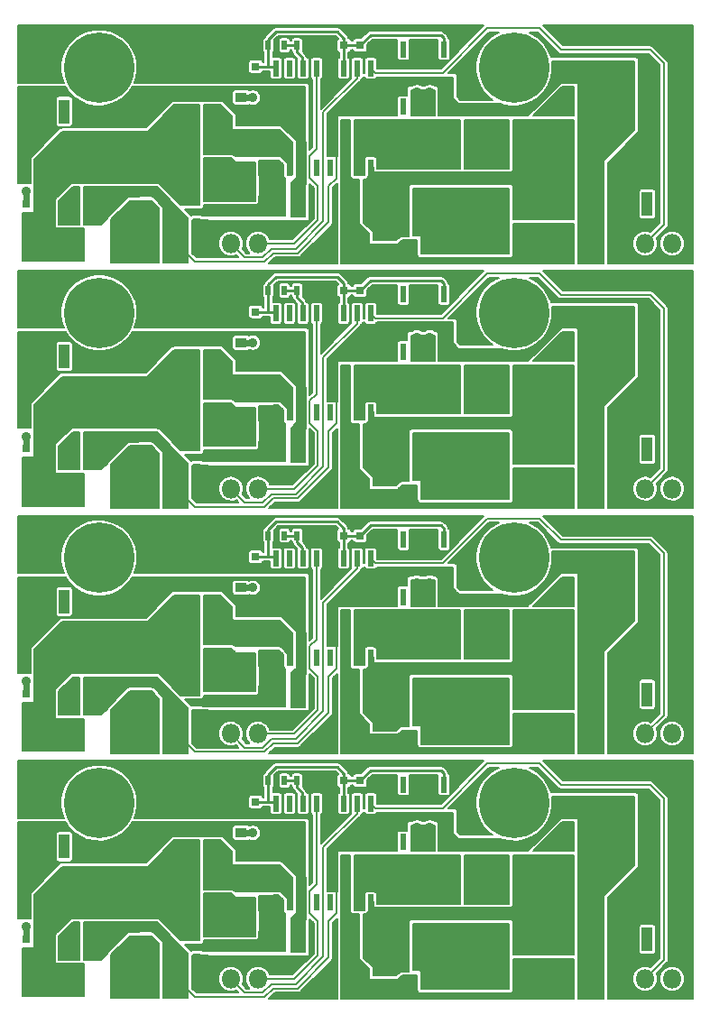
<source format=gtl>
G04 #@! TF.FileFunction,Copper,L1,Top,Signal*
%FSLAX46Y46*%
G04 Gerber Fmt 4.6, Leading zero omitted, Abs format (unit mm)*
G04 Created by KiCad (PCBNEW 4.0.1-stable) date 09.11.2016 23:19:49*
%MOMM*%
G01*
G04 APERTURE LIST*
%ADD10C,0.100000*%
%ADD11R,0.800000X0.750000*%
%ADD12R,0.900000X1.100000*%
%ADD13R,1.000000X1.600000*%
%ADD14R,1.700000X0.900000*%
%ADD15C,6.600000*%
%ADD16R,0.500000X0.900000*%
%ADD17R,1.800000X1.800000*%
%ADD18O,1.800000X1.800000*%
%ADD19R,1.501140X2.700020*%
%ADD20R,1.680000X1.700000*%
%ADD21R,1.100000X0.900000*%
%ADD22R,0.600000X1.500000*%
%ADD23R,0.900000X1.700000*%
%ADD24R,0.750000X0.800000*%
%ADD25R,1.000000X2.300000*%
%ADD26R,1.700000X1.680000*%
%ADD27R,0.600000X1.550000*%
%ADD28C,0.900000*%
%ADD29C,0.200000*%
%ADD30C,0.600000*%
%ADD31C,0.400000*%
%ADD32C,0.250000*%
%ADD33C,0.300000*%
G04 APERTURE END LIST*
D10*
D11*
X130100000Y-90700000D03*
X128600000Y-90700000D03*
X135800000Y-95800000D03*
X134300000Y-95800000D03*
D12*
X131250000Y-95050000D03*
X128950000Y-95050000D03*
D13*
X123600000Y-92500000D03*
X120600000Y-92500000D03*
D11*
X123600000Y-90600000D03*
X122100000Y-90600000D03*
D14*
X135300000Y-88050000D03*
X135300000Y-90950000D03*
D13*
X131550000Y-92750000D03*
X128550000Y-92750000D03*
D15*
X104950000Y-102300000D03*
D11*
X112650000Y-93800000D03*
X114150000Y-93800000D03*
D16*
X120850000Y-100200000D03*
X122350000Y-100200000D03*
D11*
X119650000Y-102200000D03*
X118150000Y-102200000D03*
D17*
X99540000Y-95800000D03*
D18*
X109700000Y-95800000D03*
X112240000Y-95800000D03*
X114780000Y-95800000D03*
X117320000Y-95800000D03*
X119860000Y-95800000D03*
D19*
X102299700Y-95800000D03*
X107100300Y-95800000D03*
D20*
X118900000Y-86810000D03*
X118900000Y-90390000D03*
D11*
X129450000Y-77200000D03*
X130950000Y-77200000D03*
D16*
X120850000Y-77200000D03*
X122350000Y-77200000D03*
D11*
X127950000Y-77200000D03*
X126450000Y-77200000D03*
X119650000Y-79200000D03*
X118150000Y-79200000D03*
D21*
X118300000Y-84400000D03*
X118300000Y-82100000D03*
D22*
X130445000Y-79350000D03*
X129175000Y-79350000D03*
X127905000Y-79350000D03*
X126635000Y-79350000D03*
X125365000Y-79350000D03*
X124095000Y-79350000D03*
X122825000Y-79350000D03*
X121555000Y-79350000D03*
X121555000Y-88650000D03*
X122825000Y-88650000D03*
X124095000Y-88650000D03*
X125365000Y-88650000D03*
X126635000Y-88650000D03*
X127905000Y-88650000D03*
X129175000Y-88650000D03*
X130445000Y-88650000D03*
D23*
X116050000Y-91000000D03*
X113150000Y-91000000D03*
D24*
X98100000Y-93550000D03*
X98100000Y-92050000D03*
D23*
X116050000Y-88600000D03*
X113150000Y-88600000D03*
D15*
X104950000Y-79300000D03*
D25*
X101690000Y-92800000D03*
X104230000Y-92800000D03*
X109310000Y-92800000D03*
X109310000Y-83400000D03*
X101690000Y-83400000D03*
D23*
X116000000Y-83700000D03*
X113100000Y-83700000D03*
X116000000Y-86200000D03*
X113100000Y-86200000D03*
D12*
X131250000Y-118050000D03*
X128950000Y-118050000D03*
D11*
X130100000Y-113700000D03*
X128600000Y-113700000D03*
X135800000Y-118800000D03*
X134300000Y-118800000D03*
D13*
X131550000Y-115750000D03*
X128550000Y-115750000D03*
D14*
X135300000Y-111050000D03*
X135300000Y-113950000D03*
D23*
X116000000Y-106700000D03*
X113100000Y-106700000D03*
X116000000Y-109200000D03*
X113100000Y-109200000D03*
D21*
X118300000Y-107400000D03*
X118300000Y-105100000D03*
D20*
X118900000Y-109810000D03*
X118900000Y-113390000D03*
D25*
X101690000Y-115800000D03*
X104230000Y-115800000D03*
X109310000Y-115800000D03*
X109310000Y-106400000D03*
X101690000Y-106400000D03*
D17*
X99540000Y-118800000D03*
D18*
X109700000Y-118800000D03*
X112240000Y-118800000D03*
X114780000Y-118800000D03*
X117320000Y-118800000D03*
X119860000Y-118800000D03*
D19*
X102299700Y-118800000D03*
X107100300Y-118800000D03*
D24*
X98100000Y-116550000D03*
X98100000Y-115050000D03*
D11*
X123600000Y-113600000D03*
X122100000Y-113600000D03*
X112650000Y-116800000D03*
X114150000Y-116800000D03*
D13*
X123600000Y-115500000D03*
X120600000Y-115500000D03*
D23*
X116050000Y-111600000D03*
X113150000Y-111600000D03*
X116050000Y-114000000D03*
X113150000Y-114000000D03*
D25*
X156410000Y-82700000D03*
X153870000Y-82700000D03*
X148790000Y-82700000D03*
X148790000Y-92100000D03*
X156410000Y-92100000D03*
D24*
X140500000Y-83300000D03*
X140500000Y-81800000D03*
D15*
X143890000Y-79300000D03*
D17*
X138440000Y-95800000D03*
D18*
X148600000Y-95800000D03*
X151140000Y-95800000D03*
X153680000Y-95800000D03*
X156220000Y-95800000D03*
X158760000Y-95800000D03*
D11*
X154550000Y-80200000D03*
X156050000Y-80200000D03*
D24*
X139000000Y-83300000D03*
X139000000Y-81800000D03*
D19*
X141099700Y-95400000D03*
X145900300Y-95400000D03*
D26*
X137510000Y-108700000D03*
X141090000Y-108700000D03*
D14*
X140100000Y-111050000D03*
X140100000Y-113950000D03*
D17*
X138440000Y-118800000D03*
D18*
X148600000Y-118800000D03*
X151140000Y-118800000D03*
X153680000Y-118800000D03*
X156220000Y-118800000D03*
X158760000Y-118800000D03*
D14*
X142500000Y-111050000D03*
X142500000Y-113950000D03*
X137700000Y-111050000D03*
X137700000Y-113950000D03*
D19*
X141099700Y-118400000D03*
X145900300Y-118400000D03*
D25*
X156410000Y-105700000D03*
X153870000Y-105700000D03*
X148790000Y-105700000D03*
X148790000Y-115100000D03*
X156410000Y-115100000D03*
D15*
X143890000Y-102300000D03*
D24*
X139000000Y-106300000D03*
X139000000Y-104800000D03*
X140500000Y-106300000D03*
X140500000Y-104800000D03*
D11*
X154550000Y-103200000D03*
X156050000Y-103200000D03*
D16*
X123550000Y-77200000D03*
X125050000Y-77200000D03*
D14*
X140100000Y-88050000D03*
X140100000Y-90950000D03*
X142500000Y-88050000D03*
X142500000Y-90950000D03*
X137700000Y-88050000D03*
X137700000Y-90950000D03*
D27*
X137321383Y-77560005D03*
X136051383Y-77560005D03*
X134781383Y-77560005D03*
X133511383Y-77560005D03*
X133511383Y-82960005D03*
X134781383Y-82960005D03*
X136051383Y-82960005D03*
X137321383Y-82960005D03*
D26*
X137510000Y-85700000D03*
X141090000Y-85700000D03*
D11*
X127950000Y-100200000D03*
X126450000Y-100200000D03*
X129450000Y-100200000D03*
X130950000Y-100200000D03*
D27*
X137321383Y-100560005D03*
X136051383Y-100560005D03*
X134781383Y-100560005D03*
X133511383Y-100560005D03*
X133511383Y-105960005D03*
X134781383Y-105960005D03*
X136051383Y-105960005D03*
X137321383Y-105960005D03*
D16*
X123550000Y-100200000D03*
X125050000Y-100200000D03*
D22*
X130445000Y-102350000D03*
X129175000Y-102350000D03*
X127905000Y-102350000D03*
X126635000Y-102350000D03*
X125365000Y-102350000D03*
X124095000Y-102350000D03*
X122825000Y-102350000D03*
X121555000Y-102350000D03*
X121555000Y-111650000D03*
X122825000Y-111650000D03*
X124095000Y-111650000D03*
X125365000Y-111650000D03*
X126635000Y-111650000D03*
X127905000Y-111650000D03*
X129175000Y-111650000D03*
X130445000Y-111650000D03*
D23*
X116000000Y-132200000D03*
X113100000Y-132200000D03*
X116000000Y-129700000D03*
X113100000Y-129700000D03*
D11*
X119650000Y-125200000D03*
X118150000Y-125200000D03*
D21*
X118300000Y-130400000D03*
X118300000Y-128100000D03*
D22*
X130445000Y-125350000D03*
X129175000Y-125350000D03*
X127905000Y-125350000D03*
X126635000Y-125350000D03*
X125365000Y-125350000D03*
X124095000Y-125350000D03*
X122825000Y-125350000D03*
X121555000Y-125350000D03*
X121555000Y-134650000D03*
X122825000Y-134650000D03*
X124095000Y-134650000D03*
X125365000Y-134650000D03*
X126635000Y-134650000D03*
X127905000Y-134650000D03*
X129175000Y-134650000D03*
X130445000Y-134650000D03*
D11*
X123600000Y-136600000D03*
X122100000Y-136600000D03*
X127950000Y-123200000D03*
X126450000Y-123200000D03*
D16*
X123550000Y-123200000D03*
X125050000Y-123200000D03*
X120850000Y-123200000D03*
X122350000Y-123200000D03*
D11*
X129450000Y-123200000D03*
X130950000Y-123200000D03*
D27*
X137321383Y-123560005D03*
X136051383Y-123560005D03*
X134781383Y-123560005D03*
X133511383Y-123560005D03*
X133511383Y-128960005D03*
X134781383Y-128960005D03*
X136051383Y-128960005D03*
X137321383Y-128960005D03*
D25*
X156410000Y-128700000D03*
X153870000Y-128700000D03*
X148790000Y-128700000D03*
X148790000Y-138100000D03*
X156410000Y-138100000D03*
D14*
X142500000Y-134050000D03*
X142500000Y-136950000D03*
X140100000Y-134050000D03*
X140100000Y-136950000D03*
D26*
X137510000Y-131700000D03*
X141090000Y-131700000D03*
D19*
X141099700Y-141400000D03*
X145900300Y-141400000D03*
D14*
X137700000Y-134050000D03*
X137700000Y-136950000D03*
D17*
X138440000Y-141800000D03*
D18*
X148600000Y-141800000D03*
X151140000Y-141800000D03*
X153680000Y-141800000D03*
X156220000Y-141800000D03*
X158760000Y-141800000D03*
D11*
X154550000Y-126200000D03*
X156050000Y-126200000D03*
D24*
X140500000Y-129300000D03*
X140500000Y-127800000D03*
X139000000Y-129300000D03*
X139000000Y-127800000D03*
D15*
X143890000Y-125300000D03*
D25*
X101690000Y-138800000D03*
X104230000Y-138800000D03*
X109310000Y-138800000D03*
X109310000Y-129400000D03*
X101690000Y-129400000D03*
D19*
X102299700Y-141800000D03*
X107100300Y-141800000D03*
D24*
X98100000Y-139550000D03*
X98100000Y-138050000D03*
D15*
X104950000Y-125300000D03*
D17*
X99540000Y-141800000D03*
D18*
X109700000Y-141800000D03*
X112240000Y-141800000D03*
X114780000Y-141800000D03*
X117320000Y-141800000D03*
X119860000Y-141800000D03*
D23*
X116050000Y-137000000D03*
X113150000Y-137000000D03*
X116050000Y-134600000D03*
X113150000Y-134600000D03*
D13*
X123600000Y-138500000D03*
X120600000Y-138500000D03*
D20*
X118900000Y-132810000D03*
X118900000Y-136390000D03*
D11*
X112650000Y-139800000D03*
X114150000Y-139800000D03*
D14*
X135300000Y-134050000D03*
X135300000Y-136950000D03*
D11*
X130100000Y-136700000D03*
X128600000Y-136700000D03*
D13*
X131550000Y-138750000D03*
X128550000Y-138750000D03*
D11*
X135800000Y-141800000D03*
X134300000Y-141800000D03*
D12*
X131250000Y-141050000D03*
X128950000Y-141050000D03*
D17*
X138440000Y-164800000D03*
D18*
X148600000Y-164800000D03*
X151140000Y-164800000D03*
X153680000Y-164800000D03*
X156220000Y-164800000D03*
X158760000Y-164800000D03*
D15*
X143890000Y-148300000D03*
D11*
X135800000Y-164800000D03*
X134300000Y-164800000D03*
D24*
X139000000Y-152300000D03*
X139000000Y-150800000D03*
X140500000Y-152300000D03*
X140500000Y-150800000D03*
D11*
X129450000Y-146200000D03*
X130950000Y-146200000D03*
X119650000Y-148200000D03*
X118150000Y-148200000D03*
X127950000Y-146200000D03*
X126450000Y-146200000D03*
D24*
X98100000Y-162550000D03*
X98100000Y-161050000D03*
D11*
X130100000Y-159700000D03*
X128600000Y-159700000D03*
D13*
X131550000Y-161750000D03*
X128550000Y-161750000D03*
D11*
X112650000Y-162800000D03*
X114150000Y-162800000D03*
X154550000Y-149200000D03*
X156050000Y-149200000D03*
X123600000Y-159600000D03*
X122100000Y-159600000D03*
D13*
X123600000Y-161500000D03*
X120600000Y-161500000D03*
D19*
X141099700Y-164400000D03*
X145900300Y-164400000D03*
D26*
X137510000Y-154700000D03*
X141090000Y-154700000D03*
D19*
X102299700Y-164800000D03*
X107100300Y-164800000D03*
D12*
X131250000Y-164050000D03*
X128950000Y-164050000D03*
D20*
X118900000Y-155810000D03*
X118900000Y-159390000D03*
D21*
X118300000Y-153400000D03*
X118300000Y-151100000D03*
D15*
X104950000Y-148300000D03*
D14*
X142500000Y-157050000D03*
X142500000Y-159950000D03*
X140100000Y-157050000D03*
X140100000Y-159950000D03*
X137700000Y-157050000D03*
X137700000Y-159950000D03*
X135300000Y-157050000D03*
X135300000Y-159950000D03*
D16*
X120850000Y-146200000D03*
X122350000Y-146200000D03*
D23*
X116000000Y-152700000D03*
X113100000Y-152700000D03*
D16*
X123550000Y-146200000D03*
X125050000Y-146200000D03*
D23*
X116000000Y-155200000D03*
X113100000Y-155200000D03*
X116050000Y-157600000D03*
X113150000Y-157600000D03*
X116050000Y-160000000D03*
X113150000Y-160000000D03*
D27*
X137321383Y-146560005D03*
X136051383Y-146560005D03*
X134781383Y-146560005D03*
X133511383Y-146560005D03*
X133511383Y-151960005D03*
X134781383Y-151960005D03*
X136051383Y-151960005D03*
X137321383Y-151960005D03*
D22*
X130445000Y-148350000D03*
X129175000Y-148350000D03*
X127905000Y-148350000D03*
X126635000Y-148350000D03*
X125365000Y-148350000D03*
X124095000Y-148350000D03*
X122825000Y-148350000D03*
X121555000Y-148350000D03*
X121555000Y-157650000D03*
X122825000Y-157650000D03*
X124095000Y-157650000D03*
X125365000Y-157650000D03*
X126635000Y-157650000D03*
X127905000Y-157650000D03*
X129175000Y-157650000D03*
X130445000Y-157650000D03*
D17*
X99540000Y-164800000D03*
D18*
X109700000Y-164800000D03*
X112240000Y-164800000D03*
X114780000Y-164800000D03*
X117320000Y-164800000D03*
X119860000Y-164800000D03*
D25*
X156410000Y-151700000D03*
X153870000Y-151700000D03*
X148790000Y-151700000D03*
X148790000Y-161100000D03*
X156410000Y-161100000D03*
X101690000Y-161800000D03*
X104230000Y-161800000D03*
X109310000Y-161800000D03*
X109310000Y-152400000D03*
X101690000Y-152400000D03*
D28*
X126600000Y-80700000D03*
X118100000Y-78200000D03*
X125700000Y-77900000D03*
X117100000Y-79200000D03*
X127000000Y-78100000D03*
X134800000Y-79000000D03*
X134800000Y-81600000D03*
X136000000Y-81600000D03*
X139000000Y-80900000D03*
X140200000Y-80900000D03*
X132100000Y-77200000D03*
X136000000Y-79000000D03*
X131600000Y-78200000D03*
X157200000Y-80200000D03*
X156000000Y-79100000D03*
X156400000Y-84500000D03*
X140200000Y-103900000D03*
X134800000Y-102000000D03*
X136000000Y-104600000D03*
X134800000Y-104600000D03*
X139000000Y-103900000D03*
X136000000Y-102000000D03*
X157200000Y-103200000D03*
X156400000Y-107500000D03*
X156000000Y-102100000D03*
X132100000Y-100200000D03*
X131600000Y-101200000D03*
X126000000Y-96000000D03*
X117100000Y-102200000D03*
X102700000Y-91600000D03*
X102700000Y-92600000D03*
X102700000Y-93600000D03*
X126000000Y-119000000D03*
X118100000Y-101200000D03*
X127000000Y-101100000D03*
X125700000Y-100900000D03*
X126600000Y-103700000D03*
X102700000Y-116600000D03*
X102700000Y-114600000D03*
X102700000Y-115600000D03*
X125700000Y-123900000D03*
X127000000Y-124100000D03*
X126600000Y-126700000D03*
X117100000Y-125200000D03*
X118100000Y-124200000D03*
X136000000Y-127600000D03*
X139000000Y-126900000D03*
X140200000Y-126900000D03*
X131600000Y-124200000D03*
X134800000Y-127600000D03*
X134800000Y-125000000D03*
X136000000Y-125000000D03*
X132100000Y-123200000D03*
X156000000Y-125100000D03*
X157200000Y-126200000D03*
X156400000Y-130500000D03*
X126000000Y-142000000D03*
X102700000Y-139600000D03*
X102700000Y-138600000D03*
X102700000Y-137600000D03*
X102700000Y-160600000D03*
X102700000Y-161600000D03*
X102700000Y-162600000D03*
X118100000Y-147200000D03*
X127000000Y-147100000D03*
X125700000Y-146900000D03*
X126000000Y-165000000D03*
X140200000Y-149900000D03*
X139000000Y-149900000D03*
X126600000Y-149700000D03*
X134800000Y-150600000D03*
X136000000Y-150600000D03*
X156400000Y-153500000D03*
X157200000Y-149200000D03*
X156000000Y-148100000D03*
X136000000Y-148000000D03*
X134800000Y-148000000D03*
X132100000Y-146200000D03*
X131600000Y-147200000D03*
X117100000Y-148200000D03*
X128100000Y-89900000D03*
X128100000Y-84600000D03*
X147750000Y-83350000D03*
X146750000Y-83450002D03*
X147750000Y-82400000D03*
X144400000Y-96300000D03*
X134250000Y-97050000D03*
X144399999Y-95000000D03*
X147750000Y-105400000D03*
X146750000Y-106450002D03*
X147750000Y-106350000D03*
X144399999Y-118000000D03*
X134250000Y-120050000D03*
X128950000Y-119149996D03*
X128200000Y-117100000D03*
X144400000Y-119300000D03*
X133150000Y-119250000D03*
X128950000Y-96149996D03*
X128200000Y-94100000D03*
X133150000Y-96250000D03*
X128100000Y-91500000D03*
X128100000Y-114500000D03*
X128100000Y-112900000D03*
X128100000Y-107600000D03*
X128100000Y-130600000D03*
X133150000Y-142250000D03*
X144400000Y-142300000D03*
X144399999Y-141000000D03*
X134250000Y-143050000D03*
X147750000Y-128400000D03*
X146750000Y-129450002D03*
X147750000Y-129350000D03*
X128950000Y-142149996D03*
X128100000Y-137500000D03*
X128100000Y-135900000D03*
X128200000Y-140100000D03*
X144400000Y-165300000D03*
X128100000Y-153600000D03*
X128100000Y-158900000D03*
X128100000Y-160500000D03*
X128200000Y-163100000D03*
X146750000Y-152450002D03*
X147750000Y-152350000D03*
X147750000Y-151400000D03*
X144399999Y-164000000D03*
X134250000Y-166050000D03*
X133150000Y-165250000D03*
X128950000Y-165149996D03*
X120700000Y-88600000D03*
X119399996Y-82100000D03*
X115800000Y-92700000D03*
X121900000Y-92400000D03*
X120800000Y-90600000D03*
X108300000Y-92200000D03*
X108300000Y-93500000D03*
X98100000Y-90900000D03*
X119399996Y-105100000D03*
X115800000Y-115700000D03*
X121900000Y-115400000D03*
X120800000Y-113600000D03*
X120700000Y-111600000D03*
X108300000Y-115200000D03*
X108300000Y-116500000D03*
X98100000Y-113900000D03*
X120700000Y-134600000D03*
X120800000Y-136600000D03*
X119399996Y-128100000D03*
X115800000Y-138700000D03*
X121900000Y-138400000D03*
X98100000Y-136900000D03*
X108300000Y-138200000D03*
X108300000Y-139500000D03*
X108300000Y-161200000D03*
X108300000Y-162500000D03*
X115800000Y-161700000D03*
X119399996Y-151100000D03*
X120800000Y-159600000D03*
X121900000Y-161400000D03*
X120700000Y-157600000D03*
X98100000Y-159900000D03*
D29*
X126500000Y-90400000D02*
X126500000Y-93800000D01*
X127235001Y-87659999D02*
X127235001Y-89664999D01*
X127235001Y-89664999D02*
X126500000Y-90400000D01*
D30*
X138100000Y-106175000D02*
X138225000Y-106300000D01*
X138021383Y-105960005D02*
X138100000Y-106038622D01*
X138100000Y-106038622D02*
X138100000Y-106175000D01*
X138225000Y-106300000D02*
X139000000Y-106300000D01*
X137321383Y-105960005D02*
X138021383Y-105960005D01*
D29*
X137321383Y-104421383D02*
X136700000Y-103800000D01*
X137321383Y-105960005D02*
X137321383Y-104421383D01*
D30*
X139000000Y-106300000D02*
X140500000Y-106300000D01*
D29*
X136700000Y-103800000D02*
X129900000Y-103800000D01*
D30*
X148400000Y-103300000D02*
X153290000Y-103300000D01*
X153290000Y-103300000D02*
X153870000Y-103880000D01*
X153870000Y-103880000D02*
X154550000Y-103200000D01*
X153870000Y-105700000D02*
X153870000Y-103880000D01*
X153870000Y-105700000D02*
X151100000Y-108470000D01*
X151100000Y-108470000D02*
X151100000Y-118760000D01*
X151100000Y-118760000D02*
X151140000Y-118800000D01*
D29*
X126900000Y-110324998D02*
X127235001Y-110659999D01*
X127235001Y-110659999D02*
X127235001Y-112664999D01*
D30*
X145400000Y-106300000D02*
X148400000Y-103300000D01*
X140500000Y-106300000D02*
X145400000Y-106300000D01*
X151100000Y-95760000D02*
X151140000Y-95800000D01*
X151100000Y-85470000D02*
X151100000Y-95760000D01*
X153870000Y-82700000D02*
X151100000Y-85470000D01*
X139000000Y-83300000D02*
X140500000Y-83300000D01*
X140500000Y-83300000D02*
X145400000Y-83300000D01*
D29*
X126900000Y-83800000D02*
X126900000Y-87324998D01*
X126900000Y-87324998D02*
X127235001Y-87659999D01*
D30*
X138225000Y-83300000D02*
X139000000Y-83300000D01*
X137321383Y-82960005D02*
X138021383Y-82960005D01*
X138100000Y-83175000D02*
X138225000Y-83300000D01*
X138100000Y-83038622D02*
X138100000Y-83175000D01*
X138021383Y-82960005D02*
X138100000Y-83038622D01*
D29*
X137321383Y-82960005D02*
X137321383Y-81421383D01*
X129900000Y-80800000D02*
X126900000Y-83800000D01*
X113940000Y-120500000D02*
X112240000Y-118800000D01*
D30*
X153870000Y-80880000D02*
X154550000Y-80200000D01*
X153290000Y-80300000D02*
X153870000Y-80880000D01*
X153870000Y-82700000D02*
X153870000Y-80880000D01*
X145400000Y-83300000D02*
X148400000Y-80300000D01*
X148400000Y-80300000D02*
X153290000Y-80300000D01*
D29*
X137321383Y-81421383D02*
X136700000Y-80800000D01*
X136700000Y-80800000D02*
X129900000Y-80800000D01*
X126900000Y-106800000D02*
X126900000Y-110324998D01*
X129900000Y-103800000D02*
X126900000Y-106800000D01*
X113940000Y-97500000D02*
X112240000Y-95800000D01*
X126500000Y-93800000D02*
X123600000Y-96700000D01*
X120500000Y-97500000D02*
X113940000Y-97500000D01*
X121300000Y-96700000D02*
X120500000Y-97500000D01*
X123600000Y-96700000D02*
X121300000Y-96700000D01*
D30*
X110400000Y-91000000D02*
X112650000Y-93250000D01*
X112240000Y-94210000D02*
X112650000Y-93800000D01*
X112650000Y-93250000D02*
X112650000Y-93800000D01*
X112240000Y-95800000D02*
X112240000Y-94210000D01*
X106930000Y-91000000D02*
X110400000Y-91000000D01*
X104230000Y-92800000D02*
X105130000Y-92800000D01*
X105130000Y-92800000D02*
X106930000Y-91000000D01*
D31*
X104230000Y-92150000D02*
X104230000Y-92800000D01*
D29*
X126500000Y-116800000D02*
X123600000Y-119700000D01*
X123600000Y-119700000D02*
X121300000Y-119700000D01*
X127235001Y-112664999D02*
X126500000Y-113400000D01*
X126500000Y-113400000D02*
X126500000Y-116800000D01*
D30*
X112240000Y-118800000D02*
X112240000Y-117210000D01*
X112240000Y-117210000D02*
X112650000Y-116800000D01*
X104230000Y-115800000D02*
X105130000Y-115800000D01*
D31*
X104230000Y-115150000D02*
X104230000Y-115800000D01*
D30*
X105130000Y-115800000D02*
X106930000Y-114000000D01*
X106930000Y-114000000D02*
X110400000Y-114000000D01*
X112650000Y-116250000D02*
X112650000Y-116800000D01*
X110400000Y-114000000D02*
X112650000Y-116250000D01*
D29*
X120500000Y-120500000D02*
X113940000Y-120500000D01*
X121300000Y-119700000D02*
X120500000Y-120500000D01*
D30*
X148400000Y-126300000D02*
X153290000Y-126300000D01*
X153290000Y-126300000D02*
X153870000Y-126880000D01*
X153870000Y-128700000D02*
X153870000Y-126880000D01*
X153870000Y-128700000D02*
X151100000Y-131470000D01*
X151100000Y-141760000D02*
X151140000Y-141800000D01*
X151100000Y-131470000D02*
X151100000Y-141760000D01*
X140500000Y-129300000D02*
X145400000Y-129300000D01*
X145400000Y-129300000D02*
X148400000Y-126300000D01*
D29*
X126500000Y-139800000D02*
X123600000Y-142700000D01*
X123600000Y-142700000D02*
X121300000Y-142700000D01*
X126500000Y-136400000D02*
X126500000Y-139800000D01*
X127235001Y-135664999D02*
X126500000Y-136400000D01*
D31*
X104230000Y-138150000D02*
X104230000Y-138800000D01*
D30*
X105130000Y-138800000D02*
X106930000Y-137000000D01*
X104230000Y-138800000D02*
X105130000Y-138800000D01*
D29*
X113940000Y-143500000D02*
X112240000Y-141800000D01*
D30*
X112240000Y-140210000D02*
X112650000Y-139800000D01*
X110400000Y-137000000D02*
X112650000Y-139250000D01*
X112240000Y-141800000D02*
X112240000Y-140210000D01*
X112650000Y-139250000D02*
X112650000Y-139800000D01*
X106930000Y-137000000D02*
X110400000Y-137000000D01*
D29*
X136700000Y-126800000D02*
X129900000Y-126800000D01*
D30*
X139000000Y-129300000D02*
X140500000Y-129300000D01*
D29*
X137321383Y-128960005D02*
X137321383Y-127421383D01*
D30*
X138100000Y-129175000D02*
X138225000Y-129300000D01*
X138100000Y-129038622D02*
X138100000Y-129175000D01*
X137321383Y-128960005D02*
X138021383Y-128960005D01*
X138225000Y-129300000D02*
X139000000Y-129300000D01*
X138021383Y-128960005D02*
X138100000Y-129038622D01*
D29*
X126900000Y-133324998D02*
X127235001Y-133659999D01*
X127235001Y-133659999D02*
X127235001Y-135664999D01*
X126900000Y-129800000D02*
X126900000Y-133324998D01*
X129900000Y-126800000D02*
X126900000Y-129800000D01*
X137321383Y-127421383D02*
X136700000Y-126800000D01*
D30*
X153870000Y-126880000D02*
X154550000Y-126200000D01*
D29*
X121300000Y-142700000D02*
X120500000Y-143500000D01*
X120500000Y-143500000D02*
X113940000Y-143500000D01*
X137321383Y-151960005D02*
X137321383Y-150421383D01*
X136700000Y-149800000D02*
X129900000Y-149800000D01*
X126900000Y-152800000D02*
X126900000Y-156324998D01*
X127235001Y-158664999D02*
X126500000Y-159400000D01*
X120500000Y-166500000D02*
X113940000Y-166500000D01*
X137321383Y-150421383D02*
X136700000Y-149800000D01*
X129900000Y-149800000D02*
X126900000Y-152800000D01*
X126900000Y-156324998D02*
X127235001Y-156659999D01*
X123600000Y-165700000D02*
X121300000Y-165700000D01*
X127235001Y-156659999D02*
X127235001Y-158664999D01*
X126500000Y-159400000D02*
X126500000Y-162800000D01*
X126500000Y-162800000D02*
X123600000Y-165700000D01*
X121300000Y-165700000D02*
X120500000Y-166500000D01*
X113940000Y-166500000D02*
X112240000Y-164800000D01*
D30*
X153870000Y-151700000D02*
X151100000Y-154470000D01*
X151100000Y-154470000D02*
X151100000Y-164760000D01*
X151100000Y-164760000D02*
X151140000Y-164800000D01*
X104230000Y-161800000D02*
X105130000Y-161800000D01*
X105130000Y-161800000D02*
X106930000Y-160000000D01*
X106930000Y-160000000D02*
X110400000Y-160000000D01*
X110400000Y-160000000D02*
X112650000Y-162250000D01*
X112650000Y-162250000D02*
X112650000Y-162800000D01*
X140500000Y-152300000D02*
X145400000Y-152300000D01*
X153290000Y-149300000D02*
X153870000Y-149880000D01*
X148400000Y-149300000D02*
X153290000Y-149300000D01*
X145400000Y-152300000D02*
X148400000Y-149300000D01*
X139000000Y-152300000D02*
X140500000Y-152300000D01*
X138100000Y-152038622D02*
X138100000Y-152175000D01*
X138021383Y-151960005D02*
X138100000Y-152038622D01*
X137321383Y-151960005D02*
X138021383Y-151960005D01*
X138225000Y-152300000D02*
X139000000Y-152300000D01*
X138100000Y-152175000D02*
X138225000Y-152300000D01*
X112240000Y-164800000D02*
X112240000Y-163210000D01*
X112240000Y-163210000D02*
X112650000Y-162800000D01*
D31*
X104230000Y-161150000D02*
X104230000Y-161800000D01*
D30*
X153870000Y-151700000D02*
X153870000Y-149880000D01*
X153870000Y-149880000D02*
X154550000Y-149200000D01*
D31*
X134800000Y-105941388D02*
X134781383Y-105960005D01*
D30*
X136051383Y-105960005D02*
X135416383Y-105960005D01*
X134800000Y-104600000D02*
X134800000Y-105941388D01*
X135416383Y-105960005D02*
X134781383Y-105960005D01*
X136000000Y-104600000D02*
X136000000Y-105908622D01*
D31*
X136000000Y-105908622D02*
X136051383Y-105960005D01*
X140500000Y-104800000D02*
X140500000Y-104200000D01*
X139000000Y-104800000D02*
X139000000Y-103900000D01*
X140500000Y-104200000D02*
X140200000Y-103900000D01*
D30*
X136051383Y-101948617D02*
X136000000Y-102000000D01*
X134781383Y-101981383D02*
X134800000Y-102000000D01*
X134781383Y-100560005D02*
X134781383Y-101981383D01*
D31*
X131600000Y-101200000D02*
X131600000Y-100850000D01*
X131600000Y-100850000D02*
X130950000Y-100200000D01*
D30*
X134781383Y-100560005D02*
X136051383Y-100560005D01*
X136051383Y-100560005D02*
X136051383Y-101948617D01*
D31*
X132100000Y-100200000D02*
X130950000Y-100200000D01*
X156000000Y-102100000D02*
X156000000Y-103150000D01*
X156050000Y-103200000D02*
X156400000Y-103550000D01*
X156000000Y-103150000D02*
X156050000Y-103200000D01*
D30*
X156050000Y-103200000D02*
X157200000Y-103200000D01*
D31*
X156400000Y-105710000D02*
X156410000Y-105700000D01*
X156400000Y-105690000D02*
X156410000Y-105700000D01*
D30*
X156400000Y-107500000D02*
X156400000Y-105710000D01*
D31*
X156400000Y-103550000D02*
X156400000Y-105690000D01*
X156400000Y-82710000D02*
X156410000Y-82700000D01*
D30*
X156400000Y-84500000D02*
X156400000Y-82710000D01*
D31*
X156400000Y-82690000D02*
X156410000Y-82700000D01*
X136000000Y-82908622D02*
X136051383Y-82960005D01*
D30*
X136051383Y-82960005D02*
X135416383Y-82960005D01*
D31*
X134800000Y-82941388D02*
X134781383Y-82960005D01*
D30*
X136000000Y-81600000D02*
X136000000Y-82908622D01*
X135416383Y-82960005D02*
X134781383Y-82960005D01*
X134800000Y-81600000D02*
X134800000Y-82941388D01*
D31*
X118150000Y-78250000D02*
X118150000Y-79200000D01*
X118100000Y-78200000D02*
X118150000Y-78250000D01*
X118150000Y-79200000D02*
X117100000Y-79200000D01*
X139000000Y-81800000D02*
X139000000Y-80900000D01*
X140500000Y-81200000D02*
X140200000Y-80900000D01*
X140500000Y-81800000D02*
X140500000Y-81200000D01*
X126450000Y-100550000D02*
X126450000Y-100200000D01*
X126450000Y-100200000D02*
X126450000Y-102165000D01*
X126600000Y-102385000D02*
X126635000Y-102350000D01*
X126450000Y-102165000D02*
X126635000Y-102350000D01*
X127000000Y-101100000D02*
X126450000Y-100550000D01*
X126635000Y-101685000D02*
X126635000Y-102350000D01*
X125050000Y-100200000D02*
X126450000Y-100200000D01*
X125700000Y-100850000D02*
X125050000Y-100200000D01*
X125700000Y-100900000D02*
X125700000Y-100850000D01*
X156000000Y-80150000D02*
X156050000Y-80200000D01*
D30*
X156050000Y-80200000D02*
X157200000Y-80200000D01*
D31*
X156050000Y-80200000D02*
X156400000Y-80550000D01*
X156000000Y-79100000D02*
X156000000Y-80150000D01*
X156400000Y-80550000D02*
X156400000Y-82690000D01*
D30*
X101690000Y-115800000D02*
X102500000Y-115800000D01*
D31*
X126600000Y-80700000D02*
X126600000Y-79385000D01*
X126600000Y-79385000D02*
X126635000Y-79350000D01*
X126635000Y-78685000D02*
X126635000Y-79350000D01*
X126450000Y-79165000D02*
X126635000Y-79350000D01*
X126450000Y-77200000D02*
X126450000Y-79165000D01*
X125050000Y-77200000D02*
X126450000Y-77200000D01*
X126450000Y-77550000D02*
X126450000Y-77200000D01*
X125700000Y-77900000D02*
X125700000Y-77850000D01*
X125700000Y-77850000D02*
X125050000Y-77200000D01*
X127000000Y-78100000D02*
X126450000Y-77550000D01*
X131600000Y-78200000D02*
X131600000Y-77850000D01*
X131600000Y-77850000D02*
X130950000Y-77200000D01*
X132100000Y-77200000D02*
X130950000Y-77200000D01*
D30*
X134781383Y-77560005D02*
X134781383Y-78981383D01*
X136051383Y-78948617D02*
X136000000Y-79000000D01*
X134781383Y-77560005D02*
X136051383Y-77560005D01*
X136051383Y-77560005D02*
X136051383Y-78948617D01*
X134781383Y-78981383D02*
X134800000Y-79000000D01*
D31*
X126600000Y-103700000D02*
X126600000Y-102385000D01*
D30*
X114150000Y-93800000D02*
X114150000Y-95170000D01*
D31*
X114150000Y-95170000D02*
X114780000Y-95800000D01*
X118100000Y-101200000D02*
X118150000Y-101250000D01*
X118150000Y-101250000D02*
X118150000Y-102200000D01*
X118150000Y-102200000D02*
X117100000Y-102200000D01*
D30*
X101690000Y-92800000D02*
X102500000Y-92800000D01*
X102700000Y-92600000D02*
X102700000Y-91600000D01*
X102500000Y-92800000D02*
X102700000Y-92600000D01*
X102500000Y-115800000D02*
X102700000Y-115600000D01*
X102700000Y-115600000D02*
X102700000Y-114600000D01*
D31*
X114150000Y-118170000D02*
X114780000Y-118800000D01*
D30*
X114150000Y-116800000D02*
X114150000Y-118170000D01*
X156400000Y-130500000D02*
X156400000Y-128710000D01*
D31*
X156400000Y-128710000D02*
X156410000Y-128700000D01*
X156400000Y-128690000D02*
X156410000Y-128700000D01*
X156400000Y-126550000D02*
X156400000Y-128690000D01*
D30*
X136051383Y-124948617D02*
X136000000Y-125000000D01*
X134781383Y-124981383D02*
X134800000Y-125000000D01*
X134781383Y-123560005D02*
X136051383Y-123560005D01*
X136051383Y-123560005D02*
X136051383Y-124948617D01*
D31*
X118150000Y-125200000D02*
X117100000Y-125200000D01*
D30*
X102700000Y-138600000D02*
X102700000Y-137600000D01*
X101690000Y-138800000D02*
X102500000Y-138800000D01*
X102500000Y-138800000D02*
X102700000Y-138600000D01*
D31*
X139000000Y-127800000D02*
X139000000Y-126900000D01*
X140500000Y-127200000D02*
X140200000Y-126900000D01*
X140500000Y-127800000D02*
X140500000Y-127200000D01*
X126600000Y-125385000D02*
X126635000Y-125350000D01*
X126600000Y-126700000D02*
X126600000Y-125385000D01*
D30*
X134800000Y-127600000D02*
X134800000Y-128941388D01*
X135416383Y-128960005D02*
X134781383Y-128960005D01*
D31*
X136000000Y-128908622D02*
X136051383Y-128960005D01*
D30*
X136051383Y-128960005D02*
X135416383Y-128960005D01*
D31*
X134800000Y-128941388D02*
X134781383Y-128960005D01*
D30*
X136000000Y-127600000D02*
X136000000Y-128908622D01*
D31*
X132100000Y-123200000D02*
X130950000Y-123200000D01*
D30*
X134781383Y-123560005D02*
X134781383Y-124981383D01*
D31*
X125050000Y-123200000D02*
X126450000Y-123200000D01*
X125700000Y-123850000D02*
X125050000Y-123200000D01*
X125700000Y-123900000D02*
X125700000Y-123850000D01*
X126450000Y-123200000D02*
X126450000Y-125165000D01*
X127000000Y-124100000D02*
X126450000Y-123550000D01*
X126635000Y-124685000D02*
X126635000Y-125350000D01*
X126450000Y-125165000D02*
X126635000Y-125350000D01*
X126450000Y-123550000D02*
X126450000Y-123200000D01*
X131600000Y-124200000D02*
X131600000Y-123850000D01*
X131600000Y-123850000D02*
X130950000Y-123200000D01*
X156000000Y-126150000D02*
X156050000Y-126200000D01*
X156050000Y-126200000D02*
X156400000Y-126550000D01*
X156000000Y-125100000D02*
X156000000Y-126150000D01*
D30*
X156050000Y-126200000D02*
X157200000Y-126200000D01*
D31*
X118150000Y-124250000D02*
X118150000Y-125200000D01*
X118100000Y-124200000D02*
X118150000Y-124250000D01*
X114150000Y-141170000D02*
X114780000Y-141800000D01*
D30*
X114150000Y-139800000D02*
X114150000Y-141170000D01*
X102700000Y-161600000D02*
X102700000Y-160600000D01*
X101690000Y-161800000D02*
X102500000Y-161800000D01*
X102500000Y-161800000D02*
X102700000Y-161600000D01*
D31*
X118100000Y-147200000D02*
X118150000Y-147250000D01*
X118150000Y-147250000D02*
X118150000Y-148200000D01*
X127000000Y-147100000D02*
X126450000Y-146550000D01*
X126450000Y-146550000D02*
X126450000Y-146200000D01*
X125700000Y-146900000D02*
X125700000Y-146850000D01*
X125700000Y-146850000D02*
X125050000Y-146200000D01*
X140500000Y-150800000D02*
X140500000Y-150200000D01*
X140500000Y-150200000D02*
X140200000Y-149900000D01*
X139000000Y-150800000D02*
X139000000Y-149900000D01*
X156050000Y-149200000D02*
X156400000Y-149550000D01*
X156400000Y-149550000D02*
X156400000Y-151690000D01*
X156400000Y-151690000D02*
X156410000Y-151700000D01*
X126600000Y-149700000D02*
X126600000Y-148385000D01*
X126600000Y-148385000D02*
X126635000Y-148350000D01*
D30*
X134800000Y-150600000D02*
X134800000Y-151941388D01*
D31*
X134800000Y-151941388D02*
X134781383Y-151960005D01*
D30*
X136000000Y-150600000D02*
X136000000Y-151908622D01*
D31*
X136000000Y-151908622D02*
X136051383Y-151960005D01*
D30*
X156400000Y-153500000D02*
X156400000Y-151710000D01*
D31*
X156400000Y-151710000D02*
X156410000Y-151700000D01*
D30*
X156050000Y-149200000D02*
X157200000Y-149200000D01*
D31*
X156000000Y-148100000D02*
X156000000Y-149150000D01*
X156000000Y-149150000D02*
X156050000Y-149200000D01*
D30*
X136051383Y-146560005D02*
X136051383Y-147948617D01*
X136051383Y-147948617D02*
X136000000Y-148000000D01*
X134781383Y-147981383D02*
X134800000Y-148000000D01*
X134781383Y-146560005D02*
X134781383Y-147981383D01*
X134781383Y-146560005D02*
X136051383Y-146560005D01*
D31*
X132100000Y-146200000D02*
X130950000Y-146200000D01*
X131600000Y-147200000D02*
X131600000Y-146850000D01*
X131600000Y-146850000D02*
X130950000Y-146200000D01*
X118150000Y-148200000D02*
X117100000Y-148200000D01*
D30*
X114150000Y-162800000D02*
X114150000Y-164170000D01*
D31*
X114150000Y-164170000D02*
X114780000Y-164800000D01*
X126450000Y-146200000D02*
X126450000Y-148165000D01*
X126450000Y-148165000D02*
X126635000Y-148350000D01*
X125050000Y-146200000D02*
X126450000Y-146200000D01*
X126635000Y-147685000D02*
X126635000Y-148350000D01*
D30*
X136051383Y-151960005D02*
X135416383Y-151960005D01*
X135416383Y-151960005D02*
X134781383Y-151960005D01*
X138440000Y-95800000D02*
X138440000Y-91690000D01*
X138440000Y-91690000D02*
X137700000Y-90950000D01*
X135300000Y-90950000D02*
X137700000Y-90950000D01*
X140100000Y-113950000D02*
X142500000Y-113950000D01*
D32*
X141350000Y-118149700D02*
X141099700Y-118400000D01*
D30*
X141099700Y-119000000D02*
X138640000Y-119000000D01*
X137700000Y-113950000D02*
X140100000Y-113950000D01*
D32*
X138640000Y-119000000D02*
X138440000Y-118800000D01*
D30*
X140100000Y-90950000D02*
X142500000Y-90950000D01*
D32*
X141350000Y-95149700D02*
X141099700Y-95400000D01*
D30*
X135300000Y-113950000D02*
X137700000Y-113950000D01*
X138440000Y-118800000D02*
X138440000Y-114690000D01*
X135800000Y-118800000D02*
X138440000Y-118800000D01*
X138440000Y-114690000D02*
X137700000Y-113950000D01*
X141099700Y-96000000D02*
X138640000Y-96000000D01*
X135800000Y-95800000D02*
X138440000Y-95800000D01*
D32*
X138640000Y-96000000D02*
X138440000Y-95800000D01*
D30*
X137700000Y-90950000D02*
X140100000Y-90950000D01*
X135300000Y-136950000D02*
X137700000Y-136950000D01*
X138440000Y-137690000D02*
X137700000Y-136950000D01*
X137700000Y-136950000D02*
X140100000Y-136950000D01*
D32*
X138640000Y-142000000D02*
X138440000Y-141800000D01*
D30*
X141099700Y-142000000D02*
X138640000Y-142000000D01*
X135800000Y-141800000D02*
X138440000Y-141800000D01*
X138440000Y-141800000D02*
X138440000Y-137690000D01*
D32*
X141350000Y-141149700D02*
X141099700Y-141400000D01*
D30*
X140100000Y-136950000D02*
X142500000Y-136950000D01*
X138440000Y-164800000D02*
X138440000Y-160690000D01*
X138440000Y-160690000D02*
X137700000Y-159950000D01*
X140100000Y-159950000D02*
X142500000Y-159950000D01*
X137700000Y-159950000D02*
X140100000Y-159950000D01*
X135300000Y-159950000D02*
X137700000Y-159950000D01*
X135800000Y-164800000D02*
X138440000Y-164800000D01*
X141099700Y-165000000D02*
X138640000Y-165000000D01*
D32*
X138640000Y-165000000D02*
X138440000Y-164800000D01*
X141350000Y-164149700D02*
X141099700Y-164400000D01*
X128750000Y-94850000D02*
X128950000Y-95050000D01*
D30*
X128600000Y-92700000D02*
X128550000Y-92750000D01*
X128600000Y-90700000D02*
X128600000Y-92700000D01*
X128550000Y-92750000D02*
X128550000Y-94650000D01*
X128950000Y-95050000D02*
X128950000Y-96149996D01*
X128550000Y-94650000D02*
X128950000Y-95050000D01*
X127905000Y-90005000D02*
X128600000Y-90700000D01*
X127905000Y-88650000D02*
X127905000Y-90005000D01*
X134300000Y-95800000D02*
X134300000Y-97000000D01*
D32*
X148400000Y-96000000D02*
X148600000Y-95800000D01*
D30*
X145900300Y-96000000D02*
X148400000Y-96000000D01*
X133850000Y-96250000D02*
X133786396Y-96250000D01*
X134200000Y-95900000D02*
X133850000Y-96250000D01*
D31*
X134200000Y-95900000D02*
X134300000Y-95800000D01*
D30*
X133786396Y-96250000D02*
X133150000Y-96250000D01*
X134300000Y-97000000D02*
X134250000Y-97050000D01*
X148386396Y-105400000D02*
X147750000Y-105400000D01*
X148490000Y-105400000D02*
X148386396Y-105400000D01*
X148790000Y-105700000D02*
X148490000Y-105400000D01*
X144399999Y-118250269D02*
X144399999Y-118000000D01*
X144549730Y-118400000D02*
X144399999Y-118250269D01*
X134300000Y-118800000D02*
X134300000Y-120000000D01*
X134300000Y-120000000D02*
X134250000Y-120050000D01*
D31*
X145900000Y-118399700D02*
X145900300Y-118400000D01*
D32*
X148400000Y-119000000D02*
X148600000Y-118800000D01*
D30*
X145900300Y-119000000D02*
X148400000Y-119000000D01*
X145900300Y-118400000D02*
X144549730Y-118400000D01*
X144549730Y-95400000D02*
X144399999Y-95250269D01*
X144399999Y-95250269D02*
X144399999Y-95000000D01*
X145900300Y-95400000D02*
X144549730Y-95400000D01*
D31*
X145900000Y-95399700D02*
X145900300Y-95400000D01*
D30*
X148490000Y-82400000D02*
X148386396Y-82400000D01*
X148386396Y-82400000D02*
X147750000Y-82400000D01*
X148790000Y-82700000D02*
X148490000Y-82400000D01*
X133786396Y-119250000D02*
X133150000Y-119250000D01*
X134200000Y-118900000D02*
X133850000Y-119250000D01*
X133850000Y-119250000D02*
X133786396Y-119250000D01*
D31*
X134200000Y-118900000D02*
X134300000Y-118800000D01*
D30*
X127905000Y-111650000D02*
X127905000Y-113005000D01*
X127905000Y-113005000D02*
X128600000Y-113700000D01*
X128600000Y-113700000D02*
X128600000Y-115700000D01*
X128600000Y-115700000D02*
X128550000Y-115750000D01*
D32*
X128750000Y-117850000D02*
X128950000Y-118050000D01*
D30*
X128950000Y-118050000D02*
X128950000Y-119149996D01*
X128550000Y-115750000D02*
X128550000Y-117650000D01*
X128550000Y-117650000D02*
X128950000Y-118050000D01*
X148790000Y-128700000D02*
X148490000Y-128400000D01*
X148490000Y-128400000D02*
X148386396Y-128400000D01*
X148386396Y-128400000D02*
X147750000Y-128400000D01*
X127905000Y-136005000D02*
X128600000Y-136700000D01*
X128600000Y-138700000D02*
X128550000Y-138750000D01*
X128600000Y-136700000D02*
X128600000Y-138700000D01*
X128550000Y-140650000D02*
X128950000Y-141050000D01*
X128550000Y-138750000D02*
X128550000Y-140650000D01*
X128950000Y-141050000D02*
X128950000Y-142149996D01*
D32*
X128750000Y-140850000D02*
X128950000Y-141050000D01*
D30*
X127905000Y-134650000D02*
X127905000Y-136005000D01*
X134300000Y-143000000D02*
X134250000Y-143050000D01*
X134300000Y-141800000D02*
X134300000Y-143000000D01*
D32*
X148400000Y-142000000D02*
X148600000Y-141800000D01*
D30*
X145900300Y-142000000D02*
X148400000Y-142000000D01*
D31*
X145900000Y-141399700D02*
X145900300Y-141400000D01*
D30*
X145900300Y-141400000D02*
X144549730Y-141400000D01*
D31*
X134200000Y-141900000D02*
X134300000Y-141800000D01*
D30*
X134200000Y-141900000D02*
X133850000Y-142250000D01*
X133850000Y-142250000D02*
X133786396Y-142250000D01*
X133786396Y-142250000D02*
X133150000Y-142250000D01*
X144549730Y-141400000D02*
X144399999Y-141250269D01*
X144399999Y-141250269D02*
X144399999Y-141000000D01*
X148386396Y-151400000D02*
X147750000Y-151400000D01*
X148490000Y-151400000D02*
X148386396Y-151400000D01*
X148790000Y-151700000D02*
X148490000Y-151400000D01*
X144549730Y-164400000D02*
X144399999Y-164250269D01*
X144399999Y-164250269D02*
X144399999Y-164000000D01*
X145900300Y-164400000D02*
X144549730Y-164400000D01*
X134300000Y-166000000D02*
X134250000Y-166050000D01*
X134300000Y-164800000D02*
X134300000Y-166000000D01*
X133786396Y-165250000D02*
X133150000Y-165250000D01*
X133850000Y-165250000D02*
X133786396Y-165250000D01*
X134200000Y-164900000D02*
X133850000Y-165250000D01*
X128950000Y-164050000D02*
X128950000Y-165149996D01*
X128550000Y-161750000D02*
X128550000Y-163650000D01*
X128550000Y-163650000D02*
X128950000Y-164050000D01*
X128600000Y-159700000D02*
X128600000Y-161700000D01*
X128600000Y-161700000D02*
X128550000Y-161750000D01*
D31*
X145900000Y-164399700D02*
X145900300Y-164400000D01*
X134200000Y-164900000D02*
X134300000Y-164800000D01*
D32*
X128750000Y-163850000D02*
X128950000Y-164050000D01*
D30*
X127905000Y-157650000D02*
X127905000Y-159005000D01*
X127905000Y-159005000D02*
X128600000Y-159700000D01*
X145900300Y-165000000D02*
X148400000Y-165000000D01*
D32*
X148400000Y-165000000D02*
X148600000Y-164800000D01*
X127950000Y-100200000D02*
X129450000Y-100200000D01*
X127905000Y-100245000D02*
X127950000Y-100200000D01*
X127950000Y-99550000D02*
X127300000Y-98900000D01*
X127950000Y-100200000D02*
X127950000Y-99550000D01*
X127950000Y-102305000D02*
X127905000Y-102350000D01*
X127905000Y-102350000D02*
X127905000Y-100245000D01*
X129450000Y-100200000D02*
X129475000Y-100200000D01*
X129475000Y-100200000D02*
X130425001Y-99249999D01*
X137036377Y-99249999D02*
X137321383Y-99535005D01*
X137321383Y-99535005D02*
X137321383Y-100560005D01*
X130425001Y-99249999D02*
X137036377Y-99249999D01*
X119650000Y-79200000D02*
X120800000Y-79200000D01*
X120800000Y-79200000D02*
X121405000Y-79200000D01*
X120850000Y-79150000D02*
X120800000Y-79200000D01*
X121555000Y-79800000D02*
X121555000Y-79350000D01*
X121405000Y-79200000D02*
X121555000Y-79350000D01*
X120850000Y-77200000D02*
X120850000Y-79150000D01*
X121600000Y-75900000D02*
X120850000Y-76650000D01*
X120850000Y-76650000D02*
X120850000Y-77200000D01*
X127300000Y-75900000D02*
X121600000Y-75900000D01*
X127950000Y-76550000D02*
X127300000Y-75900000D01*
X120850000Y-99650000D02*
X120850000Y-100200000D01*
X121600000Y-98900000D02*
X120850000Y-99650000D01*
X121405000Y-102200000D02*
X121555000Y-102350000D01*
X120850000Y-100200000D02*
X120850000Y-102150000D01*
X121555000Y-102800000D02*
X121555000Y-102350000D01*
X127300000Y-98900000D02*
X121600000Y-98900000D01*
X127950000Y-77200000D02*
X127950000Y-76550000D01*
X129450000Y-77200000D02*
X129475000Y-77200000D01*
X129475000Y-77200000D02*
X130425001Y-76249999D01*
X127950000Y-77200000D02*
X129450000Y-77200000D01*
X127905000Y-77245000D02*
X127950000Y-77200000D01*
X127950000Y-79305000D02*
X127905000Y-79350000D01*
X127905000Y-79350000D02*
X127905000Y-77245000D01*
X137321383Y-76535005D02*
X137321383Y-77560005D01*
X137036377Y-76249999D02*
X137321383Y-76535005D01*
X130425001Y-76249999D02*
X137036377Y-76249999D01*
X119650000Y-102200000D02*
X120800000Y-102200000D01*
X120800000Y-102200000D02*
X121405000Y-102200000D01*
X120850000Y-102150000D02*
X120800000Y-102200000D01*
X137321383Y-122535005D02*
X137321383Y-123560005D01*
X137036377Y-122249999D02*
X137321383Y-122535005D01*
X130425001Y-122249999D02*
X137036377Y-122249999D01*
X121555000Y-125800000D02*
X121555000Y-125350000D01*
X120800000Y-125200000D02*
X121405000Y-125200000D01*
X119650000Y-125200000D02*
X120800000Y-125200000D01*
X121405000Y-125200000D02*
X121555000Y-125350000D01*
X120850000Y-125150000D02*
X120800000Y-125200000D01*
X127950000Y-123200000D02*
X129450000Y-123200000D01*
X120850000Y-123200000D02*
X120850000Y-125150000D01*
X120850000Y-122650000D02*
X120850000Y-123200000D01*
X121600000Y-121900000D02*
X120850000Y-122650000D01*
X127905000Y-123245000D02*
X127950000Y-123200000D01*
X127300000Y-121900000D02*
X121600000Y-121900000D01*
X127950000Y-122550000D02*
X127300000Y-121900000D01*
X127950000Y-123200000D02*
X127950000Y-122550000D01*
X127950000Y-125305000D02*
X127905000Y-125350000D01*
X127905000Y-125350000D02*
X127905000Y-123245000D01*
X129475000Y-123200000D02*
X130425001Y-122249999D01*
X129450000Y-123200000D02*
X129475000Y-123200000D01*
X127950000Y-146200000D02*
X127950000Y-145550000D01*
X120850000Y-145650000D02*
X120850000Y-146200000D01*
X127950000Y-145550000D02*
X127300000Y-144900000D01*
X127300000Y-144900000D02*
X121600000Y-144900000D01*
X121600000Y-144900000D02*
X120850000Y-145650000D01*
X120850000Y-146200000D02*
X120850000Y-148150000D01*
X120850000Y-148150000D02*
X120800000Y-148200000D01*
X119650000Y-148200000D02*
X120800000Y-148200000D01*
X120800000Y-148200000D02*
X121405000Y-148200000D01*
X121555000Y-148800000D02*
X121555000Y-148350000D01*
X127905000Y-148350000D02*
X127905000Y-146245000D01*
X127905000Y-146245000D02*
X127950000Y-146200000D01*
X129450000Y-146200000D02*
X129475000Y-146200000D01*
X129475000Y-146200000D02*
X130425001Y-145249999D01*
X130425001Y-145249999D02*
X137036377Y-145249999D01*
X137036377Y-145249999D02*
X137321383Y-145535005D01*
X137321383Y-145535005D02*
X137321383Y-146560005D01*
X121405000Y-148200000D02*
X121555000Y-148350000D01*
X127950000Y-146200000D02*
X129450000Y-146200000D01*
X127950000Y-148305000D02*
X127905000Y-148350000D01*
D30*
X102299400Y-118900000D02*
X99640000Y-118900000D01*
X102200000Y-112100000D02*
X99540000Y-114760000D01*
X98100000Y-116550000D02*
X99450000Y-116550000D01*
X99540000Y-116460000D02*
X99540000Y-118800000D01*
D33*
X99640000Y-118900000D02*
X99540000Y-118800000D01*
D30*
X99540000Y-114760000D02*
X99540000Y-116460000D01*
X99450000Y-116550000D02*
X99540000Y-116460000D01*
X99540000Y-93460000D02*
X99540000Y-95800000D01*
X102299400Y-95900000D02*
X99640000Y-95900000D01*
D33*
X99640000Y-95900000D02*
X99540000Y-95800000D01*
D30*
X99540000Y-91760000D02*
X99540000Y-93460000D01*
X99450000Y-93550000D02*
X99540000Y-93460000D01*
X102200000Y-89100000D02*
X99540000Y-91760000D01*
X98100000Y-93550000D02*
X99450000Y-93550000D01*
X113150000Y-91000000D02*
X112400000Y-91000000D01*
X113100000Y-83700000D02*
X113100000Y-86200000D01*
X113100000Y-86200000D02*
X113100000Y-88550000D01*
X112400000Y-91000000D02*
X110500000Y-89100000D01*
D33*
X113100000Y-88550000D02*
X113150000Y-88600000D01*
D30*
X113150000Y-88600000D02*
X113150000Y-91000000D01*
X110500000Y-89100000D02*
X102200000Y-89100000D01*
X110500000Y-112100000D02*
X102200000Y-112100000D01*
X113150000Y-114000000D02*
X112400000Y-114000000D01*
X112400000Y-114000000D02*
X110500000Y-112100000D01*
X113100000Y-109200000D02*
X113100000Y-111550000D01*
X113100000Y-106700000D02*
X113100000Y-109200000D01*
X113150000Y-111600000D02*
X113150000Y-114000000D01*
D33*
X113100000Y-111550000D02*
X113150000Y-111600000D01*
D30*
X113100000Y-132200000D02*
X113100000Y-134550000D01*
D33*
X113100000Y-134550000D02*
X113150000Y-134600000D01*
D30*
X113100000Y-129700000D02*
X113100000Y-132200000D01*
X102200000Y-135100000D02*
X99540000Y-137760000D01*
X113150000Y-134600000D02*
X113150000Y-137000000D01*
X110500000Y-135100000D02*
X102200000Y-135100000D01*
X112400000Y-137000000D02*
X110500000Y-135100000D01*
X113150000Y-137000000D02*
X112400000Y-137000000D01*
D33*
X99640000Y-141900000D02*
X99540000Y-141800000D01*
D30*
X102299400Y-141900000D02*
X99640000Y-141900000D01*
X99540000Y-139460000D02*
X99540000Y-141800000D01*
X99450000Y-139550000D02*
X99540000Y-139460000D01*
X99540000Y-137760000D02*
X99540000Y-139460000D01*
X98100000Y-139550000D02*
X99450000Y-139550000D01*
X113150000Y-160000000D02*
X112400000Y-160000000D01*
X112400000Y-160000000D02*
X110500000Y-158100000D01*
X110500000Y-158100000D02*
X102200000Y-158100000D01*
X102200000Y-158100000D02*
X99540000Y-160760000D01*
X99540000Y-160760000D02*
X99540000Y-162460000D01*
X98100000Y-162550000D02*
X99450000Y-162550000D01*
X99450000Y-162550000D02*
X99540000Y-162460000D01*
X99540000Y-162460000D02*
X99540000Y-164800000D01*
X102299400Y-164900000D02*
X99640000Y-164900000D01*
D33*
X99640000Y-164900000D02*
X99540000Y-164800000D01*
D30*
X113150000Y-157600000D02*
X113150000Y-160000000D01*
X113100000Y-155200000D02*
X113100000Y-157550000D01*
D33*
X113100000Y-157550000D02*
X113150000Y-157600000D01*
D30*
X113100000Y-152700000D02*
X113100000Y-155200000D01*
X118300000Y-82100000D02*
X119399996Y-82100000D01*
X98100000Y-114400000D02*
X98100000Y-113900000D01*
X98100000Y-115050000D02*
X98100000Y-114400000D01*
X120750000Y-88650000D02*
X120700000Y-88600000D01*
X118300000Y-105100000D02*
X119399996Y-105100000D01*
D33*
X120500000Y-92600000D02*
X120300000Y-92400000D01*
D30*
X120600000Y-91900000D02*
X120600000Y-92500000D01*
X120600000Y-92500000D02*
X120500000Y-92600000D01*
X121900000Y-90600000D02*
X120600000Y-91900000D01*
X121263604Y-92400000D02*
X121900000Y-92400000D01*
X120500000Y-92600000D02*
X120700000Y-92400000D01*
X120700000Y-92400000D02*
X121263604Y-92400000D01*
X122100000Y-90600000D02*
X121900000Y-90600000D01*
X122100000Y-90600000D02*
X120800000Y-90600000D01*
X121555000Y-88650000D02*
X121555000Y-90055000D01*
X121555000Y-90055000D02*
X122100000Y-90600000D01*
X121555000Y-88650000D02*
X120750000Y-88650000D01*
D33*
X109600000Y-95900000D02*
X109700000Y-95800000D01*
D30*
X109310000Y-95410000D02*
X109700000Y-95800000D01*
X98100000Y-91400000D02*
X98100000Y-90900000D01*
X98100000Y-92050000D02*
X98100000Y-91400000D01*
D32*
X108300000Y-92200000D02*
X107100300Y-93399700D01*
D30*
X109310000Y-92800000D02*
X109310000Y-95410000D01*
X107100000Y-95900000D02*
X109600000Y-95900000D01*
D32*
X107100300Y-93399700D02*
X107100300Y-95800000D01*
D33*
X109400000Y-95500000D02*
X109700000Y-95800000D01*
D30*
X120700000Y-115400000D02*
X121263604Y-115400000D01*
X121263604Y-115400000D02*
X121900000Y-115400000D01*
X120600000Y-114900000D02*
X120600000Y-115500000D01*
X121900000Y-113600000D02*
X120600000Y-114900000D01*
X120750000Y-111650000D02*
X120700000Y-111600000D01*
X121555000Y-113055000D02*
X122100000Y-113600000D01*
X121555000Y-111650000D02*
X121555000Y-113055000D01*
X121555000Y-111650000D02*
X120750000Y-111650000D01*
X122100000Y-113600000D02*
X120800000Y-113600000D01*
X122100000Y-113600000D02*
X121900000Y-113600000D01*
X120500000Y-115600000D02*
X120700000Y-115400000D01*
D33*
X120500000Y-115600000D02*
X120300000Y-115400000D01*
D30*
X120600000Y-115500000D02*
X120500000Y-115600000D01*
X109310000Y-115800000D02*
X109310000Y-118410000D01*
D32*
X108300000Y-115200000D02*
X107100300Y-116399700D01*
X107100300Y-116399700D02*
X107100300Y-118800000D01*
D33*
X109600000Y-118900000D02*
X109700000Y-118800000D01*
X109400000Y-118500000D02*
X109700000Y-118800000D01*
D30*
X109310000Y-118410000D02*
X109700000Y-118800000D01*
X107100000Y-118900000D02*
X109600000Y-118900000D01*
X118300000Y-128100000D02*
X119399996Y-128100000D01*
D33*
X109600000Y-141900000D02*
X109700000Y-141800000D01*
X109400000Y-141500000D02*
X109700000Y-141800000D01*
D32*
X107100300Y-139399700D02*
X107100300Y-141800000D01*
D30*
X109310000Y-141410000D02*
X109700000Y-141800000D01*
X107100000Y-141900000D02*
X109600000Y-141900000D01*
D32*
X108300000Y-138200000D02*
X107100300Y-139399700D01*
D30*
X109310000Y-138800000D02*
X109310000Y-141410000D01*
D33*
X120500000Y-138600000D02*
X120300000Y-138400000D01*
D30*
X120500000Y-138600000D02*
X120700000Y-138400000D01*
X120600000Y-137900000D02*
X120600000Y-138500000D01*
X121900000Y-136600000D02*
X120600000Y-137900000D01*
X121263604Y-138400000D02*
X121900000Y-138400000D01*
X122100000Y-136600000D02*
X121900000Y-136600000D01*
X120700000Y-138400000D02*
X121263604Y-138400000D01*
X122100000Y-136600000D02*
X120800000Y-136600000D01*
X121555000Y-136055000D02*
X122100000Y-136600000D01*
X121555000Y-134650000D02*
X121555000Y-136055000D01*
X121555000Y-134650000D02*
X120750000Y-134650000D01*
X120750000Y-134650000D02*
X120700000Y-134600000D01*
X120600000Y-138500000D02*
X120500000Y-138600000D01*
X98100000Y-138050000D02*
X98100000Y-137400000D01*
X98100000Y-137400000D02*
X98100000Y-136900000D01*
D32*
X107100300Y-162399700D02*
X107100300Y-164800000D01*
X108300000Y-161200000D02*
X107100300Y-162399700D01*
D30*
X118300000Y-151100000D02*
X119399996Y-151100000D01*
X122100000Y-159600000D02*
X120800000Y-159600000D01*
X120700000Y-161400000D02*
X121263604Y-161400000D01*
X120500000Y-161600000D02*
X120700000Y-161400000D01*
X121263604Y-161400000D02*
X121900000Y-161400000D01*
X120600000Y-161500000D02*
X120500000Y-161600000D01*
X122100000Y-159600000D02*
X121900000Y-159600000D01*
X121900000Y-159600000D02*
X120600000Y-160900000D01*
X120600000Y-160900000D02*
X120600000Y-161500000D01*
X109310000Y-161800000D02*
X109310000Y-164410000D01*
X109310000Y-164410000D02*
X109700000Y-164800000D01*
X120750000Y-157650000D02*
X120700000Y-157600000D01*
X121555000Y-157650000D02*
X120750000Y-157650000D01*
D33*
X120500000Y-161600000D02*
X120300000Y-161400000D01*
D30*
X98100000Y-160400000D02*
X98100000Y-159900000D01*
X98100000Y-161050000D02*
X98100000Y-160400000D01*
D33*
X109400000Y-164500000D02*
X109700000Y-164800000D01*
D30*
X107100000Y-164900000D02*
X109600000Y-164900000D01*
D33*
X109600000Y-164900000D02*
X109700000Y-164800000D01*
D30*
X121555000Y-157650000D02*
X121555000Y-159055000D01*
X121555000Y-159055000D02*
X122100000Y-159600000D01*
X130200000Y-90600000D02*
X130100000Y-90700000D01*
X130445000Y-89755000D02*
X130200000Y-90000000D01*
X130200000Y-90000000D02*
X130200000Y-90600000D01*
X130445000Y-88650000D02*
X130445000Y-89755000D01*
X131650000Y-92750000D02*
X131550000Y-92750000D01*
X130100000Y-90700000D02*
X130100000Y-91300000D01*
X130100000Y-91300000D02*
X131550000Y-92750000D01*
X134350000Y-89600000D02*
X131550000Y-92400000D01*
X131250000Y-94200000D02*
X131250000Y-95050000D01*
X131550000Y-93900000D02*
X131250000Y-94200000D01*
X131550000Y-92400000D02*
X131550000Y-92750000D01*
X131550000Y-92750000D02*
X131550000Y-93900000D01*
X146940000Y-89600000D02*
X134350000Y-89600000D01*
X130445000Y-112755000D02*
X130200000Y-113000000D01*
X134350000Y-112600000D02*
X131550000Y-115400000D01*
X130200000Y-113000000D02*
X130200000Y-113600000D01*
X146940000Y-112600000D02*
X134350000Y-112600000D01*
X130445000Y-111650000D02*
X130445000Y-112755000D01*
X148790000Y-115100000D02*
X148790000Y-114450000D01*
X148790000Y-114450000D02*
X146940000Y-112600000D01*
X148790000Y-91450000D02*
X146940000Y-89600000D01*
X148790000Y-92100000D02*
X148790000Y-91450000D01*
X130100000Y-114300000D02*
X131550000Y-115750000D01*
X130100000Y-113700000D02*
X130100000Y-114300000D01*
X131550000Y-115400000D02*
X131550000Y-115750000D01*
X130200000Y-113600000D02*
X130100000Y-113700000D01*
X131250000Y-117200000D02*
X131250000Y-118050000D01*
X131650000Y-115750000D02*
X131550000Y-115750000D01*
X131550000Y-116900000D02*
X131250000Y-117200000D01*
X131550000Y-115750000D02*
X131550000Y-116900000D01*
X130200000Y-136000000D02*
X130200000Y-136600000D01*
X130445000Y-135755000D02*
X130200000Y-136000000D01*
X131250000Y-140200000D02*
X131250000Y-141050000D01*
X131650000Y-138750000D02*
X131550000Y-138750000D01*
X134350000Y-135600000D02*
X131550000Y-138400000D01*
X130200000Y-136600000D02*
X130100000Y-136700000D01*
X146940000Y-135600000D02*
X134350000Y-135600000D01*
X148790000Y-137450000D02*
X146940000Y-135600000D01*
X148790000Y-138100000D02*
X148790000Y-137450000D01*
X131550000Y-139900000D02*
X131250000Y-140200000D01*
X131550000Y-138750000D02*
X131550000Y-139900000D01*
X130100000Y-137300000D02*
X131550000Y-138750000D01*
X130100000Y-136700000D02*
X130100000Y-137300000D01*
X131550000Y-138400000D02*
X131550000Y-138750000D01*
X130445000Y-134650000D02*
X130445000Y-135755000D01*
X148790000Y-161100000D02*
X148790000Y-160450000D01*
X148790000Y-160450000D02*
X146940000Y-158600000D01*
X146940000Y-158600000D02*
X134350000Y-158600000D01*
X131550000Y-161400000D02*
X131550000Y-161750000D01*
X134350000Y-158600000D02*
X131550000Y-161400000D01*
X130100000Y-159700000D02*
X130100000Y-160300000D01*
X130100000Y-160300000D02*
X131550000Y-161750000D01*
X131650000Y-161750000D02*
X131550000Y-161750000D01*
X131550000Y-161750000D02*
X131550000Y-162900000D01*
X131550000Y-162900000D02*
X131250000Y-163200000D01*
X131250000Y-163200000D02*
X131250000Y-164050000D01*
X130445000Y-157650000D02*
X130445000Y-158755000D01*
X130445000Y-158755000D02*
X130200000Y-159000000D01*
X130200000Y-159000000D02*
X130200000Y-159600000D01*
X130200000Y-159600000D02*
X130100000Y-159700000D01*
X124095000Y-86345000D02*
X122150000Y-84400000D01*
X122150000Y-84400000D02*
X118510000Y-84400000D01*
D33*
X119010000Y-84400000D02*
X118300000Y-84400000D01*
D30*
X118300000Y-84400000D02*
X118300000Y-83900000D01*
X111610000Y-81900000D02*
X110110000Y-83400000D01*
X116300000Y-81900000D02*
X111610000Y-81900000D01*
X118300000Y-83900000D02*
X116300000Y-81900000D01*
X110110000Y-106400000D02*
X109310000Y-106400000D01*
X110110000Y-83400000D02*
X109310000Y-83400000D01*
X124095000Y-88650000D02*
X124095000Y-86345000D01*
X116300000Y-104900000D02*
X111610000Y-104900000D01*
X111610000Y-104900000D02*
X110110000Y-106400000D01*
X118300000Y-106900000D02*
X116300000Y-104900000D01*
X124095000Y-90105000D02*
X123600000Y-90600000D01*
X123600000Y-90600000D02*
X123600000Y-92500000D01*
X124095000Y-88650000D02*
X124095000Y-90105000D01*
X124095000Y-109345000D02*
X122150000Y-107400000D01*
X124095000Y-111650000D02*
X124095000Y-109345000D01*
X124095000Y-111650000D02*
X124095000Y-113105000D01*
X124095000Y-113105000D02*
X123600000Y-113600000D01*
X123600000Y-113600000D02*
X123600000Y-115500000D01*
X118300000Y-107400000D02*
X118300000Y-106900000D01*
D33*
X119010000Y-107400000D02*
X118300000Y-107400000D01*
D30*
X122150000Y-107400000D02*
X118510000Y-107400000D01*
X110110000Y-129400000D02*
X109310000Y-129400000D01*
X124095000Y-136105000D02*
X123600000Y-136600000D01*
X123600000Y-136600000D02*
X123600000Y-138500000D01*
D33*
X119010000Y-130400000D02*
X118300000Y-130400000D01*
D30*
X118300000Y-130400000D02*
X118300000Y-129900000D01*
X122150000Y-130400000D02*
X118510000Y-130400000D01*
X124095000Y-134650000D02*
X124095000Y-132345000D01*
X124095000Y-132345000D02*
X122150000Y-130400000D01*
X124095000Y-134650000D02*
X124095000Y-136105000D01*
X116300000Y-127900000D02*
X111610000Y-127900000D01*
X111610000Y-127900000D02*
X110110000Y-129400000D01*
X118300000Y-129900000D02*
X116300000Y-127900000D01*
X124095000Y-157650000D02*
X124095000Y-155345000D01*
X124095000Y-155345000D02*
X122150000Y-153400000D01*
X122150000Y-153400000D02*
X118510000Y-153400000D01*
X123600000Y-159600000D02*
X123600000Y-161500000D01*
X118300000Y-153400000D02*
X118300000Y-152900000D01*
X118300000Y-152900000D02*
X116300000Y-150900000D01*
X110110000Y-152400000D02*
X109310000Y-152400000D01*
X116300000Y-150900000D02*
X111610000Y-150900000D01*
X111610000Y-150900000D02*
X110110000Y-152400000D01*
D33*
X119010000Y-153400000D02*
X118300000Y-153400000D01*
D30*
X124095000Y-157650000D02*
X124095000Y-159105000D01*
X124095000Y-159105000D02*
X123600000Y-159600000D01*
X129175000Y-88650000D02*
X129175000Y-87625000D01*
X129800000Y-110000000D02*
X133900000Y-110000000D01*
X134950000Y-111050000D02*
X135300000Y-111050000D01*
X133900000Y-110000000D02*
X134950000Y-111050000D01*
D32*
X137510000Y-110860000D02*
X137700000Y-111050000D01*
D30*
X137510000Y-108700000D02*
X137510000Y-110860000D01*
X135300000Y-111050000D02*
X137700000Y-111050000D01*
X129175000Y-111650000D02*
X129175000Y-110625000D01*
X129175000Y-110625000D02*
X129800000Y-110000000D01*
X129175000Y-87625000D02*
X129800000Y-87000000D01*
X129800000Y-87000000D02*
X133900000Y-87000000D01*
X135300000Y-88050000D02*
X137700000Y-88050000D01*
X137510000Y-85700000D02*
X137510000Y-87860000D01*
D32*
X137510000Y-87860000D02*
X137700000Y-88050000D01*
D30*
X134950000Y-88050000D02*
X135300000Y-88050000D01*
X133900000Y-87000000D02*
X134950000Y-88050000D01*
X129800000Y-133000000D02*
X133900000Y-133000000D01*
X135300000Y-134050000D02*
X137700000Y-134050000D01*
X133900000Y-133000000D02*
X134950000Y-134050000D01*
X134950000Y-134050000D02*
X135300000Y-134050000D01*
X137510000Y-131700000D02*
X137510000Y-133860000D01*
D32*
X137510000Y-133860000D02*
X137700000Y-134050000D01*
D30*
X129175000Y-133625000D02*
X129800000Y-133000000D01*
X129175000Y-134650000D02*
X129175000Y-133625000D01*
X129175000Y-157650000D02*
X129175000Y-156625000D01*
X129175000Y-156625000D02*
X129800000Y-156000000D01*
X129800000Y-156000000D02*
X133900000Y-156000000D01*
X133900000Y-156000000D02*
X134950000Y-157050000D01*
X134950000Y-157050000D02*
X135300000Y-157050000D01*
X137510000Y-154700000D02*
X137510000Y-156860000D01*
D32*
X137510000Y-156860000D02*
X137700000Y-157050000D01*
D30*
X135300000Y-157050000D02*
X137700000Y-157050000D01*
X140100000Y-111100000D02*
X140100000Y-111050000D01*
X140100000Y-110780000D02*
X140100000Y-111100000D01*
X140100000Y-111050000D02*
X142500000Y-111050000D01*
X141090000Y-108700000D02*
X141090000Y-109790000D01*
X141090000Y-109790000D02*
X140100000Y-110780000D01*
X140100000Y-88050000D02*
X142500000Y-88050000D01*
X140100000Y-88100000D02*
X140100000Y-88050000D01*
X140100000Y-87780000D02*
X140100000Y-88100000D01*
X141090000Y-85700000D02*
X141090000Y-86790000D01*
X141090000Y-86790000D02*
X140100000Y-87780000D01*
X140100000Y-134050000D02*
X142500000Y-134050000D01*
X140100000Y-133780000D02*
X140100000Y-134100000D01*
X141090000Y-132790000D02*
X140100000Y-133780000D01*
X141090000Y-131700000D02*
X141090000Y-132790000D01*
X140100000Y-134100000D02*
X140100000Y-134050000D01*
X141090000Y-154700000D02*
X141090000Y-155790000D01*
X141090000Y-155790000D02*
X140100000Y-156780000D01*
X140100000Y-156780000D02*
X140100000Y-157100000D01*
X140100000Y-157100000D02*
X140100000Y-157050000D01*
X140100000Y-157050000D02*
X142500000Y-157050000D01*
X118400000Y-86810000D02*
X122010000Y-86810000D01*
X116000000Y-83700000D02*
X116000000Y-86200000D01*
X118900000Y-86810000D02*
X117660000Y-86810000D01*
X117660000Y-86810000D02*
X117050000Y-86200000D01*
X117050000Y-86200000D02*
X116000000Y-86200000D01*
X122010000Y-86810000D02*
X122825000Y-87625000D01*
X122825000Y-87625000D02*
X122825000Y-88200000D01*
X116000000Y-106700000D02*
X116000000Y-109200000D01*
X122010000Y-109810000D02*
X122825000Y-110625000D01*
X122825000Y-110625000D02*
X122825000Y-111200000D01*
X118400000Y-109810000D02*
X122010000Y-109810000D01*
X118900000Y-109810000D02*
X117660000Y-109810000D01*
X117050000Y-109200000D02*
X116000000Y-109200000D01*
X117660000Y-109810000D02*
X117050000Y-109200000D01*
X117660000Y-132810000D02*
X117050000Y-132200000D01*
X118900000Y-132810000D02*
X117660000Y-132810000D01*
X118400000Y-132810000D02*
X122010000Y-132810000D01*
X117050000Y-132200000D02*
X116000000Y-132200000D01*
X122825000Y-133625000D02*
X122825000Y-134200000D01*
X122010000Y-132810000D02*
X122825000Y-133625000D01*
X116000000Y-129700000D02*
X116000000Y-132200000D01*
X118400000Y-155810000D02*
X122010000Y-155810000D01*
X122010000Y-155810000D02*
X122825000Y-156625000D01*
X122825000Y-156625000D02*
X122825000Y-157200000D01*
X118900000Y-155810000D02*
X117660000Y-155810000D01*
X117660000Y-155810000D02*
X117050000Y-155200000D01*
X117050000Y-155200000D02*
X116000000Y-155200000D01*
X116000000Y-152700000D02*
X116000000Y-155200000D01*
X118900000Y-90390000D02*
X116660000Y-90390000D01*
X116050000Y-88600000D02*
X116050000Y-91000000D01*
X116660000Y-90390000D02*
X116050000Y-91000000D01*
X118900000Y-113390000D02*
X116660000Y-113390000D01*
X116660000Y-113390000D02*
X116050000Y-114000000D01*
X116050000Y-111600000D02*
X116050000Y-114000000D01*
X116050000Y-134600000D02*
X116050000Y-137000000D01*
X118900000Y-136390000D02*
X116660000Y-136390000D01*
X116660000Y-136390000D02*
X116050000Y-137000000D01*
X118900000Y-159390000D02*
X116660000Y-159390000D01*
X116660000Y-159390000D02*
X116050000Y-160000000D01*
X116050000Y-157600000D02*
X116050000Y-160000000D01*
D32*
X123550000Y-77200000D02*
X122350000Y-77200000D01*
X124000000Y-102255000D02*
X124095000Y-102350000D01*
X124095000Y-102350000D02*
X124095000Y-101900000D01*
X124000000Y-101300000D02*
X124000000Y-102255000D01*
X123550000Y-100850000D02*
X124000000Y-101300000D01*
X123550000Y-100200000D02*
X122350000Y-100200000D01*
X123550000Y-100200000D02*
X123550000Y-100850000D01*
X123550000Y-100400000D02*
X123550000Y-100200000D01*
X124000000Y-78300000D02*
X124000000Y-79255000D01*
X123550000Y-77200000D02*
X123550000Y-77850000D01*
X123550000Y-77400000D02*
X123550000Y-77200000D01*
X124095000Y-79350000D02*
X124095000Y-78900000D01*
X124000000Y-79255000D02*
X124095000Y-79350000D01*
X123550000Y-77850000D02*
X124000000Y-78300000D01*
X123550000Y-123200000D02*
X122350000Y-123200000D01*
X123550000Y-123400000D02*
X123550000Y-123200000D01*
X124000000Y-124300000D02*
X124000000Y-125255000D01*
X123550000Y-123200000D02*
X123550000Y-123850000D01*
X123550000Y-123850000D02*
X124000000Y-124300000D01*
X124095000Y-125350000D02*
X124095000Y-124900000D01*
X124000000Y-125255000D02*
X124095000Y-125350000D01*
X123550000Y-146200000D02*
X123550000Y-146850000D01*
X123550000Y-146850000D02*
X124000000Y-147300000D01*
X124000000Y-147300000D02*
X124000000Y-148255000D01*
X124000000Y-148255000D02*
X124095000Y-148350000D01*
X123550000Y-146200000D02*
X122350000Y-146200000D01*
X124095000Y-148350000D02*
X124095000Y-147900000D01*
X123550000Y-146400000D02*
X123550000Y-146200000D01*
D29*
X137200000Y-102800000D02*
X130895000Y-102800000D01*
X130895000Y-102800000D02*
X130445000Y-102350000D01*
X157980002Y-101880002D02*
X156700000Y-100600000D01*
X156700000Y-100600000D02*
X148300000Y-100600000D01*
X157980002Y-117039998D02*
X157980002Y-101880002D01*
X156220000Y-118800000D02*
X157980002Y-117039998D01*
X146300000Y-98600000D02*
X141400000Y-98600000D01*
X148300000Y-100600000D02*
X146300000Y-98600000D01*
X141400000Y-98600000D02*
X137200000Y-102800000D01*
X156220000Y-95800000D02*
X157980002Y-94039998D01*
X157980002Y-78880002D02*
X156700000Y-77600000D01*
X156700000Y-77600000D02*
X148300000Y-77600000D01*
X141400000Y-75600000D02*
X137200000Y-79800000D01*
X146300000Y-75600000D02*
X141400000Y-75600000D01*
X148300000Y-77600000D02*
X146300000Y-75600000D01*
X157980002Y-94039998D02*
X157980002Y-78880002D01*
X137200000Y-79800000D02*
X130895000Y-79800000D01*
X130895000Y-79800000D02*
X130445000Y-79350000D01*
X156700000Y-123600000D02*
X148300000Y-123600000D01*
X137200000Y-125800000D02*
X130895000Y-125800000D01*
X130895000Y-125800000D02*
X130445000Y-125350000D01*
X141400000Y-121600000D02*
X137200000Y-125800000D01*
X146300000Y-121600000D02*
X141400000Y-121600000D01*
X148300000Y-123600000D02*
X146300000Y-121600000D01*
X157980002Y-124880002D02*
X156700000Y-123600000D01*
X157980002Y-140039998D02*
X157980002Y-124880002D01*
X156220000Y-141800000D02*
X157980002Y-140039998D01*
X156220000Y-164800000D02*
X157980002Y-163039998D01*
X157980002Y-163039998D02*
X157980002Y-147880002D01*
X157980002Y-147880002D02*
X156700000Y-146600000D01*
X137200000Y-148800000D02*
X130895000Y-148800000D01*
X130895000Y-148800000D02*
X130445000Y-148350000D01*
X156700000Y-146600000D02*
X148300000Y-146600000D01*
X146300000Y-144600000D02*
X141400000Y-144600000D01*
X148300000Y-146600000D02*
X146300000Y-144600000D01*
X141400000Y-144600000D02*
X137200000Y-148800000D01*
X125365000Y-86935000D02*
X125365000Y-79350000D01*
X124739999Y-87560001D02*
X125365000Y-86935000D01*
X124739999Y-89660001D02*
X124739999Y-87560001D01*
X125365000Y-109935000D02*
X125365000Y-102350000D01*
X123300000Y-95800000D02*
X125500000Y-93600000D01*
X125500000Y-93600000D02*
X125500000Y-90420002D01*
X125500000Y-90420002D02*
X124739999Y-89660001D01*
X119860000Y-95800000D02*
X123300000Y-95800000D01*
X124739999Y-110560001D02*
X125365000Y-109935000D01*
X124739999Y-112660001D02*
X124739999Y-110560001D01*
X123300000Y-118800000D02*
X125500000Y-116600000D01*
X125500000Y-113420002D02*
X124739999Y-112660001D01*
X125500000Y-116600000D02*
X125500000Y-113420002D01*
X119860000Y-118800000D02*
X123300000Y-118800000D01*
X119860000Y-141800000D02*
X123300000Y-141800000D01*
X123300000Y-141800000D02*
X125500000Y-139600000D01*
X125500000Y-139600000D02*
X125500000Y-136420002D01*
X125365000Y-132935000D02*
X125365000Y-125350000D01*
X124739999Y-133560001D02*
X125365000Y-132935000D01*
X124739999Y-135660001D02*
X124739999Y-133560001D01*
X125500000Y-136420002D02*
X124739999Y-135660001D01*
X119860000Y-164800000D02*
X123300000Y-164800000D01*
X125500000Y-159420002D02*
X124739999Y-158660001D01*
X123300000Y-164800000D02*
X125500000Y-162600000D01*
X124739999Y-158660001D02*
X124739999Y-156560001D01*
X125500000Y-162600000D02*
X125500000Y-159420002D01*
X124739999Y-156560001D02*
X125365000Y-155935000D01*
X125365000Y-155935000D02*
X125365000Y-148350000D01*
X126000000Y-83475000D02*
X129175000Y-80300000D01*
X129175000Y-80300000D02*
X129175000Y-79350000D01*
X126000000Y-93701056D02*
X126000000Y-83475000D01*
X126000000Y-106475000D02*
X129175000Y-103300000D01*
X129175000Y-103300000D02*
X129175000Y-102350000D01*
X123401067Y-96299989D02*
X126000000Y-93701056D01*
X120334311Y-97099989D02*
X121134311Y-96299989D01*
X121134311Y-96299989D02*
X123401067Y-96299989D01*
X117320000Y-95800000D02*
X118619989Y-97099989D01*
X118619989Y-97099989D02*
X120334311Y-97099989D01*
X126000000Y-116701056D02*
X126000000Y-106475000D01*
X123401067Y-119299989D02*
X126000000Y-116701056D01*
X121134311Y-119299989D02*
X123401067Y-119299989D01*
X118619989Y-120099989D02*
X120334311Y-120099989D01*
X120334311Y-120099989D02*
X121134311Y-119299989D01*
X117320000Y-118800000D02*
X118619989Y-120099989D01*
X123401067Y-142299989D02*
X126000000Y-139701056D01*
X121134311Y-142299989D02*
X123401067Y-142299989D01*
X126000000Y-139701056D02*
X126000000Y-129475000D01*
X129175000Y-126300000D02*
X129175000Y-125350000D01*
X126000000Y-129475000D02*
X129175000Y-126300000D01*
X117320000Y-141800000D02*
X118619989Y-143099989D01*
X120334311Y-143099989D02*
X121134311Y-142299989D01*
X118619989Y-143099989D02*
X120334311Y-143099989D01*
X129175000Y-149300000D02*
X129175000Y-148350000D01*
X126000000Y-152475000D02*
X129175000Y-149300000D01*
X126000000Y-162701056D02*
X126000000Y-152475000D01*
X121134311Y-165299989D02*
X123401067Y-165299989D01*
X118619989Y-166099989D02*
X120334311Y-166099989D01*
X120334311Y-166099989D02*
X121134311Y-165299989D01*
X117320000Y-164800000D02*
X118619989Y-166099989D01*
X123401067Y-165299989D02*
X126000000Y-162701056D01*
G36*
X114400000Y-161200000D02*
X112624264Y-161200000D01*
X110612132Y-159187868D01*
X110516717Y-159123636D01*
X110433299Y-159106743D01*
X110421895Y-159102426D01*
X110400000Y-159100000D01*
X102400000Y-159100000D01*
X102372141Y-159103959D01*
X102346487Y-159115523D01*
X102329289Y-159129289D01*
X101090066Y-160368512D01*
X101061197Y-160377452D01*
X100990366Y-160424126D01*
X100935343Y-160488685D01*
X100906987Y-160551591D01*
X100829289Y-160629289D01*
X100812389Y-160651788D01*
X100802426Y-160678105D01*
X100800000Y-160700000D01*
X100800000Y-163300000D01*
X100803959Y-163327859D01*
X100815523Y-163353513D01*
X100833776Y-163374929D01*
X100857272Y-163390412D01*
X100884152Y-163398736D01*
X100900000Y-163400000D01*
X103500000Y-163400000D01*
X103500000Y-166400000D01*
X97800000Y-166400000D01*
X97800000Y-161900000D01*
X98800000Y-161900000D01*
X98827859Y-161896041D01*
X98853513Y-161884477D01*
X98874929Y-161866224D01*
X98890412Y-161842728D01*
X98898736Y-161815848D01*
X98900000Y-161800000D01*
X98900000Y-156941422D01*
X101541422Y-154300000D01*
X109500000Y-154300000D01*
X109527859Y-154296041D01*
X109553513Y-154284477D01*
X109570711Y-154270711D01*
X112041422Y-151800000D01*
X114400000Y-151800000D01*
X114400000Y-161200000D01*
X114400000Y-161200000D01*
G37*
X114400000Y-161200000D02*
X112624264Y-161200000D01*
X110612132Y-159187868D01*
X110516717Y-159123636D01*
X110433299Y-159106743D01*
X110421895Y-159102426D01*
X110400000Y-159100000D01*
X102400000Y-159100000D01*
X102372141Y-159103959D01*
X102346487Y-159115523D01*
X102329289Y-159129289D01*
X101090066Y-160368512D01*
X101061197Y-160377452D01*
X100990366Y-160424126D01*
X100935343Y-160488685D01*
X100906987Y-160551591D01*
X100829289Y-160629289D01*
X100812389Y-160651788D01*
X100802426Y-160678105D01*
X100800000Y-160700000D01*
X100800000Y-163300000D01*
X100803959Y-163327859D01*
X100815523Y-163353513D01*
X100833776Y-163374929D01*
X100857272Y-163390412D01*
X100884152Y-163398736D01*
X100900000Y-163400000D01*
X103500000Y-163400000D01*
X103500000Y-166400000D01*
X97800000Y-166400000D01*
X97800000Y-161900000D01*
X98800000Y-161900000D01*
X98827859Y-161896041D01*
X98853513Y-161884477D01*
X98874929Y-161866224D01*
X98890412Y-161842728D01*
X98898736Y-161815848D01*
X98900000Y-161800000D01*
X98900000Y-156941422D01*
X101541422Y-154300000D01*
X109500000Y-154300000D01*
X109527859Y-154296041D01*
X109553513Y-154284477D01*
X109570711Y-154270711D01*
X112041422Y-151800000D01*
X114400000Y-151800000D01*
X114400000Y-161200000D01*
G36*
X110600000Y-161541422D02*
X110600000Y-166600000D01*
X106100000Y-166600000D01*
X106100000Y-162541422D01*
X107841422Y-160800000D01*
X109858578Y-160800000D01*
X110600000Y-161541422D01*
X110600000Y-161541422D01*
G37*
X110600000Y-161541422D02*
X110600000Y-166600000D01*
X106100000Y-166600000D01*
X106100000Y-162541422D01*
X107841422Y-160800000D01*
X109858578Y-160800000D01*
X110600000Y-161541422D01*
G36*
X117450000Y-152898528D02*
X117450000Y-152939789D01*
X117448549Y-152950000D01*
X117448549Y-153850000D01*
X117450000Y-153868194D01*
X117450000Y-154050000D01*
X117453959Y-154077859D01*
X117465523Y-154103513D01*
X117483776Y-154124929D01*
X117507272Y-154140412D01*
X117534152Y-154148736D01*
X117550000Y-154150000D01*
X117739790Y-154150000D01*
X117750000Y-154151451D01*
X118850000Y-154151451D01*
X118868194Y-154150000D01*
X121908578Y-154150000D01*
X123100000Y-155341422D01*
X123100000Y-158300000D01*
X122800000Y-158300000D01*
X122800000Y-157500000D01*
X122777950Y-157387112D01*
X122712132Y-157287868D01*
X122112132Y-156687868D01*
X122016717Y-156623636D01*
X121900000Y-156600000D01*
X121865210Y-156600000D01*
X121855000Y-156598549D01*
X121255000Y-156598549D01*
X121236806Y-156600000D01*
X117724264Y-156600000D01*
X117612132Y-156487868D01*
X117516717Y-156423636D01*
X117400000Y-156400000D01*
X114800000Y-156400000D01*
X114800000Y-151800000D01*
X116351472Y-151800000D01*
X117450000Y-152898528D01*
X117450000Y-152898528D01*
G37*
X117450000Y-152898528D02*
X117450000Y-152939789D01*
X117448549Y-152950000D01*
X117448549Y-153850000D01*
X117450000Y-153868194D01*
X117450000Y-154050000D01*
X117453959Y-154077859D01*
X117465523Y-154103513D01*
X117483776Y-154124929D01*
X117507272Y-154140412D01*
X117534152Y-154148736D01*
X117550000Y-154150000D01*
X117739790Y-154150000D01*
X117750000Y-154151451D01*
X118850000Y-154151451D01*
X118868194Y-154150000D01*
X121908578Y-154150000D01*
X123100000Y-155341422D01*
X123100000Y-158300000D01*
X122800000Y-158300000D01*
X122800000Y-157500000D01*
X122777950Y-157387112D01*
X122712132Y-157287868D01*
X122112132Y-156687868D01*
X122016717Y-156623636D01*
X121900000Y-156600000D01*
X121865210Y-156600000D01*
X121855000Y-156598549D01*
X121255000Y-156598549D01*
X121236806Y-156600000D01*
X117724264Y-156600000D01*
X117612132Y-156487868D01*
X117516717Y-156423636D01*
X117400000Y-156400000D01*
X114800000Y-156400000D01*
X114800000Y-151800000D01*
X116351472Y-151800000D01*
X117450000Y-152898528D01*
G36*
X122223549Y-157364971D02*
X122223549Y-158400000D01*
X122227359Y-158447774D01*
X122252452Y-158528803D01*
X122299126Y-158599634D01*
X122363685Y-158654657D01*
X122400000Y-158671027D01*
X122400000Y-162200000D01*
X114746112Y-162200000D01*
X114711315Y-162170343D01*
X114633982Y-162135484D01*
X114550000Y-162123549D01*
X113750000Y-162123549D01*
X113702226Y-162127359D01*
X113621197Y-162152452D01*
X113594384Y-162170120D01*
X113024264Y-161600000D01*
X114500000Y-161600000D01*
X114609037Y-161579483D01*
X114709181Y-161515042D01*
X114776364Y-161416717D01*
X114800000Y-161300000D01*
X114800000Y-161200000D01*
X119700000Y-161200000D01*
X119809037Y-161179483D01*
X119909181Y-161115042D01*
X119976364Y-161016717D01*
X120000000Y-160900000D01*
X120000000Y-160389462D01*
X120029516Y-160323982D01*
X120041451Y-160240000D01*
X120041451Y-158540000D01*
X120037641Y-158492226D01*
X120012548Y-158411197D01*
X120000000Y-158392155D01*
X120000000Y-157100000D01*
X119981183Y-157000000D01*
X121858578Y-157000000D01*
X122223549Y-157364971D01*
X122223549Y-157364971D01*
G37*
X122223549Y-157364971D02*
X122223549Y-158400000D01*
X122227359Y-158447774D01*
X122252452Y-158528803D01*
X122299126Y-158599634D01*
X122363685Y-158654657D01*
X122400000Y-158671027D01*
X122400000Y-162200000D01*
X114746112Y-162200000D01*
X114711315Y-162170343D01*
X114633982Y-162135484D01*
X114550000Y-162123549D01*
X113750000Y-162123549D01*
X113702226Y-162127359D01*
X113621197Y-162152452D01*
X113594384Y-162170120D01*
X113024264Y-161600000D01*
X114500000Y-161600000D01*
X114609037Y-161579483D01*
X114709181Y-161515042D01*
X114776364Y-161416717D01*
X114800000Y-161300000D01*
X114800000Y-161200000D01*
X119700000Y-161200000D01*
X119809037Y-161179483D01*
X119909181Y-161115042D01*
X119976364Y-161016717D01*
X120000000Y-160900000D01*
X120000000Y-160389462D01*
X120029516Y-160323982D01*
X120041451Y-160240000D01*
X120041451Y-158540000D01*
X120037641Y-158492226D01*
X120012548Y-158411197D01*
X120000000Y-158392155D01*
X120000000Y-157100000D01*
X119981183Y-157000000D01*
X121858578Y-157000000D01*
X122223549Y-157364971D01*
G36*
X117729289Y-157170711D02*
X117751788Y-157187611D01*
X117778105Y-157197574D01*
X117800000Y-157200000D01*
X119600000Y-157200000D01*
X119600000Y-160800000D01*
X114800000Y-160800000D01*
X114800000Y-156800000D01*
X117358578Y-156800000D01*
X117729289Y-157170711D01*
X117729289Y-157170711D01*
G37*
X117729289Y-157170711D02*
X117751788Y-157187611D01*
X117778105Y-157197574D01*
X117800000Y-157200000D01*
X119600000Y-157200000D01*
X119600000Y-160800000D01*
X114800000Y-160800000D01*
X114800000Y-156800000D01*
X117358578Y-156800000D01*
X117729289Y-157170711D01*
G36*
X102115052Y-150546952D02*
X102605479Y-151054803D01*
X103185207Y-151457725D01*
X103832156Y-151740370D01*
X104521683Y-151891972D01*
X105227525Y-151906758D01*
X105922796Y-151784163D01*
X106581013Y-151528857D01*
X107177106Y-151150565D01*
X107688368Y-150663696D01*
X107698029Y-150650000D01*
X117448549Y-150650000D01*
X117448549Y-151550000D01*
X117452359Y-151597774D01*
X117477452Y-151678803D01*
X117524126Y-151749634D01*
X117588685Y-151804657D01*
X117666018Y-151839516D01*
X117750000Y-151851451D01*
X118850000Y-151851451D01*
X118897774Y-151847641D01*
X118978803Y-151822548D01*
X119049634Y-151775874D01*
X119056127Y-151768255D01*
X119167112Y-151816744D01*
X119310763Y-151848328D01*
X119457814Y-151851408D01*
X119602662Y-151825867D01*
X119739790Y-151772679D01*
X119863976Y-151693868D01*
X119970489Y-151592437D01*
X120055273Y-151472249D01*
X120115096Y-151337882D01*
X120147682Y-151194455D01*
X120150028Y-151026459D01*
X120121460Y-150882177D01*
X120065411Y-150746193D01*
X119984017Y-150623684D01*
X119880377Y-150519319D01*
X119758440Y-150437071D01*
X119622850Y-150380075D01*
X119478772Y-150350499D01*
X119331693Y-150349473D01*
X119187215Y-150377033D01*
X119053309Y-150431134D01*
X119011315Y-150395343D01*
X118933982Y-150360484D01*
X118850000Y-150348549D01*
X117750000Y-150348549D01*
X117702226Y-150352359D01*
X117621197Y-150377452D01*
X117550366Y-150424126D01*
X117495343Y-150488685D01*
X117460484Y-150566018D01*
X117448549Y-150650000D01*
X107698029Y-150650000D01*
X108086012Y-150100000D01*
X124300000Y-150100000D01*
X124300000Y-162300000D01*
X123000000Y-162300000D01*
X123000000Y-159141422D01*
X123470711Y-158670711D01*
X123487611Y-158648212D01*
X123497574Y-158621895D01*
X123500000Y-158600000D01*
X123500000Y-155300000D01*
X123477950Y-155187112D01*
X123412132Y-155087868D01*
X122162132Y-153837868D01*
X122066717Y-153773636D01*
X121950000Y-153750000D01*
X117900000Y-153750000D01*
X117900000Y-153000000D01*
X117896041Y-152972141D01*
X117884477Y-152946487D01*
X117870711Y-152929289D01*
X117850000Y-152908578D01*
X117850000Y-152750000D01*
X117827950Y-152637112D01*
X117762132Y-152537868D01*
X116712132Y-151487868D01*
X116616717Y-151423636D01*
X116500000Y-151400000D01*
X112000000Y-151400000D01*
X111972141Y-151403959D01*
X111966337Y-151406575D01*
X111887112Y-151422050D01*
X111787868Y-151487868D01*
X109375736Y-153900000D01*
X101500000Y-153900000D01*
X101387112Y-153922050D01*
X101287868Y-153987868D01*
X98587868Y-156687868D01*
X98523636Y-156783283D01*
X98500000Y-156900000D01*
X98500000Y-159100000D01*
X97350000Y-159100000D01*
X97350000Y-151250000D01*
X100888549Y-151250000D01*
X100888549Y-153550000D01*
X100892359Y-153597774D01*
X100917452Y-153678803D01*
X100964126Y-153749634D01*
X101028685Y-153804657D01*
X101106018Y-153839516D01*
X101190000Y-153851451D01*
X102190000Y-153851451D01*
X102237774Y-153847641D01*
X102318803Y-153822548D01*
X102389634Y-153775874D01*
X102444657Y-153711315D01*
X102479516Y-153633982D01*
X102491451Y-153550000D01*
X102491451Y-151250000D01*
X102487641Y-151202226D01*
X102462548Y-151121197D01*
X102415874Y-151050366D01*
X102351315Y-150995343D01*
X102273982Y-150960484D01*
X102190000Y-150948549D01*
X101190000Y-150948549D01*
X101142226Y-150952359D01*
X101061197Y-150977452D01*
X100990366Y-151024126D01*
X100935343Y-151088685D01*
X100900484Y-151166018D01*
X100888549Y-151250000D01*
X97350000Y-151250000D01*
X97350000Y-150100000D01*
X101827011Y-150100000D01*
X102115052Y-150546952D01*
X102115052Y-150546952D01*
G37*
X102115052Y-150546952D02*
X102605479Y-151054803D01*
X103185207Y-151457725D01*
X103832156Y-151740370D01*
X104521683Y-151891972D01*
X105227525Y-151906758D01*
X105922796Y-151784163D01*
X106581013Y-151528857D01*
X107177106Y-151150565D01*
X107688368Y-150663696D01*
X107698029Y-150650000D01*
X117448549Y-150650000D01*
X117448549Y-151550000D01*
X117452359Y-151597774D01*
X117477452Y-151678803D01*
X117524126Y-151749634D01*
X117588685Y-151804657D01*
X117666018Y-151839516D01*
X117750000Y-151851451D01*
X118850000Y-151851451D01*
X118897774Y-151847641D01*
X118978803Y-151822548D01*
X119049634Y-151775874D01*
X119056127Y-151768255D01*
X119167112Y-151816744D01*
X119310763Y-151848328D01*
X119457814Y-151851408D01*
X119602662Y-151825867D01*
X119739790Y-151772679D01*
X119863976Y-151693868D01*
X119970489Y-151592437D01*
X120055273Y-151472249D01*
X120115096Y-151337882D01*
X120147682Y-151194455D01*
X120150028Y-151026459D01*
X120121460Y-150882177D01*
X120065411Y-150746193D01*
X119984017Y-150623684D01*
X119880377Y-150519319D01*
X119758440Y-150437071D01*
X119622850Y-150380075D01*
X119478772Y-150350499D01*
X119331693Y-150349473D01*
X119187215Y-150377033D01*
X119053309Y-150431134D01*
X119011315Y-150395343D01*
X118933982Y-150360484D01*
X118850000Y-150348549D01*
X117750000Y-150348549D01*
X117702226Y-150352359D01*
X117621197Y-150377452D01*
X117550366Y-150424126D01*
X117495343Y-150488685D01*
X117460484Y-150566018D01*
X117448549Y-150650000D01*
X107698029Y-150650000D01*
X108086012Y-150100000D01*
X124300000Y-150100000D01*
X124300000Y-162300000D01*
X123000000Y-162300000D01*
X123000000Y-159141422D01*
X123470711Y-158670711D01*
X123487611Y-158648212D01*
X123497574Y-158621895D01*
X123500000Y-158600000D01*
X123500000Y-155300000D01*
X123477950Y-155187112D01*
X123412132Y-155087868D01*
X122162132Y-153837868D01*
X122066717Y-153773636D01*
X121950000Y-153750000D01*
X117900000Y-153750000D01*
X117900000Y-153000000D01*
X117896041Y-152972141D01*
X117884477Y-152946487D01*
X117870711Y-152929289D01*
X117850000Y-152908578D01*
X117850000Y-152750000D01*
X117827950Y-152637112D01*
X117762132Y-152537868D01*
X116712132Y-151487868D01*
X116616717Y-151423636D01*
X116500000Y-151400000D01*
X112000000Y-151400000D01*
X111972141Y-151403959D01*
X111966337Y-151406575D01*
X111887112Y-151422050D01*
X111787868Y-151487868D01*
X109375736Y-153900000D01*
X101500000Y-153900000D01*
X101387112Y-153922050D01*
X101287868Y-153987868D01*
X98587868Y-156687868D01*
X98523636Y-156783283D01*
X98500000Y-156900000D01*
X98500000Y-159100000D01*
X97350000Y-159100000D01*
X97350000Y-151250000D01*
X100888549Y-151250000D01*
X100888549Y-153550000D01*
X100892359Y-153597774D01*
X100917452Y-153678803D01*
X100964126Y-153749634D01*
X101028685Y-153804657D01*
X101106018Y-153839516D01*
X101190000Y-153851451D01*
X102190000Y-153851451D01*
X102237774Y-153847641D01*
X102318803Y-153822548D01*
X102389634Y-153775874D01*
X102444657Y-153711315D01*
X102479516Y-153633982D01*
X102491451Y-153550000D01*
X102491451Y-151250000D01*
X102487641Y-151202226D01*
X102462548Y-151121197D01*
X102415874Y-151050366D01*
X102351315Y-150995343D01*
X102273982Y-150960484D01*
X102190000Y-150948549D01*
X101190000Y-150948549D01*
X101142226Y-150952359D01*
X101061197Y-150977452D01*
X100990366Y-151024126D01*
X100935343Y-151088685D01*
X100900484Y-151166018D01*
X100888549Y-151250000D01*
X97350000Y-151250000D01*
X97350000Y-150100000D01*
X101827011Y-150100000D01*
X102115052Y-150546952D01*
G36*
X128500000Y-158450000D02*
X128520517Y-158559037D01*
X128584958Y-158659181D01*
X128683283Y-158726364D01*
X128800000Y-158750000D01*
X129400000Y-158750000D01*
X129400000Y-159314790D01*
X129398549Y-159325000D01*
X129398549Y-160075000D01*
X129400000Y-160093194D01*
X129400000Y-162950000D01*
X129403959Y-162977859D01*
X129415523Y-163003513D01*
X129429289Y-163020711D01*
X130300000Y-163891422D01*
X130300000Y-164800000D01*
X130303959Y-164827859D01*
X130315523Y-164853513D01*
X130333776Y-164874929D01*
X130357272Y-164890412D01*
X130384152Y-164898736D01*
X130400000Y-164900000D01*
X130789790Y-164900000D01*
X130800000Y-164901451D01*
X131700000Y-164901451D01*
X131718194Y-164900000D01*
X132950000Y-164900000D01*
X132977859Y-164896041D01*
X133003513Y-164884477D01*
X133020711Y-164870711D01*
X133391422Y-164500000D01*
X134800000Y-164500000D01*
X134800000Y-165850000D01*
X134820517Y-165959037D01*
X134884958Y-166059181D01*
X134983283Y-166126364D01*
X135100000Y-166150000D01*
X143550000Y-166150000D01*
X143659037Y-166129483D01*
X143759181Y-166065042D01*
X143826364Y-165966717D01*
X143850000Y-165850000D01*
X143850000Y-162900000D01*
X149550000Y-162900000D01*
X149550000Y-166650000D01*
X127700000Y-166650000D01*
X127700000Y-153200000D01*
X128500000Y-153200000D01*
X128500000Y-158450000D01*
X128500000Y-158450000D01*
G37*
X128500000Y-158450000D02*
X128520517Y-158559037D01*
X128584958Y-158659181D01*
X128683283Y-158726364D01*
X128800000Y-158750000D01*
X129400000Y-158750000D01*
X129400000Y-159314790D01*
X129398549Y-159325000D01*
X129398549Y-160075000D01*
X129400000Y-160093194D01*
X129400000Y-162950000D01*
X129403959Y-162977859D01*
X129415523Y-163003513D01*
X129429289Y-163020711D01*
X130300000Y-163891422D01*
X130300000Y-164800000D01*
X130303959Y-164827859D01*
X130315523Y-164853513D01*
X130333776Y-164874929D01*
X130357272Y-164890412D01*
X130384152Y-164898736D01*
X130400000Y-164900000D01*
X130789790Y-164900000D01*
X130800000Y-164901451D01*
X131700000Y-164901451D01*
X131718194Y-164900000D01*
X132950000Y-164900000D01*
X132977859Y-164896041D01*
X133003513Y-164884477D01*
X133020711Y-164870711D01*
X133391422Y-164500000D01*
X134800000Y-164500000D01*
X134800000Y-165850000D01*
X134820517Y-165959037D01*
X134884958Y-166059181D01*
X134983283Y-166126364D01*
X135100000Y-166150000D01*
X143550000Y-166150000D01*
X143659037Y-166129483D01*
X143759181Y-166065042D01*
X143826364Y-165966717D01*
X143850000Y-165850000D01*
X143850000Y-162900000D01*
X149550000Y-162900000D01*
X149550000Y-166650000D01*
X127700000Y-166650000D01*
X127700000Y-153200000D01*
X128500000Y-153200000D01*
X128500000Y-158450000D01*
G36*
X143450000Y-157750000D02*
X139250000Y-157750000D01*
X139250000Y-153200000D01*
X143450000Y-153200000D01*
X143450000Y-157750000D01*
X143450000Y-157750000D01*
G37*
X143450000Y-157750000D02*
X139250000Y-157750000D01*
X139250000Y-153200000D01*
X143450000Y-153200000D01*
X143450000Y-157750000D01*
G36*
X138850000Y-157750000D02*
X131046451Y-157750000D01*
X131046451Y-156900000D01*
X131042641Y-156852226D01*
X131017548Y-156771197D01*
X130970874Y-156700366D01*
X130906315Y-156645343D01*
X130828982Y-156610484D01*
X130745000Y-156598549D01*
X130145000Y-156598549D01*
X130097226Y-156602359D01*
X130016197Y-156627452D01*
X129945366Y-156674126D01*
X129890343Y-156738685D01*
X129855484Y-156816018D01*
X129843549Y-156900000D01*
X129843549Y-158350000D01*
X128900000Y-158350000D01*
X128900000Y-153200000D01*
X138850000Y-153200000D01*
X138850000Y-157750000D01*
X138850000Y-157750000D01*
G37*
X138850000Y-157750000D02*
X131046451Y-157750000D01*
X131046451Y-156900000D01*
X131042641Y-156852226D01*
X131017548Y-156771197D01*
X130970874Y-156700366D01*
X130906315Y-156645343D01*
X130828982Y-156610484D01*
X130745000Y-156598549D01*
X130145000Y-156598549D01*
X130097226Y-156602359D01*
X130016197Y-156627452D01*
X129945366Y-156674126D01*
X129890343Y-156738685D01*
X129855484Y-156816018D01*
X129843549Y-156900000D01*
X129843549Y-158350000D01*
X128900000Y-158350000D01*
X128900000Y-153200000D01*
X138850000Y-153200000D01*
X138850000Y-157750000D01*
G36*
X146807818Y-153201410D02*
X146815814Y-153200000D01*
X149500000Y-153200000D01*
X149500000Y-162500000D01*
X143850000Y-162500000D01*
X143850000Y-159500000D01*
X143829483Y-159390963D01*
X143765042Y-159290819D01*
X143666717Y-159223636D01*
X143550000Y-159200000D01*
X143360210Y-159200000D01*
X143350000Y-159198549D01*
X141650000Y-159198549D01*
X141631806Y-159200000D01*
X140960210Y-159200000D01*
X140950000Y-159198549D01*
X139250000Y-159198549D01*
X139231806Y-159200000D01*
X138560210Y-159200000D01*
X138550000Y-159198549D01*
X136850000Y-159198549D01*
X136831806Y-159200000D01*
X136160210Y-159200000D01*
X136150000Y-159198549D01*
X134450000Y-159198549D01*
X134431806Y-159200000D01*
X134300000Y-159200000D01*
X134190963Y-159220517D01*
X134090819Y-159284958D01*
X134023636Y-159383283D01*
X134000000Y-159500000D01*
X134000000Y-164100000D01*
X133350000Y-164100000D01*
X133237112Y-164122050D01*
X133137868Y-164187868D01*
X132825736Y-164500000D01*
X130700000Y-164500000D01*
X130700000Y-163850000D01*
X130677950Y-163737112D01*
X130612132Y-163637868D01*
X129800000Y-162825736D01*
X129800000Y-158750000D01*
X129950000Y-158750000D01*
X130059037Y-158729483D01*
X130159181Y-158665042D01*
X130226364Y-158566717D01*
X130250000Y-158450000D01*
X130250000Y-158150000D01*
X138950000Y-158150000D01*
X139001835Y-158140246D01*
X139050000Y-158150000D01*
X143550000Y-158150000D01*
X143659037Y-158129483D01*
X143759181Y-158065042D01*
X143826364Y-157966717D01*
X143850000Y-157850000D01*
X143850000Y-153200000D01*
X146740499Y-153200000D01*
X146807818Y-153201410D01*
X146807818Y-153201410D01*
G37*
X146807818Y-153201410D02*
X146815814Y-153200000D01*
X149500000Y-153200000D01*
X149500000Y-162500000D01*
X143850000Y-162500000D01*
X143850000Y-159500000D01*
X143829483Y-159390963D01*
X143765042Y-159290819D01*
X143666717Y-159223636D01*
X143550000Y-159200000D01*
X143360210Y-159200000D01*
X143350000Y-159198549D01*
X141650000Y-159198549D01*
X141631806Y-159200000D01*
X140960210Y-159200000D01*
X140950000Y-159198549D01*
X139250000Y-159198549D01*
X139231806Y-159200000D01*
X138560210Y-159200000D01*
X138550000Y-159198549D01*
X136850000Y-159198549D01*
X136831806Y-159200000D01*
X136160210Y-159200000D01*
X136150000Y-159198549D01*
X134450000Y-159198549D01*
X134431806Y-159200000D01*
X134300000Y-159200000D01*
X134190963Y-159220517D01*
X134090819Y-159284958D01*
X134023636Y-159383283D01*
X134000000Y-159500000D01*
X134000000Y-164100000D01*
X133350000Y-164100000D01*
X133237112Y-164122050D01*
X133137868Y-164187868D01*
X132825736Y-164500000D01*
X130700000Y-164500000D01*
X130700000Y-163850000D01*
X130677950Y-163737112D01*
X130612132Y-163637868D01*
X129800000Y-162825736D01*
X129800000Y-158750000D01*
X129950000Y-158750000D01*
X130059037Y-158729483D01*
X130159181Y-158665042D01*
X130226364Y-158566717D01*
X130250000Y-158450000D01*
X130250000Y-158150000D01*
X138950000Y-158150000D01*
X139001835Y-158140246D01*
X139050000Y-158150000D01*
X143550000Y-158150000D01*
X143659037Y-158129483D01*
X143759181Y-158065042D01*
X143826364Y-157966717D01*
X143850000Y-157850000D01*
X143850000Y-153200000D01*
X146740499Y-153200000D01*
X146807818Y-153201410D01*
G36*
X143450000Y-165750000D02*
X135200000Y-165750000D01*
X135200000Y-164100000D01*
X135196041Y-164072141D01*
X135184477Y-164046487D01*
X135166224Y-164025071D01*
X135142728Y-164009588D01*
X135115848Y-164001264D01*
X135100000Y-164000000D01*
X134400000Y-164000000D01*
X134400000Y-159600000D01*
X143450000Y-159600000D01*
X143450000Y-165750000D01*
X143450000Y-165750000D01*
G37*
X143450000Y-165750000D02*
X135200000Y-165750000D01*
X135200000Y-164100000D01*
X135196041Y-164072141D01*
X135184477Y-164046487D01*
X135166224Y-164025071D01*
X135142728Y-164009588D01*
X135115848Y-164001264D01*
X135100000Y-164000000D01*
X134400000Y-164000000D01*
X134400000Y-159600000D01*
X143450000Y-159600000D01*
X143450000Y-165750000D01*
G36*
X149500000Y-152800000D02*
X145741422Y-152800000D01*
X145783477Y-152757945D01*
X145818300Y-152730146D01*
X145822691Y-152725816D01*
X145822781Y-152725742D01*
X145822850Y-152725658D01*
X145824264Y-152724264D01*
X148448528Y-150100000D01*
X149500000Y-150100000D01*
X149500000Y-152800000D01*
X149500000Y-152800000D01*
G37*
X149500000Y-152800000D02*
X145741422Y-152800000D01*
X145783477Y-152757945D01*
X145818300Y-152730146D01*
X145822691Y-152725816D01*
X145822781Y-152725742D01*
X145822850Y-152725658D01*
X145824264Y-152724264D01*
X148448528Y-150100000D01*
X149500000Y-150100000D01*
X149500000Y-152800000D01*
G36*
X155200000Y-154158578D02*
X152329289Y-157029289D01*
X152312389Y-157051788D01*
X152302426Y-157078105D01*
X152300000Y-157100000D01*
X152300000Y-166650000D01*
X149950000Y-166650000D01*
X149950000Y-162800000D01*
X149929483Y-162690963D01*
X149900000Y-162645145D01*
X149900000Y-149800000D01*
X149896041Y-149772141D01*
X149884477Y-149746487D01*
X149866224Y-149725071D01*
X149842728Y-149709588D01*
X149815848Y-149701264D01*
X149800000Y-149700000D01*
X148350000Y-149700000D01*
X148322141Y-149703959D01*
X148296487Y-149715523D01*
X148288727Y-149721735D01*
X148287112Y-149722050D01*
X148187868Y-149787868D01*
X145287868Y-152687868D01*
X145226966Y-152775693D01*
X145225184Y-152783394D01*
X145208578Y-152800000D01*
X136850000Y-152800000D01*
X136850000Y-150300000D01*
X136829483Y-150190963D01*
X136765042Y-150090819D01*
X136666717Y-150023636D01*
X136550000Y-150000000D01*
X136451740Y-150000000D01*
X136358444Y-149937071D01*
X136222854Y-149880075D01*
X136078776Y-149850499D01*
X135931697Y-149849473D01*
X135787219Y-149877033D01*
X135650847Y-149932131D01*
X135547132Y-150000000D01*
X135251740Y-150000000D01*
X135158444Y-149937071D01*
X135022854Y-149880075D01*
X134878776Y-149850499D01*
X134731697Y-149849473D01*
X134587219Y-149877033D01*
X134450847Y-149932131D01*
X134347132Y-150000000D01*
X134150000Y-150000000D01*
X134040963Y-150020517D01*
X133940819Y-150084958D01*
X133873636Y-150183283D01*
X133850000Y-150300000D01*
X133850000Y-150889042D01*
X133811383Y-150883554D01*
X133211383Y-150883554D01*
X133163609Y-150887364D01*
X133082580Y-150912457D01*
X133011749Y-150959131D01*
X132956726Y-151023690D01*
X132921867Y-151101023D01*
X132909932Y-151185005D01*
X132909932Y-152735005D01*
X132913742Y-152782779D01*
X132919075Y-152800000D01*
X127400000Y-152800000D01*
X127372141Y-152803959D01*
X127346487Y-152815523D01*
X127325071Y-152833776D01*
X127309588Y-152857272D01*
X127301264Y-152884152D01*
X127300000Y-152900000D01*
X127300000Y-156600000D01*
X126945210Y-156600000D01*
X126935000Y-156598549D01*
X126400000Y-156598549D01*
X126400000Y-152640686D01*
X129457843Y-149582843D01*
X129481323Y-149554258D01*
X129505045Y-149525987D01*
X129506058Y-149524145D01*
X129507394Y-149522518D01*
X129524858Y-149489947D01*
X129542654Y-149457577D01*
X129543290Y-149455571D01*
X129544284Y-149453718D01*
X129555075Y-149418421D01*
X129565904Y-149384285D01*
X129603803Y-149372548D01*
X129674634Y-149325874D01*
X129729657Y-149261315D01*
X129757296Y-149200000D01*
X129863532Y-149200000D01*
X129872452Y-149228803D01*
X129919126Y-149299634D01*
X129983685Y-149354657D01*
X130061018Y-149389516D01*
X130145000Y-149401451D01*
X130745000Y-149401451D01*
X130792774Y-149397641D01*
X130873803Y-149372548D01*
X130944634Y-149325874D01*
X130999657Y-149261315D01*
X131027296Y-149200000D01*
X138200000Y-149200000D01*
X138200000Y-151150000D01*
X138203959Y-151177859D01*
X138215523Y-151203513D01*
X138229289Y-151220711D01*
X138381571Y-151372993D01*
X138399126Y-151399634D01*
X138460638Y-151452060D01*
X138679289Y-151670711D01*
X138701788Y-151687611D01*
X138728105Y-151697574D01*
X138750000Y-151700000D01*
X142679753Y-151700000D01*
X142772156Y-151740370D01*
X143461683Y-151891972D01*
X144167525Y-151906758D01*
X144862796Y-151784163D01*
X145521013Y-151528857D01*
X146117106Y-151150565D01*
X146628368Y-150663696D01*
X147035327Y-150086795D01*
X147322482Y-149441835D01*
X147478895Y-148753383D01*
X147490155Y-147947002D01*
X147441247Y-147700000D01*
X155200000Y-147700000D01*
X155200000Y-154158578D01*
X155200000Y-154158578D01*
G37*
X155200000Y-154158578D02*
X152329289Y-157029289D01*
X152312389Y-157051788D01*
X152302426Y-157078105D01*
X152300000Y-157100000D01*
X152300000Y-166650000D01*
X149950000Y-166650000D01*
X149950000Y-162800000D01*
X149929483Y-162690963D01*
X149900000Y-162645145D01*
X149900000Y-149800000D01*
X149896041Y-149772141D01*
X149884477Y-149746487D01*
X149866224Y-149725071D01*
X149842728Y-149709588D01*
X149815848Y-149701264D01*
X149800000Y-149700000D01*
X148350000Y-149700000D01*
X148322141Y-149703959D01*
X148296487Y-149715523D01*
X148288727Y-149721735D01*
X148287112Y-149722050D01*
X148187868Y-149787868D01*
X145287868Y-152687868D01*
X145226966Y-152775693D01*
X145225184Y-152783394D01*
X145208578Y-152800000D01*
X136850000Y-152800000D01*
X136850000Y-150300000D01*
X136829483Y-150190963D01*
X136765042Y-150090819D01*
X136666717Y-150023636D01*
X136550000Y-150000000D01*
X136451740Y-150000000D01*
X136358444Y-149937071D01*
X136222854Y-149880075D01*
X136078776Y-149850499D01*
X135931697Y-149849473D01*
X135787219Y-149877033D01*
X135650847Y-149932131D01*
X135547132Y-150000000D01*
X135251740Y-150000000D01*
X135158444Y-149937071D01*
X135022854Y-149880075D01*
X134878776Y-149850499D01*
X134731697Y-149849473D01*
X134587219Y-149877033D01*
X134450847Y-149932131D01*
X134347132Y-150000000D01*
X134150000Y-150000000D01*
X134040963Y-150020517D01*
X133940819Y-150084958D01*
X133873636Y-150183283D01*
X133850000Y-150300000D01*
X133850000Y-150889042D01*
X133811383Y-150883554D01*
X133211383Y-150883554D01*
X133163609Y-150887364D01*
X133082580Y-150912457D01*
X133011749Y-150959131D01*
X132956726Y-151023690D01*
X132921867Y-151101023D01*
X132909932Y-151185005D01*
X132909932Y-152735005D01*
X132913742Y-152782779D01*
X132919075Y-152800000D01*
X127400000Y-152800000D01*
X127372141Y-152803959D01*
X127346487Y-152815523D01*
X127325071Y-152833776D01*
X127309588Y-152857272D01*
X127301264Y-152884152D01*
X127300000Y-152900000D01*
X127300000Y-156600000D01*
X126945210Y-156600000D01*
X126935000Y-156598549D01*
X126400000Y-156598549D01*
X126400000Y-152640686D01*
X129457843Y-149582843D01*
X129481323Y-149554258D01*
X129505045Y-149525987D01*
X129506058Y-149524145D01*
X129507394Y-149522518D01*
X129524858Y-149489947D01*
X129542654Y-149457577D01*
X129543290Y-149455571D01*
X129544284Y-149453718D01*
X129555075Y-149418421D01*
X129565904Y-149384285D01*
X129603803Y-149372548D01*
X129674634Y-149325874D01*
X129729657Y-149261315D01*
X129757296Y-149200000D01*
X129863532Y-149200000D01*
X129872452Y-149228803D01*
X129919126Y-149299634D01*
X129983685Y-149354657D01*
X130061018Y-149389516D01*
X130145000Y-149401451D01*
X130745000Y-149401451D01*
X130792774Y-149397641D01*
X130873803Y-149372548D01*
X130944634Y-149325874D01*
X130999657Y-149261315D01*
X131027296Y-149200000D01*
X138200000Y-149200000D01*
X138200000Y-151150000D01*
X138203959Y-151177859D01*
X138215523Y-151203513D01*
X138229289Y-151220711D01*
X138381571Y-151372993D01*
X138399126Y-151399634D01*
X138460638Y-151452060D01*
X138679289Y-151670711D01*
X138701788Y-151687611D01*
X138728105Y-151697574D01*
X138750000Y-151700000D01*
X142679753Y-151700000D01*
X142772156Y-151740370D01*
X143461683Y-151891972D01*
X144167525Y-151906758D01*
X144862796Y-151784163D01*
X145521013Y-151528857D01*
X146117106Y-151150565D01*
X146628368Y-150663696D01*
X147035327Y-150086795D01*
X147322482Y-149441835D01*
X147478895Y-148753383D01*
X147490155Y-147947002D01*
X147441247Y-147700000D01*
X155200000Y-147700000D01*
X155200000Y-154158578D01*
G36*
X136450000Y-152800000D02*
X134250000Y-152800000D01*
X134250000Y-150400000D01*
X136450000Y-150400000D01*
X136450000Y-152800000D01*
X136450000Y-152800000D01*
G37*
X136450000Y-152800000D02*
X134250000Y-152800000D01*
X134250000Y-150400000D01*
X136450000Y-150400000D01*
X136450000Y-152800000D01*
G36*
X160650000Y-166650000D02*
X152700000Y-166650000D01*
X152700000Y-159950000D01*
X155608549Y-159950000D01*
X155608549Y-162250000D01*
X155612359Y-162297774D01*
X155637452Y-162378803D01*
X155684126Y-162449634D01*
X155748685Y-162504657D01*
X155826018Y-162539516D01*
X155910000Y-162551451D01*
X156910000Y-162551451D01*
X156957774Y-162547641D01*
X157038803Y-162522548D01*
X157109634Y-162475874D01*
X157164657Y-162411315D01*
X157199516Y-162333982D01*
X157211451Y-162250000D01*
X157211451Y-159950000D01*
X157207641Y-159902226D01*
X157182548Y-159821197D01*
X157135874Y-159750366D01*
X157071315Y-159695343D01*
X156993982Y-159660484D01*
X156910000Y-159648549D01*
X155910000Y-159648549D01*
X155862226Y-159652359D01*
X155781197Y-159677452D01*
X155710366Y-159724126D01*
X155655343Y-159788685D01*
X155620484Y-159866018D01*
X155608549Y-159950000D01*
X152700000Y-159950000D01*
X152700000Y-157224264D01*
X155512132Y-154412132D01*
X155576364Y-154316717D01*
X155600000Y-154200000D01*
X155600000Y-147600000D01*
X155579483Y-147490963D01*
X155515042Y-147390819D01*
X155416717Y-147323636D01*
X155300000Y-147300000D01*
X147362045Y-147300000D01*
X147353026Y-147254451D01*
X147083991Y-146601725D01*
X146693299Y-146013685D01*
X146195830Y-145512731D01*
X145610532Y-145117943D01*
X145329957Y-145000000D01*
X146134314Y-145000000D01*
X148017157Y-146882843D01*
X148045742Y-146906323D01*
X148074013Y-146930045D01*
X148075855Y-146931058D01*
X148077482Y-146932394D01*
X148110053Y-146949858D01*
X148142423Y-146967654D01*
X148144429Y-146968290D01*
X148146282Y-146969284D01*
X148181579Y-146980075D01*
X148216835Y-146991259D01*
X148218929Y-146991494D01*
X148220938Y-146992108D01*
X148257642Y-146995836D01*
X148294415Y-146999961D01*
X148298533Y-146999990D01*
X148298604Y-146999997D01*
X148298670Y-146999991D01*
X148300000Y-147000000D01*
X156534314Y-147000000D01*
X157580002Y-148045688D01*
X157580002Y-162874313D01*
X156736439Y-163717875D01*
X156698536Y-163697038D01*
X156475300Y-163626223D01*
X156242561Y-163600117D01*
X156225806Y-163600000D01*
X156214194Y-163600000D01*
X155981113Y-163622854D01*
X155756910Y-163690545D01*
X155550124Y-163800495D01*
X155368633Y-163948515D01*
X155219349Y-164128969D01*
X155107958Y-164334981D01*
X155038704Y-164558706D01*
X155014223Y-164791622D01*
X155035449Y-165024858D01*
X155101573Y-165249528D01*
X155210077Y-165457076D01*
X155356827Y-165639596D01*
X155536234Y-165790136D01*
X155741464Y-165902962D01*
X155964700Y-165973777D01*
X156197439Y-165999883D01*
X156214194Y-166000000D01*
X156225806Y-166000000D01*
X156458887Y-165977146D01*
X156683090Y-165909455D01*
X156889876Y-165799505D01*
X157071367Y-165651485D01*
X157220651Y-165471031D01*
X157332042Y-165265019D01*
X157401296Y-165041294D01*
X157425777Y-164808378D01*
X157424253Y-164791622D01*
X157554223Y-164791622D01*
X157575449Y-165024858D01*
X157641573Y-165249528D01*
X157750077Y-165457076D01*
X157896827Y-165639596D01*
X158076234Y-165790136D01*
X158281464Y-165902962D01*
X158504700Y-165973777D01*
X158737439Y-165999883D01*
X158754194Y-166000000D01*
X158765806Y-166000000D01*
X158998887Y-165977146D01*
X159223090Y-165909455D01*
X159429876Y-165799505D01*
X159611367Y-165651485D01*
X159760651Y-165471031D01*
X159872042Y-165265019D01*
X159941296Y-165041294D01*
X159965777Y-164808378D01*
X159944551Y-164575142D01*
X159878427Y-164350472D01*
X159769923Y-164142924D01*
X159623173Y-163960404D01*
X159443766Y-163809864D01*
X159238536Y-163697038D01*
X159015300Y-163626223D01*
X158782561Y-163600117D01*
X158765806Y-163600000D01*
X158754194Y-163600000D01*
X158521113Y-163622854D01*
X158296910Y-163690545D01*
X158090124Y-163800495D01*
X157908633Y-163948515D01*
X157759349Y-164128969D01*
X157647958Y-164334981D01*
X157578704Y-164558706D01*
X157554223Y-164791622D01*
X157424253Y-164791622D01*
X157404551Y-164575142D01*
X157338427Y-164350472D01*
X157302993Y-164282693D01*
X158262845Y-163322840D01*
X158286304Y-163294280D01*
X158310047Y-163265985D01*
X158311060Y-163264143D01*
X158312396Y-163262516D01*
X158329860Y-163229945D01*
X158347656Y-163197575D01*
X158348292Y-163195569D01*
X158349286Y-163193716D01*
X158360090Y-163158378D01*
X158371261Y-163123163D01*
X158371495Y-163121074D01*
X158372111Y-163119060D01*
X158375849Y-163082261D01*
X158379963Y-163045583D01*
X158379992Y-163041476D01*
X158380000Y-163041394D01*
X158379993Y-163041318D01*
X158380002Y-163039998D01*
X158380002Y-147880002D01*
X158376395Y-147843218D01*
X158373176Y-147806422D01*
X158372589Y-147804403D01*
X158372384Y-147802308D01*
X158361701Y-147766925D01*
X158351396Y-147731455D01*
X158350428Y-147729587D01*
X158349820Y-147727574D01*
X158332471Y-147694944D01*
X158315470Y-147662147D01*
X158314158Y-147660504D01*
X158313170Y-147658645D01*
X158289800Y-147629991D01*
X158266766Y-147601136D01*
X158263878Y-147598206D01*
X158263830Y-147598148D01*
X158263776Y-147598103D01*
X158262845Y-147597159D01*
X156982843Y-146317157D01*
X156954258Y-146293677D01*
X156925987Y-146269955D01*
X156924145Y-146268942D01*
X156922518Y-146267606D01*
X156889947Y-146250142D01*
X156857577Y-146232346D01*
X156855571Y-146231710D01*
X156853718Y-146230716D01*
X156818421Y-146219925D01*
X156783165Y-146208741D01*
X156781071Y-146208506D01*
X156779062Y-146207892D01*
X156742313Y-146204159D01*
X156705585Y-146200039D01*
X156701478Y-146200010D01*
X156701396Y-146200002D01*
X156701320Y-146200009D01*
X156700000Y-146200000D01*
X148465686Y-146200000D01*
X146615686Y-144350000D01*
X160650000Y-144350000D01*
X160650000Y-166650000D01*
X160650000Y-166650000D01*
G37*
X160650000Y-166650000D02*
X152700000Y-166650000D01*
X152700000Y-159950000D01*
X155608549Y-159950000D01*
X155608549Y-162250000D01*
X155612359Y-162297774D01*
X155637452Y-162378803D01*
X155684126Y-162449634D01*
X155748685Y-162504657D01*
X155826018Y-162539516D01*
X155910000Y-162551451D01*
X156910000Y-162551451D01*
X156957774Y-162547641D01*
X157038803Y-162522548D01*
X157109634Y-162475874D01*
X157164657Y-162411315D01*
X157199516Y-162333982D01*
X157211451Y-162250000D01*
X157211451Y-159950000D01*
X157207641Y-159902226D01*
X157182548Y-159821197D01*
X157135874Y-159750366D01*
X157071315Y-159695343D01*
X156993982Y-159660484D01*
X156910000Y-159648549D01*
X155910000Y-159648549D01*
X155862226Y-159652359D01*
X155781197Y-159677452D01*
X155710366Y-159724126D01*
X155655343Y-159788685D01*
X155620484Y-159866018D01*
X155608549Y-159950000D01*
X152700000Y-159950000D01*
X152700000Y-157224264D01*
X155512132Y-154412132D01*
X155576364Y-154316717D01*
X155600000Y-154200000D01*
X155600000Y-147600000D01*
X155579483Y-147490963D01*
X155515042Y-147390819D01*
X155416717Y-147323636D01*
X155300000Y-147300000D01*
X147362045Y-147300000D01*
X147353026Y-147254451D01*
X147083991Y-146601725D01*
X146693299Y-146013685D01*
X146195830Y-145512731D01*
X145610532Y-145117943D01*
X145329957Y-145000000D01*
X146134314Y-145000000D01*
X148017157Y-146882843D01*
X148045742Y-146906323D01*
X148074013Y-146930045D01*
X148075855Y-146931058D01*
X148077482Y-146932394D01*
X148110053Y-146949858D01*
X148142423Y-146967654D01*
X148144429Y-146968290D01*
X148146282Y-146969284D01*
X148181579Y-146980075D01*
X148216835Y-146991259D01*
X148218929Y-146991494D01*
X148220938Y-146992108D01*
X148257642Y-146995836D01*
X148294415Y-146999961D01*
X148298533Y-146999990D01*
X148298604Y-146999997D01*
X148298670Y-146999991D01*
X148300000Y-147000000D01*
X156534314Y-147000000D01*
X157580002Y-148045688D01*
X157580002Y-162874313D01*
X156736439Y-163717875D01*
X156698536Y-163697038D01*
X156475300Y-163626223D01*
X156242561Y-163600117D01*
X156225806Y-163600000D01*
X156214194Y-163600000D01*
X155981113Y-163622854D01*
X155756910Y-163690545D01*
X155550124Y-163800495D01*
X155368633Y-163948515D01*
X155219349Y-164128969D01*
X155107958Y-164334981D01*
X155038704Y-164558706D01*
X155014223Y-164791622D01*
X155035449Y-165024858D01*
X155101573Y-165249528D01*
X155210077Y-165457076D01*
X155356827Y-165639596D01*
X155536234Y-165790136D01*
X155741464Y-165902962D01*
X155964700Y-165973777D01*
X156197439Y-165999883D01*
X156214194Y-166000000D01*
X156225806Y-166000000D01*
X156458887Y-165977146D01*
X156683090Y-165909455D01*
X156889876Y-165799505D01*
X157071367Y-165651485D01*
X157220651Y-165471031D01*
X157332042Y-165265019D01*
X157401296Y-165041294D01*
X157425777Y-164808378D01*
X157424253Y-164791622D01*
X157554223Y-164791622D01*
X157575449Y-165024858D01*
X157641573Y-165249528D01*
X157750077Y-165457076D01*
X157896827Y-165639596D01*
X158076234Y-165790136D01*
X158281464Y-165902962D01*
X158504700Y-165973777D01*
X158737439Y-165999883D01*
X158754194Y-166000000D01*
X158765806Y-166000000D01*
X158998887Y-165977146D01*
X159223090Y-165909455D01*
X159429876Y-165799505D01*
X159611367Y-165651485D01*
X159760651Y-165471031D01*
X159872042Y-165265019D01*
X159941296Y-165041294D01*
X159965777Y-164808378D01*
X159944551Y-164575142D01*
X159878427Y-164350472D01*
X159769923Y-164142924D01*
X159623173Y-163960404D01*
X159443766Y-163809864D01*
X159238536Y-163697038D01*
X159015300Y-163626223D01*
X158782561Y-163600117D01*
X158765806Y-163600000D01*
X158754194Y-163600000D01*
X158521113Y-163622854D01*
X158296910Y-163690545D01*
X158090124Y-163800495D01*
X157908633Y-163948515D01*
X157759349Y-164128969D01*
X157647958Y-164334981D01*
X157578704Y-164558706D01*
X157554223Y-164791622D01*
X157424253Y-164791622D01*
X157404551Y-164575142D01*
X157338427Y-164350472D01*
X157302993Y-164282693D01*
X158262845Y-163322840D01*
X158286304Y-163294280D01*
X158310047Y-163265985D01*
X158311060Y-163264143D01*
X158312396Y-163262516D01*
X158329860Y-163229945D01*
X158347656Y-163197575D01*
X158348292Y-163195569D01*
X158349286Y-163193716D01*
X158360090Y-163158378D01*
X158371261Y-163123163D01*
X158371495Y-163121074D01*
X158372111Y-163119060D01*
X158375849Y-163082261D01*
X158379963Y-163045583D01*
X158379992Y-163041476D01*
X158380000Y-163041394D01*
X158379993Y-163041318D01*
X158380002Y-163039998D01*
X158380002Y-147880002D01*
X158376395Y-147843218D01*
X158373176Y-147806422D01*
X158372589Y-147804403D01*
X158372384Y-147802308D01*
X158361701Y-147766925D01*
X158351396Y-147731455D01*
X158350428Y-147729587D01*
X158349820Y-147727574D01*
X158332471Y-147694944D01*
X158315470Y-147662147D01*
X158314158Y-147660504D01*
X158313170Y-147658645D01*
X158289800Y-147629991D01*
X158266766Y-147601136D01*
X158263878Y-147598206D01*
X158263830Y-147598148D01*
X158263776Y-147598103D01*
X158262845Y-147597159D01*
X156982843Y-146317157D01*
X156954258Y-146293677D01*
X156925987Y-146269955D01*
X156924145Y-146268942D01*
X156922518Y-146267606D01*
X156889947Y-146250142D01*
X156857577Y-146232346D01*
X156855571Y-146231710D01*
X156853718Y-146230716D01*
X156818421Y-146219925D01*
X156783165Y-146208741D01*
X156781071Y-146208506D01*
X156779062Y-146207892D01*
X156742313Y-146204159D01*
X156705585Y-146200039D01*
X156701478Y-146200010D01*
X156701396Y-146200002D01*
X156701320Y-146200009D01*
X156700000Y-146200000D01*
X148465686Y-146200000D01*
X146615686Y-144350000D01*
X160650000Y-144350000D01*
X160650000Y-166650000D01*
G36*
X127300000Y-166650000D02*
X120915686Y-166650000D01*
X121465686Y-166100000D01*
X123600000Y-166100000D01*
X123636784Y-166096393D01*
X123673580Y-166093174D01*
X123675599Y-166092587D01*
X123677694Y-166092382D01*
X123713077Y-166081699D01*
X123748547Y-166071394D01*
X123750415Y-166070426D01*
X123752428Y-166069818D01*
X123785058Y-166052469D01*
X123817855Y-166035468D01*
X123819498Y-166034156D01*
X123821357Y-166033168D01*
X123850011Y-166009798D01*
X123878866Y-165986764D01*
X123881796Y-165983876D01*
X123881854Y-165983828D01*
X123881899Y-165983774D01*
X123882843Y-165982843D01*
X126782842Y-163082843D01*
X126806298Y-163054288D01*
X126830045Y-163025987D01*
X126831058Y-163024145D01*
X126832394Y-163022518D01*
X126849839Y-162989982D01*
X126867654Y-162957577D01*
X126868292Y-162955567D01*
X126869283Y-162953718D01*
X126880064Y-162918454D01*
X126891259Y-162883165D01*
X126891494Y-162881072D01*
X126892108Y-162879063D01*
X126895837Y-162842353D01*
X126899961Y-162805585D01*
X126899990Y-162801467D01*
X126899997Y-162801396D01*
X126899991Y-162801330D01*
X126900000Y-162800000D01*
X126900000Y-159565686D01*
X127300000Y-159165685D01*
X127300000Y-166650000D01*
X127300000Y-166650000D01*
G37*
X127300000Y-166650000D02*
X120915686Y-166650000D01*
X121465686Y-166100000D01*
X123600000Y-166100000D01*
X123636784Y-166096393D01*
X123673580Y-166093174D01*
X123675599Y-166092587D01*
X123677694Y-166092382D01*
X123713077Y-166081699D01*
X123748547Y-166071394D01*
X123750415Y-166070426D01*
X123752428Y-166069818D01*
X123785058Y-166052469D01*
X123817855Y-166035468D01*
X123819498Y-166034156D01*
X123821357Y-166033168D01*
X123850011Y-166009798D01*
X123878866Y-165986764D01*
X123881796Y-165983876D01*
X123881854Y-165983828D01*
X123881899Y-165983774D01*
X123882843Y-165982843D01*
X126782842Y-163082843D01*
X126806298Y-163054288D01*
X126830045Y-163025987D01*
X126831058Y-163024145D01*
X126832394Y-163022518D01*
X126849839Y-162989982D01*
X126867654Y-162957577D01*
X126868292Y-162955567D01*
X126869283Y-162953718D01*
X126880064Y-162918454D01*
X126891259Y-162883165D01*
X126891494Y-162881072D01*
X126892108Y-162879063D01*
X126895837Y-162842353D01*
X126899961Y-162805585D01*
X126899990Y-162801467D01*
X126899997Y-162801396D01*
X126899991Y-162801330D01*
X126900000Y-162800000D01*
X126900000Y-159565686D01*
X127300000Y-159165685D01*
X127300000Y-166650000D01*
G36*
X125100000Y-159585688D02*
X125100000Y-162434314D01*
X123134314Y-164400000D01*
X120993004Y-164400000D01*
X120978427Y-164350472D01*
X120869923Y-164142924D01*
X120723173Y-163960404D01*
X120543766Y-163809864D01*
X120338536Y-163697038D01*
X120115300Y-163626223D01*
X119882561Y-163600117D01*
X119865806Y-163600000D01*
X119854194Y-163600000D01*
X119621113Y-163622854D01*
X119396910Y-163690545D01*
X119190124Y-163800495D01*
X119008633Y-163948515D01*
X118859349Y-164128969D01*
X118747958Y-164334981D01*
X118678704Y-164558706D01*
X118654223Y-164791622D01*
X118675449Y-165024858D01*
X118741573Y-165249528D01*
X118850077Y-165457076D01*
X118996827Y-165639596D01*
X119068801Y-165699989D01*
X118785675Y-165699989D01*
X118403497Y-165317811D01*
X118432042Y-165265019D01*
X118501296Y-165041294D01*
X118525777Y-164808378D01*
X118504551Y-164575142D01*
X118438427Y-164350472D01*
X118329923Y-164142924D01*
X118183173Y-163960404D01*
X118003766Y-163809864D01*
X117798536Y-163697038D01*
X117575300Y-163626223D01*
X117342561Y-163600117D01*
X117325806Y-163600000D01*
X117314194Y-163600000D01*
X117081113Y-163622854D01*
X116856910Y-163690545D01*
X116650124Y-163800495D01*
X116468633Y-163948515D01*
X116319349Y-164128969D01*
X116207958Y-164334981D01*
X116138704Y-164558706D01*
X116114223Y-164791622D01*
X116135449Y-165024858D01*
X116201573Y-165249528D01*
X116310077Y-165457076D01*
X116456827Y-165639596D01*
X116636234Y-165790136D01*
X116841464Y-165902962D01*
X117064700Y-165973777D01*
X117297439Y-165999883D01*
X117314194Y-166000000D01*
X117325806Y-166000000D01*
X117558887Y-165977146D01*
X117783090Y-165909455D01*
X117835763Y-165881449D01*
X118054314Y-166100000D01*
X114105686Y-166100000D01*
X113700000Y-165694314D01*
X113700000Y-162600000D01*
X115158578Y-162600000D01*
X115229289Y-162670711D01*
X115251788Y-162687611D01*
X115278105Y-162697574D01*
X115300000Y-162700000D01*
X124600000Y-162700000D01*
X124627859Y-162696041D01*
X124653513Y-162684477D01*
X124674929Y-162666224D01*
X124690412Y-162642728D01*
X124698736Y-162615848D01*
X124700000Y-162600000D01*
X124700000Y-159185688D01*
X125100000Y-159585688D01*
X125100000Y-159585688D01*
G37*
X125100000Y-159585688D02*
X125100000Y-162434314D01*
X123134314Y-164400000D01*
X120993004Y-164400000D01*
X120978427Y-164350472D01*
X120869923Y-164142924D01*
X120723173Y-163960404D01*
X120543766Y-163809864D01*
X120338536Y-163697038D01*
X120115300Y-163626223D01*
X119882561Y-163600117D01*
X119865806Y-163600000D01*
X119854194Y-163600000D01*
X119621113Y-163622854D01*
X119396910Y-163690545D01*
X119190124Y-163800495D01*
X119008633Y-163948515D01*
X118859349Y-164128969D01*
X118747958Y-164334981D01*
X118678704Y-164558706D01*
X118654223Y-164791622D01*
X118675449Y-165024858D01*
X118741573Y-165249528D01*
X118850077Y-165457076D01*
X118996827Y-165639596D01*
X119068801Y-165699989D01*
X118785675Y-165699989D01*
X118403497Y-165317811D01*
X118432042Y-165265019D01*
X118501296Y-165041294D01*
X118525777Y-164808378D01*
X118504551Y-164575142D01*
X118438427Y-164350472D01*
X118329923Y-164142924D01*
X118183173Y-163960404D01*
X118003766Y-163809864D01*
X117798536Y-163697038D01*
X117575300Y-163626223D01*
X117342561Y-163600117D01*
X117325806Y-163600000D01*
X117314194Y-163600000D01*
X117081113Y-163622854D01*
X116856910Y-163690545D01*
X116650124Y-163800495D01*
X116468633Y-163948515D01*
X116319349Y-164128969D01*
X116207958Y-164334981D01*
X116138704Y-164558706D01*
X116114223Y-164791622D01*
X116135449Y-165024858D01*
X116201573Y-165249528D01*
X116310077Y-165457076D01*
X116456827Y-165639596D01*
X116636234Y-165790136D01*
X116841464Y-165902962D01*
X117064700Y-165973777D01*
X117297439Y-165999883D01*
X117314194Y-166000000D01*
X117325806Y-166000000D01*
X117558887Y-165977146D01*
X117783090Y-165909455D01*
X117835763Y-165881449D01*
X118054314Y-166100000D01*
X114105686Y-166100000D01*
X113700000Y-165694314D01*
X113700000Y-162600000D01*
X115158578Y-162600000D01*
X115229289Y-162670711D01*
X115251788Y-162687611D01*
X115278105Y-162697574D01*
X115300000Y-162700000D01*
X124600000Y-162700000D01*
X124627859Y-162696041D01*
X124653513Y-162684477D01*
X124674929Y-162666224D01*
X124690412Y-162642728D01*
X124698736Y-162615848D01*
X124700000Y-162600000D01*
X124700000Y-159185688D01*
X125100000Y-159585688D01*
G36*
X103100000Y-163000000D02*
X101200000Y-163000000D01*
X101200000Y-160824264D01*
X102524264Y-159500000D01*
X103100000Y-159500000D01*
X103100000Y-163000000D01*
X103100000Y-163000000D01*
G37*
X103100000Y-163000000D02*
X101200000Y-163000000D01*
X101200000Y-160824264D01*
X102524264Y-159500000D01*
X103100000Y-159500000D01*
X103100000Y-163000000D01*
G36*
X137034314Y-148400000D02*
X131060686Y-148400000D01*
X131046451Y-148385765D01*
X131046451Y-147600000D01*
X131042641Y-147552226D01*
X131017548Y-147471197D01*
X130970874Y-147400366D01*
X130906315Y-147345343D01*
X130828982Y-147310484D01*
X130745000Y-147298549D01*
X130145000Y-147298549D01*
X130097226Y-147302359D01*
X130016197Y-147327452D01*
X129945366Y-147374126D01*
X129890343Y-147438685D01*
X129855484Y-147516018D01*
X129843549Y-147600000D01*
X129843549Y-148800000D01*
X129776451Y-148800000D01*
X129776451Y-147600000D01*
X129772641Y-147552226D01*
X129747548Y-147471197D01*
X129700874Y-147400366D01*
X129636315Y-147345343D01*
X129558982Y-147310484D01*
X129475000Y-147298549D01*
X128875000Y-147298549D01*
X128827226Y-147302359D01*
X128746197Y-147327452D01*
X128675366Y-147374126D01*
X128620343Y-147438685D01*
X128585484Y-147516018D01*
X128573549Y-147600000D01*
X128573549Y-149100000D01*
X128577359Y-149147774D01*
X128602452Y-149228803D01*
X128633458Y-149275856D01*
X125765000Y-152144314D01*
X125765000Y-149381468D01*
X125793803Y-149372548D01*
X125864634Y-149325874D01*
X125919657Y-149261315D01*
X125954516Y-149183982D01*
X125966451Y-149100000D01*
X125966451Y-147600000D01*
X125962641Y-147552226D01*
X125937548Y-147471197D01*
X125890874Y-147400366D01*
X125826315Y-147345343D01*
X125748982Y-147310484D01*
X125665000Y-147298549D01*
X125065000Y-147298549D01*
X125017226Y-147302359D01*
X124936197Y-147327452D01*
X124865366Y-147374126D01*
X124810343Y-147438685D01*
X124775484Y-147516018D01*
X124763549Y-147600000D01*
X124763549Y-149100000D01*
X124767359Y-149147774D01*
X124792452Y-149228803D01*
X124839126Y-149299634D01*
X124903685Y-149354657D01*
X124965000Y-149382296D01*
X124965000Y-155769314D01*
X124700000Y-156034314D01*
X124700000Y-150000000D01*
X124696041Y-149972141D01*
X124693839Y-149967255D01*
X124679483Y-149890963D01*
X124615042Y-149790819D01*
X124516717Y-149723636D01*
X124400000Y-149700000D01*
X108267539Y-149700000D01*
X108382482Y-149441835D01*
X108538895Y-148753383D01*
X108550155Y-147947002D01*
X108525998Y-147825000D01*
X118948549Y-147825000D01*
X118948549Y-148575000D01*
X118952359Y-148622774D01*
X118977452Y-148703803D01*
X119024126Y-148774634D01*
X119088685Y-148829657D01*
X119166018Y-148864516D01*
X119250000Y-148876451D01*
X120050000Y-148876451D01*
X120097774Y-148872641D01*
X120178803Y-148847548D01*
X120249634Y-148800874D01*
X120304657Y-148736315D01*
X120339516Y-148658982D01*
X120344345Y-148625000D01*
X120953549Y-148625000D01*
X120953549Y-149100000D01*
X120957359Y-149147774D01*
X120982452Y-149228803D01*
X121029126Y-149299634D01*
X121093685Y-149354657D01*
X121171018Y-149389516D01*
X121255000Y-149401451D01*
X121855000Y-149401451D01*
X121902774Y-149397641D01*
X121983803Y-149372548D01*
X122054634Y-149325874D01*
X122109657Y-149261315D01*
X122144516Y-149183982D01*
X122156451Y-149100000D01*
X122156451Y-147600000D01*
X122223549Y-147600000D01*
X122223549Y-149100000D01*
X122227359Y-149147774D01*
X122252452Y-149228803D01*
X122299126Y-149299634D01*
X122363685Y-149354657D01*
X122441018Y-149389516D01*
X122525000Y-149401451D01*
X123125000Y-149401451D01*
X123172774Y-149397641D01*
X123253803Y-149372548D01*
X123324634Y-149325874D01*
X123379657Y-149261315D01*
X123414516Y-149183982D01*
X123426451Y-149100000D01*
X123426451Y-147600000D01*
X123422641Y-147552226D01*
X123397548Y-147471197D01*
X123350874Y-147400366D01*
X123286315Y-147345343D01*
X123208982Y-147310484D01*
X123125000Y-147298549D01*
X122525000Y-147298549D01*
X122477226Y-147302359D01*
X122396197Y-147327452D01*
X122325366Y-147374126D01*
X122270343Y-147438685D01*
X122235484Y-147516018D01*
X122223549Y-147600000D01*
X122156451Y-147600000D01*
X122152641Y-147552226D01*
X122127548Y-147471197D01*
X122080874Y-147400366D01*
X122016315Y-147345343D01*
X121938982Y-147310484D01*
X121855000Y-147298549D01*
X121275000Y-147298549D01*
X121275000Y-146892107D01*
X121299634Y-146875874D01*
X121354657Y-146811315D01*
X121389516Y-146733982D01*
X121401451Y-146650000D01*
X121401451Y-145750000D01*
X121798549Y-145750000D01*
X121798549Y-146650000D01*
X121802359Y-146697774D01*
X121827452Y-146778803D01*
X121874126Y-146849634D01*
X121938685Y-146904657D01*
X122016018Y-146939516D01*
X122100000Y-146951451D01*
X122600000Y-146951451D01*
X122647774Y-146947641D01*
X122728803Y-146922548D01*
X122799634Y-146875874D01*
X122854657Y-146811315D01*
X122889516Y-146733982D01*
X122901451Y-146650000D01*
X122901451Y-146625000D01*
X122998549Y-146625000D01*
X122998549Y-146650000D01*
X123002359Y-146697774D01*
X123027452Y-146778803D01*
X123074126Y-146849634D01*
X123129511Y-146896838D01*
X123132253Y-146928179D01*
X123132876Y-146930322D01*
X123133094Y-146932550D01*
X123144441Y-146970131D01*
X123155393Y-147007832D01*
X123156423Y-147009820D01*
X123157068Y-147011955D01*
X123175482Y-147046587D01*
X123193565Y-147081472D01*
X123194959Y-147083218D01*
X123196008Y-147085191D01*
X123220838Y-147115636D01*
X123245313Y-147146295D01*
X123248373Y-147149397D01*
X123248432Y-147149470D01*
X123248499Y-147149526D01*
X123249480Y-147150520D01*
X123539505Y-147440545D01*
X123505484Y-147516018D01*
X123493549Y-147600000D01*
X123493549Y-149100000D01*
X123497359Y-149147774D01*
X123522452Y-149228803D01*
X123569126Y-149299634D01*
X123633685Y-149354657D01*
X123711018Y-149389516D01*
X123795000Y-149401451D01*
X124395000Y-149401451D01*
X124442774Y-149397641D01*
X124523803Y-149372548D01*
X124594634Y-149325874D01*
X124649657Y-149261315D01*
X124684516Y-149183982D01*
X124696451Y-149100000D01*
X124696451Y-147600000D01*
X124692641Y-147552226D01*
X124667548Y-147471197D01*
X124620874Y-147400366D01*
X124556315Y-147345343D01*
X124478982Y-147310484D01*
X124425000Y-147302812D01*
X124425000Y-147300000D01*
X124421168Y-147260913D01*
X124417747Y-147221821D01*
X124417124Y-147219678D01*
X124416906Y-147217450D01*
X124405559Y-147179869D01*
X124394607Y-147142168D01*
X124393577Y-147140180D01*
X124392932Y-147138045D01*
X124374518Y-147103413D01*
X124356435Y-147068528D01*
X124355041Y-147066782D01*
X124353992Y-147064809D01*
X124329162Y-147034364D01*
X124304687Y-147003705D01*
X124301627Y-147000603D01*
X124301568Y-147000530D01*
X124301501Y-147000474D01*
X124300520Y-146999480D01*
X124072584Y-146771544D01*
X124089516Y-146733982D01*
X124101451Y-146650000D01*
X124101451Y-145750000D01*
X124097641Y-145702226D01*
X124072548Y-145621197D01*
X124025874Y-145550366D01*
X123961315Y-145495343D01*
X123883982Y-145460484D01*
X123800000Y-145448549D01*
X123300000Y-145448549D01*
X123252226Y-145452359D01*
X123171197Y-145477452D01*
X123100366Y-145524126D01*
X123045343Y-145588685D01*
X123010484Y-145666018D01*
X122998549Y-145750000D01*
X122998549Y-145775000D01*
X122901451Y-145775000D01*
X122901451Y-145750000D01*
X122897641Y-145702226D01*
X122872548Y-145621197D01*
X122825874Y-145550366D01*
X122761315Y-145495343D01*
X122683982Y-145460484D01*
X122600000Y-145448549D01*
X122100000Y-145448549D01*
X122052226Y-145452359D01*
X121971197Y-145477452D01*
X121900366Y-145524126D01*
X121845343Y-145588685D01*
X121810484Y-145666018D01*
X121798549Y-145750000D01*
X121401451Y-145750000D01*
X121397728Y-145703313D01*
X121776041Y-145325000D01*
X127123960Y-145325000D01*
X127379131Y-145580171D01*
X127350366Y-145599126D01*
X127295343Y-145663685D01*
X127260484Y-145741018D01*
X127248549Y-145825000D01*
X127248549Y-146575000D01*
X127252359Y-146622774D01*
X127277452Y-146703803D01*
X127324126Y-146774634D01*
X127388685Y-146829657D01*
X127466018Y-146864516D01*
X127480000Y-146866503D01*
X127480000Y-147326274D01*
X127476197Y-147327452D01*
X127405366Y-147374126D01*
X127350343Y-147438685D01*
X127315484Y-147516018D01*
X127303549Y-147600000D01*
X127303549Y-149100000D01*
X127307359Y-149147774D01*
X127332452Y-149228803D01*
X127379126Y-149299634D01*
X127443685Y-149354657D01*
X127521018Y-149389516D01*
X127605000Y-149401451D01*
X128205000Y-149401451D01*
X128252774Y-149397641D01*
X128333803Y-149372548D01*
X128404634Y-149325874D01*
X128459657Y-149261315D01*
X128494516Y-149183982D01*
X128506451Y-149100000D01*
X128506451Y-147600000D01*
X128502641Y-147552226D01*
X128477548Y-147471197D01*
X128430874Y-147400366D01*
X128366315Y-147345343D01*
X128330000Y-147328973D01*
X128330000Y-146876451D01*
X128350000Y-146876451D01*
X128397774Y-146872641D01*
X128478803Y-146847548D01*
X128549634Y-146800874D01*
X128604657Y-146736315D01*
X128639516Y-146658982D01*
X128644345Y-146625000D01*
X128753048Y-146625000D01*
X128777452Y-146703803D01*
X128824126Y-146774634D01*
X128888685Y-146829657D01*
X128966018Y-146864516D01*
X129050000Y-146876451D01*
X129850000Y-146876451D01*
X129897774Y-146872641D01*
X129978803Y-146847548D01*
X130049634Y-146800874D01*
X130104657Y-146736315D01*
X130139516Y-146658982D01*
X130151451Y-146575000D01*
X130151451Y-146124589D01*
X130601042Y-145674999D01*
X132933598Y-145674999D01*
X132921867Y-145701023D01*
X132909932Y-145785005D01*
X132909932Y-147335005D01*
X132913742Y-147382779D01*
X132938835Y-147463808D01*
X132985509Y-147534639D01*
X133050068Y-147589662D01*
X133127401Y-147624521D01*
X133211383Y-147636456D01*
X133811383Y-147636456D01*
X133859157Y-147632646D01*
X133940186Y-147607553D01*
X134011017Y-147560879D01*
X134066040Y-147496320D01*
X134100899Y-147418987D01*
X134112834Y-147335005D01*
X134112834Y-145785005D01*
X134109024Y-145737231D01*
X134089752Y-145674999D01*
X136743598Y-145674999D01*
X136731867Y-145701023D01*
X136719932Y-145785005D01*
X136719932Y-147335005D01*
X136723742Y-147382779D01*
X136748835Y-147463808D01*
X136795509Y-147534639D01*
X136860068Y-147589662D01*
X136937401Y-147624521D01*
X137021383Y-147636456D01*
X137621383Y-147636456D01*
X137669157Y-147632646D01*
X137750186Y-147607553D01*
X137821017Y-147560879D01*
X137876040Y-147496320D01*
X137910899Y-147418987D01*
X137922834Y-147335005D01*
X137922834Y-145785005D01*
X137919024Y-145737231D01*
X137893931Y-145656202D01*
X137847257Y-145585371D01*
X137782698Y-145530348D01*
X137744226Y-145513006D01*
X137742551Y-145495918D01*
X137739130Y-145456826D01*
X137738507Y-145454683D01*
X137738289Y-145452455D01*
X137726923Y-145414809D01*
X137715989Y-145377173D01*
X137714961Y-145375190D01*
X137714315Y-145373050D01*
X137695882Y-145338383D01*
X137677818Y-145303533D01*
X137676424Y-145301786D01*
X137675375Y-145299814D01*
X137650565Y-145269393D01*
X137626070Y-145238709D01*
X137623006Y-145235602D01*
X137622951Y-145235535D01*
X137622889Y-145235484D01*
X137621903Y-145234484D01*
X137336897Y-144949479D01*
X137306578Y-144924575D01*
X137276488Y-144899326D01*
X137274531Y-144898250D01*
X137272802Y-144896830D01*
X137238220Y-144878288D01*
X137203802Y-144859366D01*
X137201668Y-144858689D01*
X137199702Y-144857635D01*
X137162206Y-144846171D01*
X137124739Y-144834286D01*
X137122517Y-144834037D01*
X137120382Y-144833384D01*
X137081336Y-144829418D01*
X137042311Y-144825040D01*
X137037948Y-144825010D01*
X137037861Y-144825001D01*
X137037780Y-144825009D01*
X137036377Y-144824999D01*
X130425001Y-144824999D01*
X130385914Y-144828831D01*
X130346822Y-144832252D01*
X130344679Y-144832875D01*
X130342451Y-144833093D01*
X130304823Y-144844454D01*
X130267169Y-144855393D01*
X130265186Y-144856421D01*
X130263046Y-144857067D01*
X130228379Y-144875500D01*
X130193529Y-144893564D01*
X130191782Y-144894958D01*
X130189810Y-144896007D01*
X130159389Y-144920817D01*
X130128705Y-144945312D01*
X130125598Y-144948376D01*
X130125531Y-144948431D01*
X130125480Y-144948493D01*
X130124480Y-144949479D01*
X129550411Y-145523549D01*
X129050000Y-145523549D01*
X129002226Y-145527359D01*
X128921197Y-145552452D01*
X128850366Y-145599126D01*
X128795343Y-145663685D01*
X128760484Y-145741018D01*
X128755655Y-145775000D01*
X128646952Y-145775000D01*
X128622548Y-145696197D01*
X128575874Y-145625366D01*
X128511315Y-145570343D01*
X128433982Y-145535484D01*
X128372723Y-145526778D01*
X128371172Y-145510959D01*
X128367748Y-145471821D01*
X128367124Y-145469673D01*
X128366906Y-145467450D01*
X128355572Y-145429910D01*
X128344607Y-145392168D01*
X128343577Y-145390180D01*
X128342932Y-145388045D01*
X128324518Y-145353413D01*
X128306435Y-145318528D01*
X128305041Y-145316782D01*
X128303992Y-145314809D01*
X128279162Y-145284364D01*
X128254687Y-145253705D01*
X128251624Y-145250598D01*
X128251568Y-145250530D01*
X128251505Y-145250478D01*
X128250521Y-145249480D01*
X127600520Y-144599480D01*
X127570201Y-144574576D01*
X127540111Y-144549327D01*
X127538154Y-144548251D01*
X127536425Y-144546831D01*
X127501843Y-144528289D01*
X127467425Y-144509367D01*
X127465291Y-144508690D01*
X127463325Y-144507636D01*
X127425829Y-144496172D01*
X127388362Y-144484287D01*
X127386140Y-144484038D01*
X127384005Y-144483385D01*
X127344959Y-144479419D01*
X127305934Y-144475041D01*
X127301571Y-144475011D01*
X127301484Y-144475002D01*
X127301403Y-144475010D01*
X127300000Y-144475000D01*
X121600000Y-144475000D01*
X121560913Y-144478832D01*
X121521821Y-144482253D01*
X121519678Y-144482876D01*
X121517450Y-144483094D01*
X121479822Y-144494455D01*
X121442168Y-144505394D01*
X121440185Y-144506422D01*
X121438045Y-144507068D01*
X121403378Y-144525501D01*
X121368528Y-144543565D01*
X121366781Y-144544959D01*
X121364809Y-144546008D01*
X121334388Y-144570818D01*
X121303704Y-144595313D01*
X121300597Y-144598377D01*
X121300530Y-144598432D01*
X121300479Y-144598494D01*
X121299479Y-144599480D01*
X120549480Y-145349480D01*
X120524576Y-145379799D01*
X120499327Y-145409889D01*
X120498251Y-145411846D01*
X120496831Y-145413575D01*
X120478289Y-145448157D01*
X120459367Y-145482575D01*
X120458690Y-145484709D01*
X120457874Y-145486231D01*
X120400366Y-145524126D01*
X120345343Y-145588685D01*
X120310484Y-145666018D01*
X120298549Y-145750000D01*
X120298549Y-146650000D01*
X120302359Y-146697774D01*
X120327452Y-146778803D01*
X120374126Y-146849634D01*
X120425000Y-146892993D01*
X120425000Y-147775000D01*
X120346952Y-147775000D01*
X120322548Y-147696197D01*
X120275874Y-147625366D01*
X120211315Y-147570343D01*
X120133982Y-147535484D01*
X120050000Y-147523549D01*
X119250000Y-147523549D01*
X119202226Y-147527359D01*
X119121197Y-147552452D01*
X119050366Y-147599126D01*
X118995343Y-147663685D01*
X118960484Y-147741018D01*
X118948549Y-147825000D01*
X108525998Y-147825000D01*
X108413026Y-147254451D01*
X108143991Y-146601725D01*
X107753299Y-146013685D01*
X107255830Y-145512731D01*
X106670532Y-145117943D01*
X106019700Y-144844358D01*
X105328123Y-144702398D01*
X104622144Y-144697469D01*
X103928653Y-144829759D01*
X103274064Y-145094230D01*
X102683311Y-145480808D01*
X102178896Y-145974768D01*
X101780032Y-146557295D01*
X101501910Y-147206201D01*
X101355125Y-147896770D01*
X101345268Y-148602698D01*
X101472714Y-149297096D01*
X101632235Y-149700000D01*
X97350000Y-149700000D01*
X97350000Y-144350000D01*
X141084314Y-144350000D01*
X137034314Y-148400000D01*
X137034314Y-148400000D01*
G37*
X137034314Y-148400000D02*
X131060686Y-148400000D01*
X131046451Y-148385765D01*
X131046451Y-147600000D01*
X131042641Y-147552226D01*
X131017548Y-147471197D01*
X130970874Y-147400366D01*
X130906315Y-147345343D01*
X130828982Y-147310484D01*
X130745000Y-147298549D01*
X130145000Y-147298549D01*
X130097226Y-147302359D01*
X130016197Y-147327452D01*
X129945366Y-147374126D01*
X129890343Y-147438685D01*
X129855484Y-147516018D01*
X129843549Y-147600000D01*
X129843549Y-148800000D01*
X129776451Y-148800000D01*
X129776451Y-147600000D01*
X129772641Y-147552226D01*
X129747548Y-147471197D01*
X129700874Y-147400366D01*
X129636315Y-147345343D01*
X129558982Y-147310484D01*
X129475000Y-147298549D01*
X128875000Y-147298549D01*
X128827226Y-147302359D01*
X128746197Y-147327452D01*
X128675366Y-147374126D01*
X128620343Y-147438685D01*
X128585484Y-147516018D01*
X128573549Y-147600000D01*
X128573549Y-149100000D01*
X128577359Y-149147774D01*
X128602452Y-149228803D01*
X128633458Y-149275856D01*
X125765000Y-152144314D01*
X125765000Y-149381468D01*
X125793803Y-149372548D01*
X125864634Y-149325874D01*
X125919657Y-149261315D01*
X125954516Y-149183982D01*
X125966451Y-149100000D01*
X125966451Y-147600000D01*
X125962641Y-147552226D01*
X125937548Y-147471197D01*
X125890874Y-147400366D01*
X125826315Y-147345343D01*
X125748982Y-147310484D01*
X125665000Y-147298549D01*
X125065000Y-147298549D01*
X125017226Y-147302359D01*
X124936197Y-147327452D01*
X124865366Y-147374126D01*
X124810343Y-147438685D01*
X124775484Y-147516018D01*
X124763549Y-147600000D01*
X124763549Y-149100000D01*
X124767359Y-149147774D01*
X124792452Y-149228803D01*
X124839126Y-149299634D01*
X124903685Y-149354657D01*
X124965000Y-149382296D01*
X124965000Y-155769314D01*
X124700000Y-156034314D01*
X124700000Y-150000000D01*
X124696041Y-149972141D01*
X124693839Y-149967255D01*
X124679483Y-149890963D01*
X124615042Y-149790819D01*
X124516717Y-149723636D01*
X124400000Y-149700000D01*
X108267539Y-149700000D01*
X108382482Y-149441835D01*
X108538895Y-148753383D01*
X108550155Y-147947002D01*
X108525998Y-147825000D01*
X118948549Y-147825000D01*
X118948549Y-148575000D01*
X118952359Y-148622774D01*
X118977452Y-148703803D01*
X119024126Y-148774634D01*
X119088685Y-148829657D01*
X119166018Y-148864516D01*
X119250000Y-148876451D01*
X120050000Y-148876451D01*
X120097774Y-148872641D01*
X120178803Y-148847548D01*
X120249634Y-148800874D01*
X120304657Y-148736315D01*
X120339516Y-148658982D01*
X120344345Y-148625000D01*
X120953549Y-148625000D01*
X120953549Y-149100000D01*
X120957359Y-149147774D01*
X120982452Y-149228803D01*
X121029126Y-149299634D01*
X121093685Y-149354657D01*
X121171018Y-149389516D01*
X121255000Y-149401451D01*
X121855000Y-149401451D01*
X121902774Y-149397641D01*
X121983803Y-149372548D01*
X122054634Y-149325874D01*
X122109657Y-149261315D01*
X122144516Y-149183982D01*
X122156451Y-149100000D01*
X122156451Y-147600000D01*
X122223549Y-147600000D01*
X122223549Y-149100000D01*
X122227359Y-149147774D01*
X122252452Y-149228803D01*
X122299126Y-149299634D01*
X122363685Y-149354657D01*
X122441018Y-149389516D01*
X122525000Y-149401451D01*
X123125000Y-149401451D01*
X123172774Y-149397641D01*
X123253803Y-149372548D01*
X123324634Y-149325874D01*
X123379657Y-149261315D01*
X123414516Y-149183982D01*
X123426451Y-149100000D01*
X123426451Y-147600000D01*
X123422641Y-147552226D01*
X123397548Y-147471197D01*
X123350874Y-147400366D01*
X123286315Y-147345343D01*
X123208982Y-147310484D01*
X123125000Y-147298549D01*
X122525000Y-147298549D01*
X122477226Y-147302359D01*
X122396197Y-147327452D01*
X122325366Y-147374126D01*
X122270343Y-147438685D01*
X122235484Y-147516018D01*
X122223549Y-147600000D01*
X122156451Y-147600000D01*
X122152641Y-147552226D01*
X122127548Y-147471197D01*
X122080874Y-147400366D01*
X122016315Y-147345343D01*
X121938982Y-147310484D01*
X121855000Y-147298549D01*
X121275000Y-147298549D01*
X121275000Y-146892107D01*
X121299634Y-146875874D01*
X121354657Y-146811315D01*
X121389516Y-146733982D01*
X121401451Y-146650000D01*
X121401451Y-145750000D01*
X121798549Y-145750000D01*
X121798549Y-146650000D01*
X121802359Y-146697774D01*
X121827452Y-146778803D01*
X121874126Y-146849634D01*
X121938685Y-146904657D01*
X122016018Y-146939516D01*
X122100000Y-146951451D01*
X122600000Y-146951451D01*
X122647774Y-146947641D01*
X122728803Y-146922548D01*
X122799634Y-146875874D01*
X122854657Y-146811315D01*
X122889516Y-146733982D01*
X122901451Y-146650000D01*
X122901451Y-146625000D01*
X122998549Y-146625000D01*
X122998549Y-146650000D01*
X123002359Y-146697774D01*
X123027452Y-146778803D01*
X123074126Y-146849634D01*
X123129511Y-146896838D01*
X123132253Y-146928179D01*
X123132876Y-146930322D01*
X123133094Y-146932550D01*
X123144441Y-146970131D01*
X123155393Y-147007832D01*
X123156423Y-147009820D01*
X123157068Y-147011955D01*
X123175482Y-147046587D01*
X123193565Y-147081472D01*
X123194959Y-147083218D01*
X123196008Y-147085191D01*
X123220838Y-147115636D01*
X123245313Y-147146295D01*
X123248373Y-147149397D01*
X123248432Y-147149470D01*
X123248499Y-147149526D01*
X123249480Y-147150520D01*
X123539505Y-147440545D01*
X123505484Y-147516018D01*
X123493549Y-147600000D01*
X123493549Y-149100000D01*
X123497359Y-149147774D01*
X123522452Y-149228803D01*
X123569126Y-149299634D01*
X123633685Y-149354657D01*
X123711018Y-149389516D01*
X123795000Y-149401451D01*
X124395000Y-149401451D01*
X124442774Y-149397641D01*
X124523803Y-149372548D01*
X124594634Y-149325874D01*
X124649657Y-149261315D01*
X124684516Y-149183982D01*
X124696451Y-149100000D01*
X124696451Y-147600000D01*
X124692641Y-147552226D01*
X124667548Y-147471197D01*
X124620874Y-147400366D01*
X124556315Y-147345343D01*
X124478982Y-147310484D01*
X124425000Y-147302812D01*
X124425000Y-147300000D01*
X124421168Y-147260913D01*
X124417747Y-147221821D01*
X124417124Y-147219678D01*
X124416906Y-147217450D01*
X124405559Y-147179869D01*
X124394607Y-147142168D01*
X124393577Y-147140180D01*
X124392932Y-147138045D01*
X124374518Y-147103413D01*
X124356435Y-147068528D01*
X124355041Y-147066782D01*
X124353992Y-147064809D01*
X124329162Y-147034364D01*
X124304687Y-147003705D01*
X124301627Y-147000603D01*
X124301568Y-147000530D01*
X124301501Y-147000474D01*
X124300520Y-146999480D01*
X124072584Y-146771544D01*
X124089516Y-146733982D01*
X124101451Y-146650000D01*
X124101451Y-145750000D01*
X124097641Y-145702226D01*
X124072548Y-145621197D01*
X124025874Y-145550366D01*
X123961315Y-145495343D01*
X123883982Y-145460484D01*
X123800000Y-145448549D01*
X123300000Y-145448549D01*
X123252226Y-145452359D01*
X123171197Y-145477452D01*
X123100366Y-145524126D01*
X123045343Y-145588685D01*
X123010484Y-145666018D01*
X122998549Y-145750000D01*
X122998549Y-145775000D01*
X122901451Y-145775000D01*
X122901451Y-145750000D01*
X122897641Y-145702226D01*
X122872548Y-145621197D01*
X122825874Y-145550366D01*
X122761315Y-145495343D01*
X122683982Y-145460484D01*
X122600000Y-145448549D01*
X122100000Y-145448549D01*
X122052226Y-145452359D01*
X121971197Y-145477452D01*
X121900366Y-145524126D01*
X121845343Y-145588685D01*
X121810484Y-145666018D01*
X121798549Y-145750000D01*
X121401451Y-145750000D01*
X121397728Y-145703313D01*
X121776041Y-145325000D01*
X127123960Y-145325000D01*
X127379131Y-145580171D01*
X127350366Y-145599126D01*
X127295343Y-145663685D01*
X127260484Y-145741018D01*
X127248549Y-145825000D01*
X127248549Y-146575000D01*
X127252359Y-146622774D01*
X127277452Y-146703803D01*
X127324126Y-146774634D01*
X127388685Y-146829657D01*
X127466018Y-146864516D01*
X127480000Y-146866503D01*
X127480000Y-147326274D01*
X127476197Y-147327452D01*
X127405366Y-147374126D01*
X127350343Y-147438685D01*
X127315484Y-147516018D01*
X127303549Y-147600000D01*
X127303549Y-149100000D01*
X127307359Y-149147774D01*
X127332452Y-149228803D01*
X127379126Y-149299634D01*
X127443685Y-149354657D01*
X127521018Y-149389516D01*
X127605000Y-149401451D01*
X128205000Y-149401451D01*
X128252774Y-149397641D01*
X128333803Y-149372548D01*
X128404634Y-149325874D01*
X128459657Y-149261315D01*
X128494516Y-149183982D01*
X128506451Y-149100000D01*
X128506451Y-147600000D01*
X128502641Y-147552226D01*
X128477548Y-147471197D01*
X128430874Y-147400366D01*
X128366315Y-147345343D01*
X128330000Y-147328973D01*
X128330000Y-146876451D01*
X128350000Y-146876451D01*
X128397774Y-146872641D01*
X128478803Y-146847548D01*
X128549634Y-146800874D01*
X128604657Y-146736315D01*
X128639516Y-146658982D01*
X128644345Y-146625000D01*
X128753048Y-146625000D01*
X128777452Y-146703803D01*
X128824126Y-146774634D01*
X128888685Y-146829657D01*
X128966018Y-146864516D01*
X129050000Y-146876451D01*
X129850000Y-146876451D01*
X129897774Y-146872641D01*
X129978803Y-146847548D01*
X130049634Y-146800874D01*
X130104657Y-146736315D01*
X130139516Y-146658982D01*
X130151451Y-146575000D01*
X130151451Y-146124589D01*
X130601042Y-145674999D01*
X132933598Y-145674999D01*
X132921867Y-145701023D01*
X132909932Y-145785005D01*
X132909932Y-147335005D01*
X132913742Y-147382779D01*
X132938835Y-147463808D01*
X132985509Y-147534639D01*
X133050068Y-147589662D01*
X133127401Y-147624521D01*
X133211383Y-147636456D01*
X133811383Y-147636456D01*
X133859157Y-147632646D01*
X133940186Y-147607553D01*
X134011017Y-147560879D01*
X134066040Y-147496320D01*
X134100899Y-147418987D01*
X134112834Y-147335005D01*
X134112834Y-145785005D01*
X134109024Y-145737231D01*
X134089752Y-145674999D01*
X136743598Y-145674999D01*
X136731867Y-145701023D01*
X136719932Y-145785005D01*
X136719932Y-147335005D01*
X136723742Y-147382779D01*
X136748835Y-147463808D01*
X136795509Y-147534639D01*
X136860068Y-147589662D01*
X136937401Y-147624521D01*
X137021383Y-147636456D01*
X137621383Y-147636456D01*
X137669157Y-147632646D01*
X137750186Y-147607553D01*
X137821017Y-147560879D01*
X137876040Y-147496320D01*
X137910899Y-147418987D01*
X137922834Y-147335005D01*
X137922834Y-145785005D01*
X137919024Y-145737231D01*
X137893931Y-145656202D01*
X137847257Y-145585371D01*
X137782698Y-145530348D01*
X137744226Y-145513006D01*
X137742551Y-145495918D01*
X137739130Y-145456826D01*
X137738507Y-145454683D01*
X137738289Y-145452455D01*
X137726923Y-145414809D01*
X137715989Y-145377173D01*
X137714961Y-145375190D01*
X137714315Y-145373050D01*
X137695882Y-145338383D01*
X137677818Y-145303533D01*
X137676424Y-145301786D01*
X137675375Y-145299814D01*
X137650565Y-145269393D01*
X137626070Y-145238709D01*
X137623006Y-145235602D01*
X137622951Y-145235535D01*
X137622889Y-145235484D01*
X137621903Y-145234484D01*
X137336897Y-144949479D01*
X137306578Y-144924575D01*
X137276488Y-144899326D01*
X137274531Y-144898250D01*
X137272802Y-144896830D01*
X137238220Y-144878288D01*
X137203802Y-144859366D01*
X137201668Y-144858689D01*
X137199702Y-144857635D01*
X137162206Y-144846171D01*
X137124739Y-144834286D01*
X137122517Y-144834037D01*
X137120382Y-144833384D01*
X137081336Y-144829418D01*
X137042311Y-144825040D01*
X137037948Y-144825010D01*
X137037861Y-144825001D01*
X137037780Y-144825009D01*
X137036377Y-144824999D01*
X130425001Y-144824999D01*
X130385914Y-144828831D01*
X130346822Y-144832252D01*
X130344679Y-144832875D01*
X130342451Y-144833093D01*
X130304823Y-144844454D01*
X130267169Y-144855393D01*
X130265186Y-144856421D01*
X130263046Y-144857067D01*
X130228379Y-144875500D01*
X130193529Y-144893564D01*
X130191782Y-144894958D01*
X130189810Y-144896007D01*
X130159389Y-144920817D01*
X130128705Y-144945312D01*
X130125598Y-144948376D01*
X130125531Y-144948431D01*
X130125480Y-144948493D01*
X130124480Y-144949479D01*
X129550411Y-145523549D01*
X129050000Y-145523549D01*
X129002226Y-145527359D01*
X128921197Y-145552452D01*
X128850366Y-145599126D01*
X128795343Y-145663685D01*
X128760484Y-145741018D01*
X128755655Y-145775000D01*
X128646952Y-145775000D01*
X128622548Y-145696197D01*
X128575874Y-145625366D01*
X128511315Y-145570343D01*
X128433982Y-145535484D01*
X128372723Y-145526778D01*
X128371172Y-145510959D01*
X128367748Y-145471821D01*
X128367124Y-145469673D01*
X128366906Y-145467450D01*
X128355572Y-145429910D01*
X128344607Y-145392168D01*
X128343577Y-145390180D01*
X128342932Y-145388045D01*
X128324518Y-145353413D01*
X128306435Y-145318528D01*
X128305041Y-145316782D01*
X128303992Y-145314809D01*
X128279162Y-145284364D01*
X128254687Y-145253705D01*
X128251624Y-145250598D01*
X128251568Y-145250530D01*
X128251505Y-145250478D01*
X128250521Y-145249480D01*
X127600520Y-144599480D01*
X127570201Y-144574576D01*
X127540111Y-144549327D01*
X127538154Y-144548251D01*
X127536425Y-144546831D01*
X127501843Y-144528289D01*
X127467425Y-144509367D01*
X127465291Y-144508690D01*
X127463325Y-144507636D01*
X127425829Y-144496172D01*
X127388362Y-144484287D01*
X127386140Y-144484038D01*
X127384005Y-144483385D01*
X127344959Y-144479419D01*
X127305934Y-144475041D01*
X127301571Y-144475011D01*
X127301484Y-144475002D01*
X127301403Y-144475010D01*
X127300000Y-144475000D01*
X121600000Y-144475000D01*
X121560913Y-144478832D01*
X121521821Y-144482253D01*
X121519678Y-144482876D01*
X121517450Y-144483094D01*
X121479822Y-144494455D01*
X121442168Y-144505394D01*
X121440185Y-144506422D01*
X121438045Y-144507068D01*
X121403378Y-144525501D01*
X121368528Y-144543565D01*
X121366781Y-144544959D01*
X121364809Y-144546008D01*
X121334388Y-144570818D01*
X121303704Y-144595313D01*
X121300597Y-144598377D01*
X121300530Y-144598432D01*
X121300479Y-144598494D01*
X121299479Y-144599480D01*
X120549480Y-145349480D01*
X120524576Y-145379799D01*
X120499327Y-145409889D01*
X120498251Y-145411846D01*
X120496831Y-145413575D01*
X120478289Y-145448157D01*
X120459367Y-145482575D01*
X120458690Y-145484709D01*
X120457874Y-145486231D01*
X120400366Y-145524126D01*
X120345343Y-145588685D01*
X120310484Y-145666018D01*
X120298549Y-145750000D01*
X120298549Y-146650000D01*
X120302359Y-146697774D01*
X120327452Y-146778803D01*
X120374126Y-146849634D01*
X120425000Y-146892993D01*
X120425000Y-147775000D01*
X120346952Y-147775000D01*
X120322548Y-147696197D01*
X120275874Y-147625366D01*
X120211315Y-147570343D01*
X120133982Y-147535484D01*
X120050000Y-147523549D01*
X119250000Y-147523549D01*
X119202226Y-147527359D01*
X119121197Y-147552452D01*
X119050366Y-147599126D01*
X118995343Y-147663685D01*
X118960484Y-147741018D01*
X118948549Y-147825000D01*
X108525998Y-147825000D01*
X108413026Y-147254451D01*
X108143991Y-146601725D01*
X107753299Y-146013685D01*
X107255830Y-145512731D01*
X106670532Y-145117943D01*
X106019700Y-144844358D01*
X105328123Y-144702398D01*
X104622144Y-144697469D01*
X103928653Y-144829759D01*
X103274064Y-145094230D01*
X102683311Y-145480808D01*
X102178896Y-145974768D01*
X101780032Y-146557295D01*
X101501910Y-147206201D01*
X101355125Y-147896770D01*
X101345268Y-148602698D01*
X101472714Y-149297096D01*
X101632235Y-149700000D01*
X97350000Y-149700000D01*
X97350000Y-144350000D01*
X141084314Y-144350000D01*
X137034314Y-148400000D01*
G36*
X142214064Y-145094230D02*
X141623311Y-145480808D01*
X141118896Y-145974768D01*
X140720032Y-146557295D01*
X140441910Y-147206201D01*
X140295125Y-147896770D01*
X140285268Y-148602698D01*
X140412714Y-149297096D01*
X140672608Y-149953515D01*
X141055052Y-150546952D01*
X141545479Y-151054803D01*
X141898271Y-151300000D01*
X138874264Y-151300000D01*
X138600000Y-151025736D01*
X138600000Y-149100000D01*
X138579483Y-148990963D01*
X138515042Y-148890819D01*
X138416717Y-148823636D01*
X138300000Y-148800000D01*
X137765686Y-148800000D01*
X141565686Y-145000000D01*
X142447292Y-145000000D01*
X142214064Y-145094230D01*
X142214064Y-145094230D01*
G37*
X142214064Y-145094230D02*
X141623311Y-145480808D01*
X141118896Y-145974768D01*
X140720032Y-146557295D01*
X140441910Y-147206201D01*
X140295125Y-147896770D01*
X140285268Y-148602698D01*
X140412714Y-149297096D01*
X140672608Y-149953515D01*
X141055052Y-150546952D01*
X141545479Y-151054803D01*
X141898271Y-151300000D01*
X138874264Y-151300000D01*
X138600000Y-151025736D01*
X138600000Y-149100000D01*
X138579483Y-148990963D01*
X138515042Y-148890819D01*
X138416717Y-148823636D01*
X138300000Y-148800000D01*
X137765686Y-148800000D01*
X141565686Y-145000000D01*
X142447292Y-145000000D01*
X142214064Y-145094230D01*
G36*
X113300000Y-162441422D02*
X113300000Y-166600000D01*
X111000000Y-166600000D01*
X111000000Y-161500000D01*
X110977950Y-161387112D01*
X110912132Y-161287868D01*
X110112132Y-160487868D01*
X110016717Y-160423636D01*
X110007319Y-160421733D01*
X109929003Y-160368222D01*
X109810000Y-160344123D01*
X108810000Y-160344123D01*
X108698827Y-160365042D01*
X108644500Y-160400000D01*
X107800000Y-160400000D01*
X107687112Y-160422050D01*
X107587868Y-160487868D01*
X105787868Y-162287868D01*
X105723636Y-162383283D01*
X105710518Y-162448060D01*
X105158578Y-163000000D01*
X103500000Y-163000000D01*
X103500000Y-159500000D01*
X110358578Y-159500000D01*
X113300000Y-162441422D01*
X113300000Y-162441422D01*
G37*
X113300000Y-162441422D02*
X113300000Y-166600000D01*
X111000000Y-166600000D01*
X111000000Y-161500000D01*
X110977950Y-161387112D01*
X110912132Y-161287868D01*
X110112132Y-160487868D01*
X110016717Y-160423636D01*
X110007319Y-160421733D01*
X109929003Y-160368222D01*
X109810000Y-160344123D01*
X108810000Y-160344123D01*
X108698827Y-160365042D01*
X108644500Y-160400000D01*
X107800000Y-160400000D01*
X107687112Y-160422050D01*
X107587868Y-160487868D01*
X105787868Y-162287868D01*
X105723636Y-162383283D01*
X105710518Y-162448060D01*
X105158578Y-163000000D01*
X103500000Y-163000000D01*
X103500000Y-159500000D01*
X110358578Y-159500000D01*
X113300000Y-162441422D01*
G36*
X122223549Y-134364971D02*
X122223549Y-135400000D01*
X122227359Y-135447774D01*
X122252452Y-135528803D01*
X122299126Y-135599634D01*
X122363685Y-135654657D01*
X122400000Y-135671027D01*
X122400000Y-139200000D01*
X114746112Y-139200000D01*
X114711315Y-139170343D01*
X114633982Y-139135484D01*
X114550000Y-139123549D01*
X113750000Y-139123549D01*
X113702226Y-139127359D01*
X113621197Y-139152452D01*
X113594384Y-139170120D01*
X113024264Y-138600000D01*
X114500000Y-138600000D01*
X114609037Y-138579483D01*
X114709181Y-138515042D01*
X114776364Y-138416717D01*
X114800000Y-138300000D01*
X114800000Y-138200000D01*
X119700000Y-138200000D01*
X119809037Y-138179483D01*
X119909181Y-138115042D01*
X119976364Y-138016717D01*
X120000000Y-137900000D01*
X120000000Y-137389462D01*
X120029516Y-137323982D01*
X120041451Y-137240000D01*
X120041451Y-135540000D01*
X120037641Y-135492226D01*
X120012548Y-135411197D01*
X120000000Y-135392155D01*
X120000000Y-134100000D01*
X119981183Y-134000000D01*
X121858578Y-134000000D01*
X122223549Y-134364971D01*
X122223549Y-134364971D01*
G37*
X122223549Y-134364971D02*
X122223549Y-135400000D01*
X122227359Y-135447774D01*
X122252452Y-135528803D01*
X122299126Y-135599634D01*
X122363685Y-135654657D01*
X122400000Y-135671027D01*
X122400000Y-139200000D01*
X114746112Y-139200000D01*
X114711315Y-139170343D01*
X114633982Y-139135484D01*
X114550000Y-139123549D01*
X113750000Y-139123549D01*
X113702226Y-139127359D01*
X113621197Y-139152452D01*
X113594384Y-139170120D01*
X113024264Y-138600000D01*
X114500000Y-138600000D01*
X114609037Y-138579483D01*
X114709181Y-138515042D01*
X114776364Y-138416717D01*
X114800000Y-138300000D01*
X114800000Y-138200000D01*
X119700000Y-138200000D01*
X119809037Y-138179483D01*
X119909181Y-138115042D01*
X119976364Y-138016717D01*
X120000000Y-137900000D01*
X120000000Y-137389462D01*
X120029516Y-137323982D01*
X120041451Y-137240000D01*
X120041451Y-135540000D01*
X120037641Y-135492226D01*
X120012548Y-135411197D01*
X120000000Y-135392155D01*
X120000000Y-134100000D01*
X119981183Y-134000000D01*
X121858578Y-134000000D01*
X122223549Y-134364971D01*
G36*
X117729289Y-134170711D02*
X117751788Y-134187611D01*
X117778105Y-134197574D01*
X117800000Y-134200000D01*
X119600000Y-134200000D01*
X119600000Y-137800000D01*
X114800000Y-137800000D01*
X114800000Y-133800000D01*
X117358578Y-133800000D01*
X117729289Y-134170711D01*
X117729289Y-134170711D01*
G37*
X117729289Y-134170711D02*
X117751788Y-134187611D01*
X117778105Y-134197574D01*
X117800000Y-134200000D01*
X119600000Y-134200000D01*
X119600000Y-137800000D01*
X114800000Y-137800000D01*
X114800000Y-133800000D01*
X117358578Y-133800000D01*
X117729289Y-134170711D01*
G36*
X117450000Y-129898528D02*
X117450000Y-129939789D01*
X117448549Y-129950000D01*
X117448549Y-130850000D01*
X117450000Y-130868194D01*
X117450000Y-131050000D01*
X117453959Y-131077859D01*
X117465523Y-131103513D01*
X117483776Y-131124929D01*
X117507272Y-131140412D01*
X117534152Y-131148736D01*
X117550000Y-131150000D01*
X117739790Y-131150000D01*
X117750000Y-131151451D01*
X118850000Y-131151451D01*
X118868194Y-131150000D01*
X121908578Y-131150000D01*
X123100000Y-132341422D01*
X123100000Y-135300000D01*
X122800000Y-135300000D01*
X122800000Y-134500000D01*
X122777950Y-134387112D01*
X122712132Y-134287868D01*
X122112132Y-133687868D01*
X122016717Y-133623636D01*
X121900000Y-133600000D01*
X121865210Y-133600000D01*
X121855000Y-133598549D01*
X121255000Y-133598549D01*
X121236806Y-133600000D01*
X117724264Y-133600000D01*
X117612132Y-133487868D01*
X117516717Y-133423636D01*
X117400000Y-133400000D01*
X114800000Y-133400000D01*
X114800000Y-128800000D01*
X116351472Y-128800000D01*
X117450000Y-129898528D01*
X117450000Y-129898528D01*
G37*
X117450000Y-129898528D02*
X117450000Y-129939789D01*
X117448549Y-129950000D01*
X117448549Y-130850000D01*
X117450000Y-130868194D01*
X117450000Y-131050000D01*
X117453959Y-131077859D01*
X117465523Y-131103513D01*
X117483776Y-131124929D01*
X117507272Y-131140412D01*
X117534152Y-131148736D01*
X117550000Y-131150000D01*
X117739790Y-131150000D01*
X117750000Y-131151451D01*
X118850000Y-131151451D01*
X118868194Y-131150000D01*
X121908578Y-131150000D01*
X123100000Y-132341422D01*
X123100000Y-135300000D01*
X122800000Y-135300000D01*
X122800000Y-134500000D01*
X122777950Y-134387112D01*
X122712132Y-134287868D01*
X122112132Y-133687868D01*
X122016717Y-133623636D01*
X121900000Y-133600000D01*
X121865210Y-133600000D01*
X121855000Y-133598549D01*
X121255000Y-133598549D01*
X121236806Y-133600000D01*
X117724264Y-133600000D01*
X117612132Y-133487868D01*
X117516717Y-133423636D01*
X117400000Y-133400000D01*
X114800000Y-133400000D01*
X114800000Y-128800000D01*
X116351472Y-128800000D01*
X117450000Y-129898528D01*
G36*
X102115052Y-127546952D02*
X102605479Y-128054803D01*
X103185207Y-128457725D01*
X103832156Y-128740370D01*
X104521683Y-128891972D01*
X105227525Y-128906758D01*
X105922796Y-128784163D01*
X106581013Y-128528857D01*
X107177106Y-128150565D01*
X107688368Y-127663696D01*
X107698029Y-127650000D01*
X117448549Y-127650000D01*
X117448549Y-128550000D01*
X117452359Y-128597774D01*
X117477452Y-128678803D01*
X117524126Y-128749634D01*
X117588685Y-128804657D01*
X117666018Y-128839516D01*
X117750000Y-128851451D01*
X118850000Y-128851451D01*
X118897774Y-128847641D01*
X118978803Y-128822548D01*
X119049634Y-128775874D01*
X119056127Y-128768255D01*
X119167112Y-128816744D01*
X119310763Y-128848328D01*
X119457814Y-128851408D01*
X119602662Y-128825867D01*
X119739790Y-128772679D01*
X119863976Y-128693868D01*
X119970489Y-128592437D01*
X120055273Y-128472249D01*
X120115096Y-128337882D01*
X120147682Y-128194455D01*
X120150028Y-128026459D01*
X120121460Y-127882177D01*
X120065411Y-127746193D01*
X119984017Y-127623684D01*
X119880377Y-127519319D01*
X119758440Y-127437071D01*
X119622850Y-127380075D01*
X119478772Y-127350499D01*
X119331693Y-127349473D01*
X119187215Y-127377033D01*
X119053309Y-127431134D01*
X119011315Y-127395343D01*
X118933982Y-127360484D01*
X118850000Y-127348549D01*
X117750000Y-127348549D01*
X117702226Y-127352359D01*
X117621197Y-127377452D01*
X117550366Y-127424126D01*
X117495343Y-127488685D01*
X117460484Y-127566018D01*
X117448549Y-127650000D01*
X107698029Y-127650000D01*
X108086012Y-127100000D01*
X124300000Y-127100000D01*
X124300000Y-139300000D01*
X123000000Y-139300000D01*
X123000000Y-136141422D01*
X123470711Y-135670711D01*
X123487611Y-135648212D01*
X123497574Y-135621895D01*
X123500000Y-135600000D01*
X123500000Y-132300000D01*
X123477950Y-132187112D01*
X123412132Y-132087868D01*
X122162132Y-130837868D01*
X122066717Y-130773636D01*
X121950000Y-130750000D01*
X117900000Y-130750000D01*
X117900000Y-130000000D01*
X117896041Y-129972141D01*
X117884477Y-129946487D01*
X117870711Y-129929289D01*
X117850000Y-129908578D01*
X117850000Y-129750000D01*
X117827950Y-129637112D01*
X117762132Y-129537868D01*
X116712132Y-128487868D01*
X116616717Y-128423636D01*
X116500000Y-128400000D01*
X112000000Y-128400000D01*
X111972141Y-128403959D01*
X111966337Y-128406575D01*
X111887112Y-128422050D01*
X111787868Y-128487868D01*
X109375736Y-130900000D01*
X101500000Y-130900000D01*
X101387112Y-130922050D01*
X101287868Y-130987868D01*
X98587868Y-133687868D01*
X98523636Y-133783283D01*
X98500000Y-133900000D01*
X98500000Y-136100000D01*
X97350000Y-136100000D01*
X97350000Y-128250000D01*
X100888549Y-128250000D01*
X100888549Y-130550000D01*
X100892359Y-130597774D01*
X100917452Y-130678803D01*
X100964126Y-130749634D01*
X101028685Y-130804657D01*
X101106018Y-130839516D01*
X101190000Y-130851451D01*
X102190000Y-130851451D01*
X102237774Y-130847641D01*
X102318803Y-130822548D01*
X102389634Y-130775874D01*
X102444657Y-130711315D01*
X102479516Y-130633982D01*
X102491451Y-130550000D01*
X102491451Y-128250000D01*
X102487641Y-128202226D01*
X102462548Y-128121197D01*
X102415874Y-128050366D01*
X102351315Y-127995343D01*
X102273982Y-127960484D01*
X102190000Y-127948549D01*
X101190000Y-127948549D01*
X101142226Y-127952359D01*
X101061197Y-127977452D01*
X100990366Y-128024126D01*
X100935343Y-128088685D01*
X100900484Y-128166018D01*
X100888549Y-128250000D01*
X97350000Y-128250000D01*
X97350000Y-127100000D01*
X101827011Y-127100000D01*
X102115052Y-127546952D01*
X102115052Y-127546952D01*
G37*
X102115052Y-127546952D02*
X102605479Y-128054803D01*
X103185207Y-128457725D01*
X103832156Y-128740370D01*
X104521683Y-128891972D01*
X105227525Y-128906758D01*
X105922796Y-128784163D01*
X106581013Y-128528857D01*
X107177106Y-128150565D01*
X107688368Y-127663696D01*
X107698029Y-127650000D01*
X117448549Y-127650000D01*
X117448549Y-128550000D01*
X117452359Y-128597774D01*
X117477452Y-128678803D01*
X117524126Y-128749634D01*
X117588685Y-128804657D01*
X117666018Y-128839516D01*
X117750000Y-128851451D01*
X118850000Y-128851451D01*
X118897774Y-128847641D01*
X118978803Y-128822548D01*
X119049634Y-128775874D01*
X119056127Y-128768255D01*
X119167112Y-128816744D01*
X119310763Y-128848328D01*
X119457814Y-128851408D01*
X119602662Y-128825867D01*
X119739790Y-128772679D01*
X119863976Y-128693868D01*
X119970489Y-128592437D01*
X120055273Y-128472249D01*
X120115096Y-128337882D01*
X120147682Y-128194455D01*
X120150028Y-128026459D01*
X120121460Y-127882177D01*
X120065411Y-127746193D01*
X119984017Y-127623684D01*
X119880377Y-127519319D01*
X119758440Y-127437071D01*
X119622850Y-127380075D01*
X119478772Y-127350499D01*
X119331693Y-127349473D01*
X119187215Y-127377033D01*
X119053309Y-127431134D01*
X119011315Y-127395343D01*
X118933982Y-127360484D01*
X118850000Y-127348549D01*
X117750000Y-127348549D01*
X117702226Y-127352359D01*
X117621197Y-127377452D01*
X117550366Y-127424126D01*
X117495343Y-127488685D01*
X117460484Y-127566018D01*
X117448549Y-127650000D01*
X107698029Y-127650000D01*
X108086012Y-127100000D01*
X124300000Y-127100000D01*
X124300000Y-139300000D01*
X123000000Y-139300000D01*
X123000000Y-136141422D01*
X123470711Y-135670711D01*
X123487611Y-135648212D01*
X123497574Y-135621895D01*
X123500000Y-135600000D01*
X123500000Y-132300000D01*
X123477950Y-132187112D01*
X123412132Y-132087868D01*
X122162132Y-130837868D01*
X122066717Y-130773636D01*
X121950000Y-130750000D01*
X117900000Y-130750000D01*
X117900000Y-130000000D01*
X117896041Y-129972141D01*
X117884477Y-129946487D01*
X117870711Y-129929289D01*
X117850000Y-129908578D01*
X117850000Y-129750000D01*
X117827950Y-129637112D01*
X117762132Y-129537868D01*
X116712132Y-128487868D01*
X116616717Y-128423636D01*
X116500000Y-128400000D01*
X112000000Y-128400000D01*
X111972141Y-128403959D01*
X111966337Y-128406575D01*
X111887112Y-128422050D01*
X111787868Y-128487868D01*
X109375736Y-130900000D01*
X101500000Y-130900000D01*
X101387112Y-130922050D01*
X101287868Y-130987868D01*
X98587868Y-133687868D01*
X98523636Y-133783283D01*
X98500000Y-133900000D01*
X98500000Y-136100000D01*
X97350000Y-136100000D01*
X97350000Y-128250000D01*
X100888549Y-128250000D01*
X100888549Y-130550000D01*
X100892359Y-130597774D01*
X100917452Y-130678803D01*
X100964126Y-130749634D01*
X101028685Y-130804657D01*
X101106018Y-130839516D01*
X101190000Y-130851451D01*
X102190000Y-130851451D01*
X102237774Y-130847641D01*
X102318803Y-130822548D01*
X102389634Y-130775874D01*
X102444657Y-130711315D01*
X102479516Y-130633982D01*
X102491451Y-130550000D01*
X102491451Y-128250000D01*
X102487641Y-128202226D01*
X102462548Y-128121197D01*
X102415874Y-128050366D01*
X102351315Y-127995343D01*
X102273982Y-127960484D01*
X102190000Y-127948549D01*
X101190000Y-127948549D01*
X101142226Y-127952359D01*
X101061197Y-127977452D01*
X100990366Y-128024126D01*
X100935343Y-128088685D01*
X100900484Y-128166018D01*
X100888549Y-128250000D01*
X97350000Y-128250000D01*
X97350000Y-127100000D01*
X101827011Y-127100000D01*
X102115052Y-127546952D01*
G36*
X160650000Y-143650000D02*
X152700000Y-143650000D01*
X152700000Y-136950000D01*
X155608549Y-136950000D01*
X155608549Y-139250000D01*
X155612359Y-139297774D01*
X155637452Y-139378803D01*
X155684126Y-139449634D01*
X155748685Y-139504657D01*
X155826018Y-139539516D01*
X155910000Y-139551451D01*
X156910000Y-139551451D01*
X156957774Y-139547641D01*
X157038803Y-139522548D01*
X157109634Y-139475874D01*
X157164657Y-139411315D01*
X157199516Y-139333982D01*
X157211451Y-139250000D01*
X157211451Y-136950000D01*
X157207641Y-136902226D01*
X157182548Y-136821197D01*
X157135874Y-136750366D01*
X157071315Y-136695343D01*
X156993982Y-136660484D01*
X156910000Y-136648549D01*
X155910000Y-136648549D01*
X155862226Y-136652359D01*
X155781197Y-136677452D01*
X155710366Y-136724126D01*
X155655343Y-136788685D01*
X155620484Y-136866018D01*
X155608549Y-136950000D01*
X152700000Y-136950000D01*
X152700000Y-134224264D01*
X155512132Y-131412132D01*
X155576364Y-131316717D01*
X155600000Y-131200000D01*
X155600000Y-124600000D01*
X155579483Y-124490963D01*
X155515042Y-124390819D01*
X155416717Y-124323636D01*
X155300000Y-124300000D01*
X147362045Y-124300000D01*
X147353026Y-124254451D01*
X147083991Y-123601725D01*
X146693299Y-123013685D01*
X146195830Y-122512731D01*
X145610532Y-122117943D01*
X145329957Y-122000000D01*
X146134314Y-122000000D01*
X148017157Y-123882843D01*
X148045742Y-123906323D01*
X148074013Y-123930045D01*
X148075855Y-123931058D01*
X148077482Y-123932394D01*
X148110053Y-123949858D01*
X148142423Y-123967654D01*
X148144429Y-123968290D01*
X148146282Y-123969284D01*
X148181579Y-123980075D01*
X148216835Y-123991259D01*
X148218929Y-123991494D01*
X148220938Y-123992108D01*
X148257642Y-123995836D01*
X148294415Y-123999961D01*
X148298533Y-123999990D01*
X148298604Y-123999997D01*
X148298670Y-123999991D01*
X148300000Y-124000000D01*
X156534314Y-124000000D01*
X157580002Y-125045688D01*
X157580002Y-139874313D01*
X156736439Y-140717875D01*
X156698536Y-140697038D01*
X156475300Y-140626223D01*
X156242561Y-140600117D01*
X156225806Y-140600000D01*
X156214194Y-140600000D01*
X155981113Y-140622854D01*
X155756910Y-140690545D01*
X155550124Y-140800495D01*
X155368633Y-140948515D01*
X155219349Y-141128969D01*
X155107958Y-141334981D01*
X155038704Y-141558706D01*
X155014223Y-141791622D01*
X155035449Y-142024858D01*
X155101573Y-142249528D01*
X155210077Y-142457076D01*
X155356827Y-142639596D01*
X155536234Y-142790136D01*
X155741464Y-142902962D01*
X155964700Y-142973777D01*
X156197439Y-142999883D01*
X156214194Y-143000000D01*
X156225806Y-143000000D01*
X156458887Y-142977146D01*
X156683090Y-142909455D01*
X156889876Y-142799505D01*
X157071367Y-142651485D01*
X157220651Y-142471031D01*
X157332042Y-142265019D01*
X157401296Y-142041294D01*
X157425777Y-141808378D01*
X157424253Y-141791622D01*
X157554223Y-141791622D01*
X157575449Y-142024858D01*
X157641573Y-142249528D01*
X157750077Y-142457076D01*
X157896827Y-142639596D01*
X158076234Y-142790136D01*
X158281464Y-142902962D01*
X158504700Y-142973777D01*
X158737439Y-142999883D01*
X158754194Y-143000000D01*
X158765806Y-143000000D01*
X158998887Y-142977146D01*
X159223090Y-142909455D01*
X159429876Y-142799505D01*
X159611367Y-142651485D01*
X159760651Y-142471031D01*
X159872042Y-142265019D01*
X159941296Y-142041294D01*
X159965777Y-141808378D01*
X159944551Y-141575142D01*
X159878427Y-141350472D01*
X159769923Y-141142924D01*
X159623173Y-140960404D01*
X159443766Y-140809864D01*
X159238536Y-140697038D01*
X159015300Y-140626223D01*
X158782561Y-140600117D01*
X158765806Y-140600000D01*
X158754194Y-140600000D01*
X158521113Y-140622854D01*
X158296910Y-140690545D01*
X158090124Y-140800495D01*
X157908633Y-140948515D01*
X157759349Y-141128969D01*
X157647958Y-141334981D01*
X157578704Y-141558706D01*
X157554223Y-141791622D01*
X157424253Y-141791622D01*
X157404551Y-141575142D01*
X157338427Y-141350472D01*
X157302993Y-141282693D01*
X158262845Y-140322840D01*
X158286304Y-140294280D01*
X158310047Y-140265985D01*
X158311060Y-140264143D01*
X158312396Y-140262516D01*
X158329860Y-140229945D01*
X158347656Y-140197575D01*
X158348292Y-140195569D01*
X158349286Y-140193716D01*
X158360090Y-140158378D01*
X158371261Y-140123163D01*
X158371495Y-140121074D01*
X158372111Y-140119060D01*
X158375849Y-140082261D01*
X158379963Y-140045583D01*
X158379992Y-140041476D01*
X158380000Y-140041394D01*
X158379993Y-140041318D01*
X158380002Y-140039998D01*
X158380002Y-124880002D01*
X158376395Y-124843218D01*
X158373176Y-124806422D01*
X158372589Y-124804403D01*
X158372384Y-124802308D01*
X158361701Y-124766925D01*
X158351396Y-124731455D01*
X158350428Y-124729587D01*
X158349820Y-124727574D01*
X158332471Y-124694944D01*
X158315470Y-124662147D01*
X158314158Y-124660504D01*
X158313170Y-124658645D01*
X158289800Y-124629991D01*
X158266766Y-124601136D01*
X158263878Y-124598206D01*
X158263830Y-124598148D01*
X158263776Y-124598103D01*
X158262845Y-124597159D01*
X156982843Y-123317157D01*
X156954258Y-123293677D01*
X156925987Y-123269955D01*
X156924145Y-123268942D01*
X156922518Y-123267606D01*
X156889947Y-123250142D01*
X156857577Y-123232346D01*
X156855571Y-123231710D01*
X156853718Y-123230716D01*
X156818421Y-123219925D01*
X156783165Y-123208741D01*
X156781071Y-123208506D01*
X156779062Y-123207892D01*
X156742313Y-123204159D01*
X156705585Y-123200039D01*
X156701478Y-123200010D01*
X156701396Y-123200002D01*
X156701320Y-123200009D01*
X156700000Y-123200000D01*
X148465686Y-123200000D01*
X146615686Y-121350000D01*
X160650000Y-121350000D01*
X160650000Y-143650000D01*
X160650000Y-143650000D01*
G37*
X160650000Y-143650000D02*
X152700000Y-143650000D01*
X152700000Y-136950000D01*
X155608549Y-136950000D01*
X155608549Y-139250000D01*
X155612359Y-139297774D01*
X155637452Y-139378803D01*
X155684126Y-139449634D01*
X155748685Y-139504657D01*
X155826018Y-139539516D01*
X155910000Y-139551451D01*
X156910000Y-139551451D01*
X156957774Y-139547641D01*
X157038803Y-139522548D01*
X157109634Y-139475874D01*
X157164657Y-139411315D01*
X157199516Y-139333982D01*
X157211451Y-139250000D01*
X157211451Y-136950000D01*
X157207641Y-136902226D01*
X157182548Y-136821197D01*
X157135874Y-136750366D01*
X157071315Y-136695343D01*
X156993982Y-136660484D01*
X156910000Y-136648549D01*
X155910000Y-136648549D01*
X155862226Y-136652359D01*
X155781197Y-136677452D01*
X155710366Y-136724126D01*
X155655343Y-136788685D01*
X155620484Y-136866018D01*
X155608549Y-136950000D01*
X152700000Y-136950000D01*
X152700000Y-134224264D01*
X155512132Y-131412132D01*
X155576364Y-131316717D01*
X155600000Y-131200000D01*
X155600000Y-124600000D01*
X155579483Y-124490963D01*
X155515042Y-124390819D01*
X155416717Y-124323636D01*
X155300000Y-124300000D01*
X147362045Y-124300000D01*
X147353026Y-124254451D01*
X147083991Y-123601725D01*
X146693299Y-123013685D01*
X146195830Y-122512731D01*
X145610532Y-122117943D01*
X145329957Y-122000000D01*
X146134314Y-122000000D01*
X148017157Y-123882843D01*
X148045742Y-123906323D01*
X148074013Y-123930045D01*
X148075855Y-123931058D01*
X148077482Y-123932394D01*
X148110053Y-123949858D01*
X148142423Y-123967654D01*
X148144429Y-123968290D01*
X148146282Y-123969284D01*
X148181579Y-123980075D01*
X148216835Y-123991259D01*
X148218929Y-123991494D01*
X148220938Y-123992108D01*
X148257642Y-123995836D01*
X148294415Y-123999961D01*
X148298533Y-123999990D01*
X148298604Y-123999997D01*
X148298670Y-123999991D01*
X148300000Y-124000000D01*
X156534314Y-124000000D01*
X157580002Y-125045688D01*
X157580002Y-139874313D01*
X156736439Y-140717875D01*
X156698536Y-140697038D01*
X156475300Y-140626223D01*
X156242561Y-140600117D01*
X156225806Y-140600000D01*
X156214194Y-140600000D01*
X155981113Y-140622854D01*
X155756910Y-140690545D01*
X155550124Y-140800495D01*
X155368633Y-140948515D01*
X155219349Y-141128969D01*
X155107958Y-141334981D01*
X155038704Y-141558706D01*
X155014223Y-141791622D01*
X155035449Y-142024858D01*
X155101573Y-142249528D01*
X155210077Y-142457076D01*
X155356827Y-142639596D01*
X155536234Y-142790136D01*
X155741464Y-142902962D01*
X155964700Y-142973777D01*
X156197439Y-142999883D01*
X156214194Y-143000000D01*
X156225806Y-143000000D01*
X156458887Y-142977146D01*
X156683090Y-142909455D01*
X156889876Y-142799505D01*
X157071367Y-142651485D01*
X157220651Y-142471031D01*
X157332042Y-142265019D01*
X157401296Y-142041294D01*
X157425777Y-141808378D01*
X157424253Y-141791622D01*
X157554223Y-141791622D01*
X157575449Y-142024858D01*
X157641573Y-142249528D01*
X157750077Y-142457076D01*
X157896827Y-142639596D01*
X158076234Y-142790136D01*
X158281464Y-142902962D01*
X158504700Y-142973777D01*
X158737439Y-142999883D01*
X158754194Y-143000000D01*
X158765806Y-143000000D01*
X158998887Y-142977146D01*
X159223090Y-142909455D01*
X159429876Y-142799505D01*
X159611367Y-142651485D01*
X159760651Y-142471031D01*
X159872042Y-142265019D01*
X159941296Y-142041294D01*
X159965777Y-141808378D01*
X159944551Y-141575142D01*
X159878427Y-141350472D01*
X159769923Y-141142924D01*
X159623173Y-140960404D01*
X159443766Y-140809864D01*
X159238536Y-140697038D01*
X159015300Y-140626223D01*
X158782561Y-140600117D01*
X158765806Y-140600000D01*
X158754194Y-140600000D01*
X158521113Y-140622854D01*
X158296910Y-140690545D01*
X158090124Y-140800495D01*
X157908633Y-140948515D01*
X157759349Y-141128969D01*
X157647958Y-141334981D01*
X157578704Y-141558706D01*
X157554223Y-141791622D01*
X157424253Y-141791622D01*
X157404551Y-141575142D01*
X157338427Y-141350472D01*
X157302993Y-141282693D01*
X158262845Y-140322840D01*
X158286304Y-140294280D01*
X158310047Y-140265985D01*
X158311060Y-140264143D01*
X158312396Y-140262516D01*
X158329860Y-140229945D01*
X158347656Y-140197575D01*
X158348292Y-140195569D01*
X158349286Y-140193716D01*
X158360090Y-140158378D01*
X158371261Y-140123163D01*
X158371495Y-140121074D01*
X158372111Y-140119060D01*
X158375849Y-140082261D01*
X158379963Y-140045583D01*
X158379992Y-140041476D01*
X158380000Y-140041394D01*
X158379993Y-140041318D01*
X158380002Y-140039998D01*
X158380002Y-124880002D01*
X158376395Y-124843218D01*
X158373176Y-124806422D01*
X158372589Y-124804403D01*
X158372384Y-124802308D01*
X158361701Y-124766925D01*
X158351396Y-124731455D01*
X158350428Y-124729587D01*
X158349820Y-124727574D01*
X158332471Y-124694944D01*
X158315470Y-124662147D01*
X158314158Y-124660504D01*
X158313170Y-124658645D01*
X158289800Y-124629991D01*
X158266766Y-124601136D01*
X158263878Y-124598206D01*
X158263830Y-124598148D01*
X158263776Y-124598103D01*
X158262845Y-124597159D01*
X156982843Y-123317157D01*
X156954258Y-123293677D01*
X156925987Y-123269955D01*
X156924145Y-123268942D01*
X156922518Y-123267606D01*
X156889947Y-123250142D01*
X156857577Y-123232346D01*
X156855571Y-123231710D01*
X156853718Y-123230716D01*
X156818421Y-123219925D01*
X156783165Y-123208741D01*
X156781071Y-123208506D01*
X156779062Y-123207892D01*
X156742313Y-123204159D01*
X156705585Y-123200039D01*
X156701478Y-123200010D01*
X156701396Y-123200002D01*
X156701320Y-123200009D01*
X156700000Y-123200000D01*
X148465686Y-123200000D01*
X146615686Y-121350000D01*
X160650000Y-121350000D01*
X160650000Y-143650000D01*
G36*
X127300000Y-143650000D02*
X120915686Y-143650000D01*
X121465686Y-143100000D01*
X123600000Y-143100000D01*
X123636784Y-143096393D01*
X123673580Y-143093174D01*
X123675599Y-143092587D01*
X123677694Y-143092382D01*
X123713077Y-143081699D01*
X123748547Y-143071394D01*
X123750415Y-143070426D01*
X123752428Y-143069818D01*
X123785058Y-143052469D01*
X123817855Y-143035468D01*
X123819498Y-143034156D01*
X123821357Y-143033168D01*
X123850011Y-143009798D01*
X123878866Y-142986764D01*
X123881796Y-142983876D01*
X123881854Y-142983828D01*
X123881899Y-142983774D01*
X123882843Y-142982843D01*
X126782842Y-140082843D01*
X126806298Y-140054288D01*
X126830045Y-140025987D01*
X126831058Y-140024145D01*
X126832394Y-140022518D01*
X126849839Y-139989982D01*
X126867654Y-139957577D01*
X126868292Y-139955567D01*
X126869283Y-139953718D01*
X126880064Y-139918454D01*
X126891259Y-139883165D01*
X126891494Y-139881072D01*
X126892108Y-139879063D01*
X126895837Y-139842353D01*
X126899961Y-139805585D01*
X126899990Y-139801467D01*
X126899997Y-139801396D01*
X126899991Y-139801330D01*
X126900000Y-139800000D01*
X126900000Y-136565686D01*
X127300000Y-136165685D01*
X127300000Y-143650000D01*
X127300000Y-143650000D01*
G37*
X127300000Y-143650000D02*
X120915686Y-143650000D01*
X121465686Y-143100000D01*
X123600000Y-143100000D01*
X123636784Y-143096393D01*
X123673580Y-143093174D01*
X123675599Y-143092587D01*
X123677694Y-143092382D01*
X123713077Y-143081699D01*
X123748547Y-143071394D01*
X123750415Y-143070426D01*
X123752428Y-143069818D01*
X123785058Y-143052469D01*
X123817855Y-143035468D01*
X123819498Y-143034156D01*
X123821357Y-143033168D01*
X123850011Y-143009798D01*
X123878866Y-142986764D01*
X123881796Y-142983876D01*
X123881854Y-142983828D01*
X123881899Y-142983774D01*
X123882843Y-142982843D01*
X126782842Y-140082843D01*
X126806298Y-140054288D01*
X126830045Y-140025987D01*
X126831058Y-140024145D01*
X126832394Y-140022518D01*
X126849839Y-139989982D01*
X126867654Y-139957577D01*
X126868292Y-139955567D01*
X126869283Y-139953718D01*
X126880064Y-139918454D01*
X126891259Y-139883165D01*
X126891494Y-139881072D01*
X126892108Y-139879063D01*
X126895837Y-139842353D01*
X126899961Y-139805585D01*
X126899990Y-139801467D01*
X126899997Y-139801396D01*
X126899991Y-139801330D01*
X126900000Y-139800000D01*
X126900000Y-136565686D01*
X127300000Y-136165685D01*
X127300000Y-143650000D01*
G36*
X125100000Y-136585688D02*
X125100000Y-139434314D01*
X123134314Y-141400000D01*
X120993004Y-141400000D01*
X120978427Y-141350472D01*
X120869923Y-141142924D01*
X120723173Y-140960404D01*
X120543766Y-140809864D01*
X120338536Y-140697038D01*
X120115300Y-140626223D01*
X119882561Y-140600117D01*
X119865806Y-140600000D01*
X119854194Y-140600000D01*
X119621113Y-140622854D01*
X119396910Y-140690545D01*
X119190124Y-140800495D01*
X119008633Y-140948515D01*
X118859349Y-141128969D01*
X118747958Y-141334981D01*
X118678704Y-141558706D01*
X118654223Y-141791622D01*
X118675449Y-142024858D01*
X118741573Y-142249528D01*
X118850077Y-142457076D01*
X118996827Y-142639596D01*
X119068801Y-142699989D01*
X118785675Y-142699989D01*
X118403497Y-142317811D01*
X118432042Y-142265019D01*
X118501296Y-142041294D01*
X118525777Y-141808378D01*
X118504551Y-141575142D01*
X118438427Y-141350472D01*
X118329923Y-141142924D01*
X118183173Y-140960404D01*
X118003766Y-140809864D01*
X117798536Y-140697038D01*
X117575300Y-140626223D01*
X117342561Y-140600117D01*
X117325806Y-140600000D01*
X117314194Y-140600000D01*
X117081113Y-140622854D01*
X116856910Y-140690545D01*
X116650124Y-140800495D01*
X116468633Y-140948515D01*
X116319349Y-141128969D01*
X116207958Y-141334981D01*
X116138704Y-141558706D01*
X116114223Y-141791622D01*
X116135449Y-142024858D01*
X116201573Y-142249528D01*
X116310077Y-142457076D01*
X116456827Y-142639596D01*
X116636234Y-142790136D01*
X116841464Y-142902962D01*
X117064700Y-142973777D01*
X117297439Y-142999883D01*
X117314194Y-143000000D01*
X117325806Y-143000000D01*
X117558887Y-142977146D01*
X117783090Y-142909455D01*
X117835763Y-142881449D01*
X118054314Y-143100000D01*
X114105686Y-143100000D01*
X113700000Y-142694314D01*
X113700000Y-139600000D01*
X115158578Y-139600000D01*
X115229289Y-139670711D01*
X115251788Y-139687611D01*
X115278105Y-139697574D01*
X115300000Y-139700000D01*
X124600000Y-139700000D01*
X124627859Y-139696041D01*
X124653513Y-139684477D01*
X124674929Y-139666224D01*
X124690412Y-139642728D01*
X124698736Y-139615848D01*
X124700000Y-139600000D01*
X124700000Y-136185688D01*
X125100000Y-136585688D01*
X125100000Y-136585688D01*
G37*
X125100000Y-136585688D02*
X125100000Y-139434314D01*
X123134314Y-141400000D01*
X120993004Y-141400000D01*
X120978427Y-141350472D01*
X120869923Y-141142924D01*
X120723173Y-140960404D01*
X120543766Y-140809864D01*
X120338536Y-140697038D01*
X120115300Y-140626223D01*
X119882561Y-140600117D01*
X119865806Y-140600000D01*
X119854194Y-140600000D01*
X119621113Y-140622854D01*
X119396910Y-140690545D01*
X119190124Y-140800495D01*
X119008633Y-140948515D01*
X118859349Y-141128969D01*
X118747958Y-141334981D01*
X118678704Y-141558706D01*
X118654223Y-141791622D01*
X118675449Y-142024858D01*
X118741573Y-142249528D01*
X118850077Y-142457076D01*
X118996827Y-142639596D01*
X119068801Y-142699989D01*
X118785675Y-142699989D01*
X118403497Y-142317811D01*
X118432042Y-142265019D01*
X118501296Y-142041294D01*
X118525777Y-141808378D01*
X118504551Y-141575142D01*
X118438427Y-141350472D01*
X118329923Y-141142924D01*
X118183173Y-140960404D01*
X118003766Y-140809864D01*
X117798536Y-140697038D01*
X117575300Y-140626223D01*
X117342561Y-140600117D01*
X117325806Y-140600000D01*
X117314194Y-140600000D01*
X117081113Y-140622854D01*
X116856910Y-140690545D01*
X116650124Y-140800495D01*
X116468633Y-140948515D01*
X116319349Y-141128969D01*
X116207958Y-141334981D01*
X116138704Y-141558706D01*
X116114223Y-141791622D01*
X116135449Y-142024858D01*
X116201573Y-142249528D01*
X116310077Y-142457076D01*
X116456827Y-142639596D01*
X116636234Y-142790136D01*
X116841464Y-142902962D01*
X117064700Y-142973777D01*
X117297439Y-142999883D01*
X117314194Y-143000000D01*
X117325806Y-143000000D01*
X117558887Y-142977146D01*
X117783090Y-142909455D01*
X117835763Y-142881449D01*
X118054314Y-143100000D01*
X114105686Y-143100000D01*
X113700000Y-142694314D01*
X113700000Y-139600000D01*
X115158578Y-139600000D01*
X115229289Y-139670711D01*
X115251788Y-139687611D01*
X115278105Y-139697574D01*
X115300000Y-139700000D01*
X124600000Y-139700000D01*
X124627859Y-139696041D01*
X124653513Y-139684477D01*
X124674929Y-139666224D01*
X124690412Y-139642728D01*
X124698736Y-139615848D01*
X124700000Y-139600000D01*
X124700000Y-136185688D01*
X125100000Y-136585688D01*
G36*
X103100000Y-140000000D02*
X101200000Y-140000000D01*
X101200000Y-137824264D01*
X102524264Y-136500000D01*
X103100000Y-136500000D01*
X103100000Y-140000000D01*
X103100000Y-140000000D01*
G37*
X103100000Y-140000000D02*
X101200000Y-140000000D01*
X101200000Y-137824264D01*
X102524264Y-136500000D01*
X103100000Y-136500000D01*
X103100000Y-140000000D01*
G36*
X137034314Y-125400000D02*
X131060686Y-125400000D01*
X131046451Y-125385765D01*
X131046451Y-124600000D01*
X131042641Y-124552226D01*
X131017548Y-124471197D01*
X130970874Y-124400366D01*
X130906315Y-124345343D01*
X130828982Y-124310484D01*
X130745000Y-124298549D01*
X130145000Y-124298549D01*
X130097226Y-124302359D01*
X130016197Y-124327452D01*
X129945366Y-124374126D01*
X129890343Y-124438685D01*
X129855484Y-124516018D01*
X129843549Y-124600000D01*
X129843549Y-125800000D01*
X129776451Y-125800000D01*
X129776451Y-124600000D01*
X129772641Y-124552226D01*
X129747548Y-124471197D01*
X129700874Y-124400366D01*
X129636315Y-124345343D01*
X129558982Y-124310484D01*
X129475000Y-124298549D01*
X128875000Y-124298549D01*
X128827226Y-124302359D01*
X128746197Y-124327452D01*
X128675366Y-124374126D01*
X128620343Y-124438685D01*
X128585484Y-124516018D01*
X128573549Y-124600000D01*
X128573549Y-126100000D01*
X128577359Y-126147774D01*
X128602452Y-126228803D01*
X128633458Y-126275856D01*
X125765000Y-129144314D01*
X125765000Y-126381468D01*
X125793803Y-126372548D01*
X125864634Y-126325874D01*
X125919657Y-126261315D01*
X125954516Y-126183982D01*
X125966451Y-126100000D01*
X125966451Y-124600000D01*
X125962641Y-124552226D01*
X125937548Y-124471197D01*
X125890874Y-124400366D01*
X125826315Y-124345343D01*
X125748982Y-124310484D01*
X125665000Y-124298549D01*
X125065000Y-124298549D01*
X125017226Y-124302359D01*
X124936197Y-124327452D01*
X124865366Y-124374126D01*
X124810343Y-124438685D01*
X124775484Y-124516018D01*
X124763549Y-124600000D01*
X124763549Y-126100000D01*
X124767359Y-126147774D01*
X124792452Y-126228803D01*
X124839126Y-126299634D01*
X124903685Y-126354657D01*
X124965000Y-126382296D01*
X124965000Y-132769314D01*
X124700000Y-133034314D01*
X124700000Y-127000000D01*
X124696041Y-126972141D01*
X124693839Y-126967255D01*
X124679483Y-126890963D01*
X124615042Y-126790819D01*
X124516717Y-126723636D01*
X124400000Y-126700000D01*
X108267539Y-126700000D01*
X108382482Y-126441835D01*
X108538895Y-125753383D01*
X108550155Y-124947002D01*
X108525998Y-124825000D01*
X118948549Y-124825000D01*
X118948549Y-125575000D01*
X118952359Y-125622774D01*
X118977452Y-125703803D01*
X119024126Y-125774634D01*
X119088685Y-125829657D01*
X119166018Y-125864516D01*
X119250000Y-125876451D01*
X120050000Y-125876451D01*
X120097774Y-125872641D01*
X120178803Y-125847548D01*
X120249634Y-125800874D01*
X120304657Y-125736315D01*
X120339516Y-125658982D01*
X120344345Y-125625000D01*
X120953549Y-125625000D01*
X120953549Y-126100000D01*
X120957359Y-126147774D01*
X120982452Y-126228803D01*
X121029126Y-126299634D01*
X121093685Y-126354657D01*
X121171018Y-126389516D01*
X121255000Y-126401451D01*
X121855000Y-126401451D01*
X121902774Y-126397641D01*
X121983803Y-126372548D01*
X122054634Y-126325874D01*
X122109657Y-126261315D01*
X122144516Y-126183982D01*
X122156451Y-126100000D01*
X122156451Y-124600000D01*
X122223549Y-124600000D01*
X122223549Y-126100000D01*
X122227359Y-126147774D01*
X122252452Y-126228803D01*
X122299126Y-126299634D01*
X122363685Y-126354657D01*
X122441018Y-126389516D01*
X122525000Y-126401451D01*
X123125000Y-126401451D01*
X123172774Y-126397641D01*
X123253803Y-126372548D01*
X123324634Y-126325874D01*
X123379657Y-126261315D01*
X123414516Y-126183982D01*
X123426451Y-126100000D01*
X123426451Y-124600000D01*
X123422641Y-124552226D01*
X123397548Y-124471197D01*
X123350874Y-124400366D01*
X123286315Y-124345343D01*
X123208982Y-124310484D01*
X123125000Y-124298549D01*
X122525000Y-124298549D01*
X122477226Y-124302359D01*
X122396197Y-124327452D01*
X122325366Y-124374126D01*
X122270343Y-124438685D01*
X122235484Y-124516018D01*
X122223549Y-124600000D01*
X122156451Y-124600000D01*
X122152641Y-124552226D01*
X122127548Y-124471197D01*
X122080874Y-124400366D01*
X122016315Y-124345343D01*
X121938982Y-124310484D01*
X121855000Y-124298549D01*
X121275000Y-124298549D01*
X121275000Y-123892107D01*
X121299634Y-123875874D01*
X121354657Y-123811315D01*
X121389516Y-123733982D01*
X121401451Y-123650000D01*
X121401451Y-122750000D01*
X121798549Y-122750000D01*
X121798549Y-123650000D01*
X121802359Y-123697774D01*
X121827452Y-123778803D01*
X121874126Y-123849634D01*
X121938685Y-123904657D01*
X122016018Y-123939516D01*
X122100000Y-123951451D01*
X122600000Y-123951451D01*
X122647774Y-123947641D01*
X122728803Y-123922548D01*
X122799634Y-123875874D01*
X122854657Y-123811315D01*
X122889516Y-123733982D01*
X122901451Y-123650000D01*
X122901451Y-123625000D01*
X122998549Y-123625000D01*
X122998549Y-123650000D01*
X123002359Y-123697774D01*
X123027452Y-123778803D01*
X123074126Y-123849634D01*
X123129511Y-123896838D01*
X123132253Y-123928179D01*
X123132876Y-123930322D01*
X123133094Y-123932550D01*
X123144441Y-123970131D01*
X123155393Y-124007832D01*
X123156423Y-124009820D01*
X123157068Y-124011955D01*
X123175482Y-124046587D01*
X123193565Y-124081472D01*
X123194959Y-124083218D01*
X123196008Y-124085191D01*
X123220838Y-124115636D01*
X123245313Y-124146295D01*
X123248373Y-124149397D01*
X123248432Y-124149470D01*
X123248499Y-124149526D01*
X123249480Y-124150520D01*
X123539505Y-124440545D01*
X123505484Y-124516018D01*
X123493549Y-124600000D01*
X123493549Y-126100000D01*
X123497359Y-126147774D01*
X123522452Y-126228803D01*
X123569126Y-126299634D01*
X123633685Y-126354657D01*
X123711018Y-126389516D01*
X123795000Y-126401451D01*
X124395000Y-126401451D01*
X124442774Y-126397641D01*
X124523803Y-126372548D01*
X124594634Y-126325874D01*
X124649657Y-126261315D01*
X124684516Y-126183982D01*
X124696451Y-126100000D01*
X124696451Y-124600000D01*
X124692641Y-124552226D01*
X124667548Y-124471197D01*
X124620874Y-124400366D01*
X124556315Y-124345343D01*
X124478982Y-124310484D01*
X124425000Y-124302812D01*
X124425000Y-124300000D01*
X124421168Y-124260913D01*
X124417747Y-124221821D01*
X124417124Y-124219678D01*
X124416906Y-124217450D01*
X124405559Y-124179869D01*
X124394607Y-124142168D01*
X124393577Y-124140180D01*
X124392932Y-124138045D01*
X124374518Y-124103413D01*
X124356435Y-124068528D01*
X124355041Y-124066782D01*
X124353992Y-124064809D01*
X124329162Y-124034364D01*
X124304687Y-124003705D01*
X124301627Y-124000603D01*
X124301568Y-124000530D01*
X124301501Y-124000474D01*
X124300520Y-123999480D01*
X124072584Y-123771544D01*
X124089516Y-123733982D01*
X124101451Y-123650000D01*
X124101451Y-122750000D01*
X124097641Y-122702226D01*
X124072548Y-122621197D01*
X124025874Y-122550366D01*
X123961315Y-122495343D01*
X123883982Y-122460484D01*
X123800000Y-122448549D01*
X123300000Y-122448549D01*
X123252226Y-122452359D01*
X123171197Y-122477452D01*
X123100366Y-122524126D01*
X123045343Y-122588685D01*
X123010484Y-122666018D01*
X122998549Y-122750000D01*
X122998549Y-122775000D01*
X122901451Y-122775000D01*
X122901451Y-122750000D01*
X122897641Y-122702226D01*
X122872548Y-122621197D01*
X122825874Y-122550366D01*
X122761315Y-122495343D01*
X122683982Y-122460484D01*
X122600000Y-122448549D01*
X122100000Y-122448549D01*
X122052226Y-122452359D01*
X121971197Y-122477452D01*
X121900366Y-122524126D01*
X121845343Y-122588685D01*
X121810484Y-122666018D01*
X121798549Y-122750000D01*
X121401451Y-122750000D01*
X121397728Y-122703313D01*
X121776041Y-122325000D01*
X127123960Y-122325000D01*
X127379131Y-122580171D01*
X127350366Y-122599126D01*
X127295343Y-122663685D01*
X127260484Y-122741018D01*
X127248549Y-122825000D01*
X127248549Y-123575000D01*
X127252359Y-123622774D01*
X127277452Y-123703803D01*
X127324126Y-123774634D01*
X127388685Y-123829657D01*
X127466018Y-123864516D01*
X127480000Y-123866503D01*
X127480000Y-124326274D01*
X127476197Y-124327452D01*
X127405366Y-124374126D01*
X127350343Y-124438685D01*
X127315484Y-124516018D01*
X127303549Y-124600000D01*
X127303549Y-126100000D01*
X127307359Y-126147774D01*
X127332452Y-126228803D01*
X127379126Y-126299634D01*
X127443685Y-126354657D01*
X127521018Y-126389516D01*
X127605000Y-126401451D01*
X128205000Y-126401451D01*
X128252774Y-126397641D01*
X128333803Y-126372548D01*
X128404634Y-126325874D01*
X128459657Y-126261315D01*
X128494516Y-126183982D01*
X128506451Y-126100000D01*
X128506451Y-124600000D01*
X128502641Y-124552226D01*
X128477548Y-124471197D01*
X128430874Y-124400366D01*
X128366315Y-124345343D01*
X128330000Y-124328973D01*
X128330000Y-123876451D01*
X128350000Y-123876451D01*
X128397774Y-123872641D01*
X128478803Y-123847548D01*
X128549634Y-123800874D01*
X128604657Y-123736315D01*
X128639516Y-123658982D01*
X128644345Y-123625000D01*
X128753048Y-123625000D01*
X128777452Y-123703803D01*
X128824126Y-123774634D01*
X128888685Y-123829657D01*
X128966018Y-123864516D01*
X129050000Y-123876451D01*
X129850000Y-123876451D01*
X129897774Y-123872641D01*
X129978803Y-123847548D01*
X130049634Y-123800874D01*
X130104657Y-123736315D01*
X130139516Y-123658982D01*
X130151451Y-123575000D01*
X130151451Y-123124589D01*
X130601042Y-122674999D01*
X132933598Y-122674999D01*
X132921867Y-122701023D01*
X132909932Y-122785005D01*
X132909932Y-124335005D01*
X132913742Y-124382779D01*
X132938835Y-124463808D01*
X132985509Y-124534639D01*
X133050068Y-124589662D01*
X133127401Y-124624521D01*
X133211383Y-124636456D01*
X133811383Y-124636456D01*
X133859157Y-124632646D01*
X133940186Y-124607553D01*
X134011017Y-124560879D01*
X134066040Y-124496320D01*
X134100899Y-124418987D01*
X134112834Y-124335005D01*
X134112834Y-122785005D01*
X134109024Y-122737231D01*
X134089752Y-122674999D01*
X136743598Y-122674999D01*
X136731867Y-122701023D01*
X136719932Y-122785005D01*
X136719932Y-124335005D01*
X136723742Y-124382779D01*
X136748835Y-124463808D01*
X136795509Y-124534639D01*
X136860068Y-124589662D01*
X136937401Y-124624521D01*
X137021383Y-124636456D01*
X137621383Y-124636456D01*
X137669157Y-124632646D01*
X137750186Y-124607553D01*
X137821017Y-124560879D01*
X137876040Y-124496320D01*
X137910899Y-124418987D01*
X137922834Y-124335005D01*
X137922834Y-122785005D01*
X137919024Y-122737231D01*
X137893931Y-122656202D01*
X137847257Y-122585371D01*
X137782698Y-122530348D01*
X137744226Y-122513006D01*
X137742551Y-122495918D01*
X137739130Y-122456826D01*
X137738507Y-122454683D01*
X137738289Y-122452455D01*
X137726923Y-122414809D01*
X137715989Y-122377173D01*
X137714961Y-122375190D01*
X137714315Y-122373050D01*
X137695882Y-122338383D01*
X137677818Y-122303533D01*
X137676424Y-122301786D01*
X137675375Y-122299814D01*
X137650565Y-122269393D01*
X137626070Y-122238709D01*
X137623006Y-122235602D01*
X137622951Y-122235535D01*
X137622889Y-122235484D01*
X137621903Y-122234484D01*
X137336897Y-121949479D01*
X137306578Y-121924575D01*
X137276488Y-121899326D01*
X137274531Y-121898250D01*
X137272802Y-121896830D01*
X137238220Y-121878288D01*
X137203802Y-121859366D01*
X137201668Y-121858689D01*
X137199702Y-121857635D01*
X137162206Y-121846171D01*
X137124739Y-121834286D01*
X137122517Y-121834037D01*
X137120382Y-121833384D01*
X137081336Y-121829418D01*
X137042311Y-121825040D01*
X137037948Y-121825010D01*
X137037861Y-121825001D01*
X137037780Y-121825009D01*
X137036377Y-121824999D01*
X130425001Y-121824999D01*
X130385914Y-121828831D01*
X130346822Y-121832252D01*
X130344679Y-121832875D01*
X130342451Y-121833093D01*
X130304823Y-121844454D01*
X130267169Y-121855393D01*
X130265186Y-121856421D01*
X130263046Y-121857067D01*
X130228379Y-121875500D01*
X130193529Y-121893564D01*
X130191782Y-121894958D01*
X130189810Y-121896007D01*
X130159389Y-121920817D01*
X130128705Y-121945312D01*
X130125598Y-121948376D01*
X130125531Y-121948431D01*
X130125480Y-121948493D01*
X130124480Y-121949479D01*
X129550411Y-122523549D01*
X129050000Y-122523549D01*
X129002226Y-122527359D01*
X128921197Y-122552452D01*
X128850366Y-122599126D01*
X128795343Y-122663685D01*
X128760484Y-122741018D01*
X128755655Y-122775000D01*
X128646952Y-122775000D01*
X128622548Y-122696197D01*
X128575874Y-122625366D01*
X128511315Y-122570343D01*
X128433982Y-122535484D01*
X128372723Y-122526778D01*
X128371172Y-122510959D01*
X128367748Y-122471821D01*
X128367124Y-122469673D01*
X128366906Y-122467450D01*
X128355572Y-122429910D01*
X128344607Y-122392168D01*
X128343577Y-122390180D01*
X128342932Y-122388045D01*
X128324518Y-122353413D01*
X128306435Y-122318528D01*
X128305041Y-122316782D01*
X128303992Y-122314809D01*
X128279162Y-122284364D01*
X128254687Y-122253705D01*
X128251624Y-122250598D01*
X128251568Y-122250530D01*
X128251505Y-122250478D01*
X128250521Y-122249480D01*
X127600520Y-121599480D01*
X127570201Y-121574576D01*
X127540111Y-121549327D01*
X127538154Y-121548251D01*
X127536425Y-121546831D01*
X127501843Y-121528289D01*
X127467425Y-121509367D01*
X127465291Y-121508690D01*
X127463325Y-121507636D01*
X127425829Y-121496172D01*
X127388362Y-121484287D01*
X127386140Y-121484038D01*
X127384005Y-121483385D01*
X127344959Y-121479419D01*
X127305934Y-121475041D01*
X127301571Y-121475011D01*
X127301484Y-121475002D01*
X127301403Y-121475010D01*
X127300000Y-121475000D01*
X121600000Y-121475000D01*
X121560913Y-121478832D01*
X121521821Y-121482253D01*
X121519678Y-121482876D01*
X121517450Y-121483094D01*
X121479822Y-121494455D01*
X121442168Y-121505394D01*
X121440185Y-121506422D01*
X121438045Y-121507068D01*
X121403378Y-121525501D01*
X121368528Y-121543565D01*
X121366781Y-121544959D01*
X121364809Y-121546008D01*
X121334388Y-121570818D01*
X121303704Y-121595313D01*
X121300597Y-121598377D01*
X121300530Y-121598432D01*
X121300479Y-121598494D01*
X121299479Y-121599480D01*
X120549480Y-122349480D01*
X120524576Y-122379799D01*
X120499327Y-122409889D01*
X120498251Y-122411846D01*
X120496831Y-122413575D01*
X120478289Y-122448157D01*
X120459367Y-122482575D01*
X120458690Y-122484709D01*
X120457874Y-122486231D01*
X120400366Y-122524126D01*
X120345343Y-122588685D01*
X120310484Y-122666018D01*
X120298549Y-122750000D01*
X120298549Y-123650000D01*
X120302359Y-123697774D01*
X120327452Y-123778803D01*
X120374126Y-123849634D01*
X120425000Y-123892993D01*
X120425000Y-124775000D01*
X120346952Y-124775000D01*
X120322548Y-124696197D01*
X120275874Y-124625366D01*
X120211315Y-124570343D01*
X120133982Y-124535484D01*
X120050000Y-124523549D01*
X119250000Y-124523549D01*
X119202226Y-124527359D01*
X119121197Y-124552452D01*
X119050366Y-124599126D01*
X118995343Y-124663685D01*
X118960484Y-124741018D01*
X118948549Y-124825000D01*
X108525998Y-124825000D01*
X108413026Y-124254451D01*
X108143991Y-123601725D01*
X107753299Y-123013685D01*
X107255830Y-122512731D01*
X106670532Y-122117943D01*
X106019700Y-121844358D01*
X105328123Y-121702398D01*
X104622144Y-121697469D01*
X103928653Y-121829759D01*
X103274064Y-122094230D01*
X102683311Y-122480808D01*
X102178896Y-122974768D01*
X101780032Y-123557295D01*
X101501910Y-124206201D01*
X101355125Y-124896770D01*
X101345268Y-125602698D01*
X101472714Y-126297096D01*
X101632235Y-126700000D01*
X97350000Y-126700000D01*
X97350000Y-121350000D01*
X141084314Y-121350000D01*
X137034314Y-125400000D01*
X137034314Y-125400000D01*
G37*
X137034314Y-125400000D02*
X131060686Y-125400000D01*
X131046451Y-125385765D01*
X131046451Y-124600000D01*
X131042641Y-124552226D01*
X131017548Y-124471197D01*
X130970874Y-124400366D01*
X130906315Y-124345343D01*
X130828982Y-124310484D01*
X130745000Y-124298549D01*
X130145000Y-124298549D01*
X130097226Y-124302359D01*
X130016197Y-124327452D01*
X129945366Y-124374126D01*
X129890343Y-124438685D01*
X129855484Y-124516018D01*
X129843549Y-124600000D01*
X129843549Y-125800000D01*
X129776451Y-125800000D01*
X129776451Y-124600000D01*
X129772641Y-124552226D01*
X129747548Y-124471197D01*
X129700874Y-124400366D01*
X129636315Y-124345343D01*
X129558982Y-124310484D01*
X129475000Y-124298549D01*
X128875000Y-124298549D01*
X128827226Y-124302359D01*
X128746197Y-124327452D01*
X128675366Y-124374126D01*
X128620343Y-124438685D01*
X128585484Y-124516018D01*
X128573549Y-124600000D01*
X128573549Y-126100000D01*
X128577359Y-126147774D01*
X128602452Y-126228803D01*
X128633458Y-126275856D01*
X125765000Y-129144314D01*
X125765000Y-126381468D01*
X125793803Y-126372548D01*
X125864634Y-126325874D01*
X125919657Y-126261315D01*
X125954516Y-126183982D01*
X125966451Y-126100000D01*
X125966451Y-124600000D01*
X125962641Y-124552226D01*
X125937548Y-124471197D01*
X125890874Y-124400366D01*
X125826315Y-124345343D01*
X125748982Y-124310484D01*
X125665000Y-124298549D01*
X125065000Y-124298549D01*
X125017226Y-124302359D01*
X124936197Y-124327452D01*
X124865366Y-124374126D01*
X124810343Y-124438685D01*
X124775484Y-124516018D01*
X124763549Y-124600000D01*
X124763549Y-126100000D01*
X124767359Y-126147774D01*
X124792452Y-126228803D01*
X124839126Y-126299634D01*
X124903685Y-126354657D01*
X124965000Y-126382296D01*
X124965000Y-132769314D01*
X124700000Y-133034314D01*
X124700000Y-127000000D01*
X124696041Y-126972141D01*
X124693839Y-126967255D01*
X124679483Y-126890963D01*
X124615042Y-126790819D01*
X124516717Y-126723636D01*
X124400000Y-126700000D01*
X108267539Y-126700000D01*
X108382482Y-126441835D01*
X108538895Y-125753383D01*
X108550155Y-124947002D01*
X108525998Y-124825000D01*
X118948549Y-124825000D01*
X118948549Y-125575000D01*
X118952359Y-125622774D01*
X118977452Y-125703803D01*
X119024126Y-125774634D01*
X119088685Y-125829657D01*
X119166018Y-125864516D01*
X119250000Y-125876451D01*
X120050000Y-125876451D01*
X120097774Y-125872641D01*
X120178803Y-125847548D01*
X120249634Y-125800874D01*
X120304657Y-125736315D01*
X120339516Y-125658982D01*
X120344345Y-125625000D01*
X120953549Y-125625000D01*
X120953549Y-126100000D01*
X120957359Y-126147774D01*
X120982452Y-126228803D01*
X121029126Y-126299634D01*
X121093685Y-126354657D01*
X121171018Y-126389516D01*
X121255000Y-126401451D01*
X121855000Y-126401451D01*
X121902774Y-126397641D01*
X121983803Y-126372548D01*
X122054634Y-126325874D01*
X122109657Y-126261315D01*
X122144516Y-126183982D01*
X122156451Y-126100000D01*
X122156451Y-124600000D01*
X122223549Y-124600000D01*
X122223549Y-126100000D01*
X122227359Y-126147774D01*
X122252452Y-126228803D01*
X122299126Y-126299634D01*
X122363685Y-126354657D01*
X122441018Y-126389516D01*
X122525000Y-126401451D01*
X123125000Y-126401451D01*
X123172774Y-126397641D01*
X123253803Y-126372548D01*
X123324634Y-126325874D01*
X123379657Y-126261315D01*
X123414516Y-126183982D01*
X123426451Y-126100000D01*
X123426451Y-124600000D01*
X123422641Y-124552226D01*
X123397548Y-124471197D01*
X123350874Y-124400366D01*
X123286315Y-124345343D01*
X123208982Y-124310484D01*
X123125000Y-124298549D01*
X122525000Y-124298549D01*
X122477226Y-124302359D01*
X122396197Y-124327452D01*
X122325366Y-124374126D01*
X122270343Y-124438685D01*
X122235484Y-124516018D01*
X122223549Y-124600000D01*
X122156451Y-124600000D01*
X122152641Y-124552226D01*
X122127548Y-124471197D01*
X122080874Y-124400366D01*
X122016315Y-124345343D01*
X121938982Y-124310484D01*
X121855000Y-124298549D01*
X121275000Y-124298549D01*
X121275000Y-123892107D01*
X121299634Y-123875874D01*
X121354657Y-123811315D01*
X121389516Y-123733982D01*
X121401451Y-123650000D01*
X121401451Y-122750000D01*
X121798549Y-122750000D01*
X121798549Y-123650000D01*
X121802359Y-123697774D01*
X121827452Y-123778803D01*
X121874126Y-123849634D01*
X121938685Y-123904657D01*
X122016018Y-123939516D01*
X122100000Y-123951451D01*
X122600000Y-123951451D01*
X122647774Y-123947641D01*
X122728803Y-123922548D01*
X122799634Y-123875874D01*
X122854657Y-123811315D01*
X122889516Y-123733982D01*
X122901451Y-123650000D01*
X122901451Y-123625000D01*
X122998549Y-123625000D01*
X122998549Y-123650000D01*
X123002359Y-123697774D01*
X123027452Y-123778803D01*
X123074126Y-123849634D01*
X123129511Y-123896838D01*
X123132253Y-123928179D01*
X123132876Y-123930322D01*
X123133094Y-123932550D01*
X123144441Y-123970131D01*
X123155393Y-124007832D01*
X123156423Y-124009820D01*
X123157068Y-124011955D01*
X123175482Y-124046587D01*
X123193565Y-124081472D01*
X123194959Y-124083218D01*
X123196008Y-124085191D01*
X123220838Y-124115636D01*
X123245313Y-124146295D01*
X123248373Y-124149397D01*
X123248432Y-124149470D01*
X123248499Y-124149526D01*
X123249480Y-124150520D01*
X123539505Y-124440545D01*
X123505484Y-124516018D01*
X123493549Y-124600000D01*
X123493549Y-126100000D01*
X123497359Y-126147774D01*
X123522452Y-126228803D01*
X123569126Y-126299634D01*
X123633685Y-126354657D01*
X123711018Y-126389516D01*
X123795000Y-126401451D01*
X124395000Y-126401451D01*
X124442774Y-126397641D01*
X124523803Y-126372548D01*
X124594634Y-126325874D01*
X124649657Y-126261315D01*
X124684516Y-126183982D01*
X124696451Y-126100000D01*
X124696451Y-124600000D01*
X124692641Y-124552226D01*
X124667548Y-124471197D01*
X124620874Y-124400366D01*
X124556315Y-124345343D01*
X124478982Y-124310484D01*
X124425000Y-124302812D01*
X124425000Y-124300000D01*
X124421168Y-124260913D01*
X124417747Y-124221821D01*
X124417124Y-124219678D01*
X124416906Y-124217450D01*
X124405559Y-124179869D01*
X124394607Y-124142168D01*
X124393577Y-124140180D01*
X124392932Y-124138045D01*
X124374518Y-124103413D01*
X124356435Y-124068528D01*
X124355041Y-124066782D01*
X124353992Y-124064809D01*
X124329162Y-124034364D01*
X124304687Y-124003705D01*
X124301627Y-124000603D01*
X124301568Y-124000530D01*
X124301501Y-124000474D01*
X124300520Y-123999480D01*
X124072584Y-123771544D01*
X124089516Y-123733982D01*
X124101451Y-123650000D01*
X124101451Y-122750000D01*
X124097641Y-122702226D01*
X124072548Y-122621197D01*
X124025874Y-122550366D01*
X123961315Y-122495343D01*
X123883982Y-122460484D01*
X123800000Y-122448549D01*
X123300000Y-122448549D01*
X123252226Y-122452359D01*
X123171197Y-122477452D01*
X123100366Y-122524126D01*
X123045343Y-122588685D01*
X123010484Y-122666018D01*
X122998549Y-122750000D01*
X122998549Y-122775000D01*
X122901451Y-122775000D01*
X122901451Y-122750000D01*
X122897641Y-122702226D01*
X122872548Y-122621197D01*
X122825874Y-122550366D01*
X122761315Y-122495343D01*
X122683982Y-122460484D01*
X122600000Y-122448549D01*
X122100000Y-122448549D01*
X122052226Y-122452359D01*
X121971197Y-122477452D01*
X121900366Y-122524126D01*
X121845343Y-122588685D01*
X121810484Y-122666018D01*
X121798549Y-122750000D01*
X121401451Y-122750000D01*
X121397728Y-122703313D01*
X121776041Y-122325000D01*
X127123960Y-122325000D01*
X127379131Y-122580171D01*
X127350366Y-122599126D01*
X127295343Y-122663685D01*
X127260484Y-122741018D01*
X127248549Y-122825000D01*
X127248549Y-123575000D01*
X127252359Y-123622774D01*
X127277452Y-123703803D01*
X127324126Y-123774634D01*
X127388685Y-123829657D01*
X127466018Y-123864516D01*
X127480000Y-123866503D01*
X127480000Y-124326274D01*
X127476197Y-124327452D01*
X127405366Y-124374126D01*
X127350343Y-124438685D01*
X127315484Y-124516018D01*
X127303549Y-124600000D01*
X127303549Y-126100000D01*
X127307359Y-126147774D01*
X127332452Y-126228803D01*
X127379126Y-126299634D01*
X127443685Y-126354657D01*
X127521018Y-126389516D01*
X127605000Y-126401451D01*
X128205000Y-126401451D01*
X128252774Y-126397641D01*
X128333803Y-126372548D01*
X128404634Y-126325874D01*
X128459657Y-126261315D01*
X128494516Y-126183982D01*
X128506451Y-126100000D01*
X128506451Y-124600000D01*
X128502641Y-124552226D01*
X128477548Y-124471197D01*
X128430874Y-124400366D01*
X128366315Y-124345343D01*
X128330000Y-124328973D01*
X128330000Y-123876451D01*
X128350000Y-123876451D01*
X128397774Y-123872641D01*
X128478803Y-123847548D01*
X128549634Y-123800874D01*
X128604657Y-123736315D01*
X128639516Y-123658982D01*
X128644345Y-123625000D01*
X128753048Y-123625000D01*
X128777452Y-123703803D01*
X128824126Y-123774634D01*
X1288886
... [181975 chars truncated]
</source>
